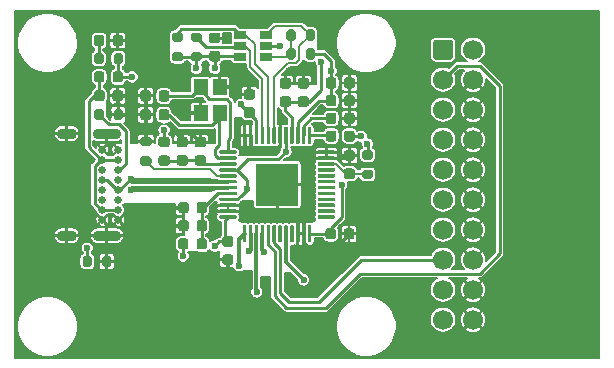
<source format=gtl>
G04 #@! TF.GenerationSoftware,KiCad,Pcbnew,(5.1.8-0-10_14)*
G04 #@! TF.CreationDate,2021-07-18T19:29:47+09:00*
G04 #@! TF.ProjectId,ft2232_jtag_tap,66743232-3332-45f6-9a74-61675f746170,rev?*
G04 #@! TF.SameCoordinates,Original*
G04 #@! TF.FileFunction,Copper,L1,Top*
G04 #@! TF.FilePolarity,Positive*
%FSLAX46Y46*%
G04 Gerber Fmt 4.6, Leading zero omitted, Abs format (unit mm)*
G04 Created by KiCad (PCBNEW (5.1.8-0-10_14)) date 2021-07-18 19:29:47*
%MOMM*%
%LPD*%
G01*
G04 APERTURE LIST*
G04 #@! TA.AperFunction,ComponentPad*
%ADD10C,1.700000*%
G04 #@! TD*
G04 #@! TA.AperFunction,ComponentPad*
%ADD11O,1.700000X0.900000*%
G04 #@! TD*
G04 #@! TA.AperFunction,ComponentPad*
%ADD12O,2.400000X0.900000*%
G04 #@! TD*
G04 #@! TA.AperFunction,ComponentPad*
%ADD13C,0.650000*%
G04 #@! TD*
G04 #@! TA.AperFunction,SMDPad,CuDef*
%ADD14R,1.060000X0.650000*%
G04 #@! TD*
G04 #@! TA.AperFunction,SMDPad,CuDef*
%ADD15R,1.200000X1.400000*%
G04 #@! TD*
G04 #@! TA.AperFunction,SMDPad,CuDef*
%ADD16R,3.600000X3.600000*%
G04 #@! TD*
G04 #@! TA.AperFunction,ViaPad*
%ADD17C,0.600000*%
G04 #@! TD*
G04 #@! TA.AperFunction,Conductor*
%ADD18C,0.250000*%
G04 #@! TD*
G04 #@! TA.AperFunction,Conductor*
%ADD19C,0.300000*%
G04 #@! TD*
G04 #@! TA.AperFunction,Conductor*
%ADD20C,0.200000*%
G04 #@! TD*
G04 #@! TA.AperFunction,Conductor*
%ADD21C,0.500000*%
G04 #@! TD*
G04 #@! TA.AperFunction,Conductor*
%ADD22C,0.127000*%
G04 #@! TD*
G04 #@! TA.AperFunction,Conductor*
%ADD23C,0.100000*%
G04 #@! TD*
G04 APERTURE END LIST*
D10*
X89040000Y-126430000D03*
X89040000Y-123890000D03*
X89040000Y-121350000D03*
X89040000Y-118810000D03*
X89040000Y-116270000D03*
X89040000Y-113730000D03*
X89040000Y-111190000D03*
X89040000Y-108650000D03*
X89040000Y-106110000D03*
X89040000Y-103570000D03*
X86500000Y-126430000D03*
X86500000Y-123890000D03*
X86500000Y-121350000D03*
X86500000Y-118810000D03*
X86500000Y-116270000D03*
X86500000Y-113730000D03*
X86500000Y-111190000D03*
X86500000Y-108650000D03*
X86500000Y-106110000D03*
G04 #@! TA.AperFunction,ComponentPad*
G36*
G01*
X85650000Y-104170000D02*
X85650000Y-102970000D01*
G75*
G02*
X85900000Y-102720000I250000J0D01*
G01*
X87100000Y-102720000D01*
G75*
G02*
X87350000Y-102970000I0J-250000D01*
G01*
X87350000Y-104170000D01*
G75*
G02*
X87100000Y-104420000I-250000J0D01*
G01*
X85900000Y-104420000D01*
G75*
G02*
X85650000Y-104170000I0J250000D01*
G01*
G37*
G04 #@! TD.AperFunction*
G04 #@! TA.AperFunction,SMDPad,CuDef*
G36*
G01*
X63747000Y-103765000D02*
X64297000Y-103765000D01*
G75*
G02*
X64497000Y-103965000I0J-200000D01*
G01*
X64497000Y-104365000D01*
G75*
G02*
X64297000Y-104565000I-200000J0D01*
G01*
X63747000Y-104565000D01*
G75*
G02*
X63547000Y-104365000I0J200000D01*
G01*
X63547000Y-103965000D01*
G75*
G02*
X63747000Y-103765000I200000J0D01*
G01*
G37*
G04 #@! TD.AperFunction*
G04 #@! TA.AperFunction,SMDPad,CuDef*
G36*
G01*
X63747000Y-102115000D02*
X64297000Y-102115000D01*
G75*
G02*
X64497000Y-102315000I0J-200000D01*
G01*
X64497000Y-102715000D01*
G75*
G02*
X64297000Y-102915000I-200000J0D01*
G01*
X63747000Y-102915000D01*
G75*
G02*
X63547000Y-102715000I0J200000D01*
G01*
X63547000Y-102315000D01*
G75*
G02*
X63747000Y-102115000I200000J0D01*
G01*
G37*
G04 #@! TD.AperFunction*
G04 #@! TA.AperFunction,SMDPad,CuDef*
G36*
G01*
X65327000Y-103765000D02*
X65877000Y-103765000D01*
G75*
G02*
X66077000Y-103965000I0J-200000D01*
G01*
X66077000Y-104365000D01*
G75*
G02*
X65877000Y-104565000I-200000J0D01*
G01*
X65327000Y-104565000D01*
G75*
G02*
X65127000Y-104365000I0J200000D01*
G01*
X65127000Y-103965000D01*
G75*
G02*
X65327000Y-103765000I200000J0D01*
G01*
G37*
G04 #@! TD.AperFunction*
G04 #@! TA.AperFunction,SMDPad,CuDef*
G36*
G01*
X65327000Y-102115000D02*
X65877000Y-102115000D01*
G75*
G02*
X66077000Y-102315000I0J-200000D01*
G01*
X66077000Y-102715000D01*
G75*
G02*
X65877000Y-102915000I-200000J0D01*
G01*
X65327000Y-102915000D01*
G75*
G02*
X65127000Y-102715000I0J200000D01*
G01*
X65127000Y-102315000D01*
G75*
G02*
X65327000Y-102115000I200000J0D01*
G01*
G37*
G04 #@! TD.AperFunction*
G04 #@! TA.AperFunction,SMDPad,CuDef*
G36*
G01*
X67410000Y-104575000D02*
X66910000Y-104575000D01*
G75*
G02*
X66685000Y-104350000I0J225000D01*
G01*
X66685000Y-103900000D01*
G75*
G02*
X66910000Y-103675000I225000J0D01*
G01*
X67410000Y-103675000D01*
G75*
G02*
X67635000Y-103900000I0J-225000D01*
G01*
X67635000Y-104350000D01*
G75*
G02*
X67410000Y-104575000I-225000J0D01*
G01*
G37*
G04 #@! TD.AperFunction*
G04 #@! TA.AperFunction,SMDPad,CuDef*
G36*
G01*
X67410000Y-103025000D02*
X66910000Y-103025000D01*
G75*
G02*
X66685000Y-102800000I0J225000D01*
G01*
X66685000Y-102350000D01*
G75*
G02*
X66910000Y-102125000I225000J0D01*
G01*
X67410000Y-102125000D01*
G75*
G02*
X67635000Y-102350000I0J-225000D01*
G01*
X67635000Y-102800000D01*
G75*
G02*
X67410000Y-103025000I-225000J0D01*
G01*
G37*
G04 #@! TD.AperFunction*
G04 #@! TA.AperFunction,SMDPad,CuDef*
G36*
G01*
X57820000Y-102533750D02*
X57820000Y-103046250D01*
G75*
G02*
X57601250Y-103265000I-218750J0D01*
G01*
X57163750Y-103265000D01*
G75*
G02*
X56945000Y-103046250I0J218750D01*
G01*
X56945000Y-102533750D01*
G75*
G02*
X57163750Y-102315000I218750J0D01*
G01*
X57601250Y-102315000D01*
G75*
G02*
X57820000Y-102533750I0J-218750D01*
G01*
G37*
G04 #@! TD.AperFunction*
G04 #@! TA.AperFunction,SMDPad,CuDef*
G36*
G01*
X59395000Y-102533750D02*
X59395000Y-103046250D01*
G75*
G02*
X59176250Y-103265000I-218750J0D01*
G01*
X58738750Y-103265000D01*
G75*
G02*
X58520000Y-103046250I0J218750D01*
G01*
X58520000Y-102533750D01*
G75*
G02*
X58738750Y-102315000I218750J0D01*
G01*
X59176250Y-102315000D01*
G75*
G02*
X59395000Y-102533750I0J-218750D01*
G01*
G37*
G04 #@! TD.AperFunction*
D11*
X54640000Y-119325000D03*
X54640000Y-110675000D03*
D12*
X58020000Y-119325000D03*
X58020000Y-110675000D03*
D13*
X57650000Y-115425000D03*
X57650000Y-117975000D03*
X57650000Y-117125000D03*
X57650000Y-116275000D03*
X57650000Y-112025000D03*
X57650000Y-113725000D03*
X57650000Y-114575000D03*
X57650000Y-112875000D03*
X59000000Y-117975000D03*
X59000000Y-117125000D03*
X59000000Y-116275000D03*
X59000000Y-115425000D03*
X59000000Y-114575000D03*
X59000000Y-113725000D03*
X59000000Y-112875000D03*
X59000000Y-112025000D03*
D14*
X69310000Y-103240000D03*
X69310000Y-104190000D03*
X69310000Y-102290000D03*
X71510000Y-102290000D03*
X71510000Y-103240000D03*
X71510000Y-104190000D03*
D15*
X67570000Y-106720000D03*
X67570000Y-108920000D03*
X65970000Y-108920000D03*
X65970000Y-106720000D03*
D16*
X72450000Y-114990000D03*
G04 #@! TA.AperFunction,SMDPad,CuDef*
G36*
G01*
X69550000Y-111490000D02*
X69550000Y-110165000D01*
G75*
G02*
X69625000Y-110090000I75000J0D01*
G01*
X69775000Y-110090000D01*
G75*
G02*
X69850000Y-110165000I0J-75000D01*
G01*
X69850000Y-111490000D01*
G75*
G02*
X69775000Y-111565000I-75000J0D01*
G01*
X69625000Y-111565000D01*
G75*
G02*
X69550000Y-111490000I0J75000D01*
G01*
G37*
G04 #@! TD.AperFunction*
G04 #@! TA.AperFunction,SMDPad,CuDef*
G36*
G01*
X70050000Y-111490000D02*
X70050000Y-110165000D01*
G75*
G02*
X70125000Y-110090000I75000J0D01*
G01*
X70275000Y-110090000D01*
G75*
G02*
X70350000Y-110165000I0J-75000D01*
G01*
X70350000Y-111490000D01*
G75*
G02*
X70275000Y-111565000I-75000J0D01*
G01*
X70125000Y-111565000D01*
G75*
G02*
X70050000Y-111490000I0J75000D01*
G01*
G37*
G04 #@! TD.AperFunction*
G04 #@! TA.AperFunction,SMDPad,CuDef*
G36*
G01*
X70550000Y-111490000D02*
X70550000Y-110165000D01*
G75*
G02*
X70625000Y-110090000I75000J0D01*
G01*
X70775000Y-110090000D01*
G75*
G02*
X70850000Y-110165000I0J-75000D01*
G01*
X70850000Y-111490000D01*
G75*
G02*
X70775000Y-111565000I-75000J0D01*
G01*
X70625000Y-111565000D01*
G75*
G02*
X70550000Y-111490000I0J75000D01*
G01*
G37*
G04 #@! TD.AperFunction*
G04 #@! TA.AperFunction,SMDPad,CuDef*
G36*
G01*
X71050000Y-111490000D02*
X71050000Y-110165000D01*
G75*
G02*
X71125000Y-110090000I75000J0D01*
G01*
X71275000Y-110090000D01*
G75*
G02*
X71350000Y-110165000I0J-75000D01*
G01*
X71350000Y-111490000D01*
G75*
G02*
X71275000Y-111565000I-75000J0D01*
G01*
X71125000Y-111565000D01*
G75*
G02*
X71050000Y-111490000I0J75000D01*
G01*
G37*
G04 #@! TD.AperFunction*
G04 #@! TA.AperFunction,SMDPad,CuDef*
G36*
G01*
X71550000Y-111490000D02*
X71550000Y-110165000D01*
G75*
G02*
X71625000Y-110090000I75000J0D01*
G01*
X71775000Y-110090000D01*
G75*
G02*
X71850000Y-110165000I0J-75000D01*
G01*
X71850000Y-111490000D01*
G75*
G02*
X71775000Y-111565000I-75000J0D01*
G01*
X71625000Y-111565000D01*
G75*
G02*
X71550000Y-111490000I0J75000D01*
G01*
G37*
G04 #@! TD.AperFunction*
G04 #@! TA.AperFunction,SMDPad,CuDef*
G36*
G01*
X72050000Y-111490000D02*
X72050000Y-110165000D01*
G75*
G02*
X72125000Y-110090000I75000J0D01*
G01*
X72275000Y-110090000D01*
G75*
G02*
X72350000Y-110165000I0J-75000D01*
G01*
X72350000Y-111490000D01*
G75*
G02*
X72275000Y-111565000I-75000J0D01*
G01*
X72125000Y-111565000D01*
G75*
G02*
X72050000Y-111490000I0J75000D01*
G01*
G37*
G04 #@! TD.AperFunction*
G04 #@! TA.AperFunction,SMDPad,CuDef*
G36*
G01*
X72550000Y-111490000D02*
X72550000Y-110165000D01*
G75*
G02*
X72625000Y-110090000I75000J0D01*
G01*
X72775000Y-110090000D01*
G75*
G02*
X72850000Y-110165000I0J-75000D01*
G01*
X72850000Y-111490000D01*
G75*
G02*
X72775000Y-111565000I-75000J0D01*
G01*
X72625000Y-111565000D01*
G75*
G02*
X72550000Y-111490000I0J75000D01*
G01*
G37*
G04 #@! TD.AperFunction*
G04 #@! TA.AperFunction,SMDPad,CuDef*
G36*
G01*
X73050000Y-111490000D02*
X73050000Y-110165000D01*
G75*
G02*
X73125000Y-110090000I75000J0D01*
G01*
X73275000Y-110090000D01*
G75*
G02*
X73350000Y-110165000I0J-75000D01*
G01*
X73350000Y-111490000D01*
G75*
G02*
X73275000Y-111565000I-75000J0D01*
G01*
X73125000Y-111565000D01*
G75*
G02*
X73050000Y-111490000I0J75000D01*
G01*
G37*
G04 #@! TD.AperFunction*
G04 #@! TA.AperFunction,SMDPad,CuDef*
G36*
G01*
X73550000Y-111490000D02*
X73550000Y-110165000D01*
G75*
G02*
X73625000Y-110090000I75000J0D01*
G01*
X73775000Y-110090000D01*
G75*
G02*
X73850000Y-110165000I0J-75000D01*
G01*
X73850000Y-111490000D01*
G75*
G02*
X73775000Y-111565000I-75000J0D01*
G01*
X73625000Y-111565000D01*
G75*
G02*
X73550000Y-111490000I0J75000D01*
G01*
G37*
G04 #@! TD.AperFunction*
G04 #@! TA.AperFunction,SMDPad,CuDef*
G36*
G01*
X74050000Y-111490000D02*
X74050000Y-110165000D01*
G75*
G02*
X74125000Y-110090000I75000J0D01*
G01*
X74275000Y-110090000D01*
G75*
G02*
X74350000Y-110165000I0J-75000D01*
G01*
X74350000Y-111490000D01*
G75*
G02*
X74275000Y-111565000I-75000J0D01*
G01*
X74125000Y-111565000D01*
G75*
G02*
X74050000Y-111490000I0J75000D01*
G01*
G37*
G04 #@! TD.AperFunction*
G04 #@! TA.AperFunction,SMDPad,CuDef*
G36*
G01*
X74550000Y-111490000D02*
X74550000Y-110165000D01*
G75*
G02*
X74625000Y-110090000I75000J0D01*
G01*
X74775000Y-110090000D01*
G75*
G02*
X74850000Y-110165000I0J-75000D01*
G01*
X74850000Y-111490000D01*
G75*
G02*
X74775000Y-111565000I-75000J0D01*
G01*
X74625000Y-111565000D01*
G75*
G02*
X74550000Y-111490000I0J75000D01*
G01*
G37*
G04 #@! TD.AperFunction*
G04 #@! TA.AperFunction,SMDPad,CuDef*
G36*
G01*
X75050000Y-111490000D02*
X75050000Y-110165000D01*
G75*
G02*
X75125000Y-110090000I75000J0D01*
G01*
X75275000Y-110090000D01*
G75*
G02*
X75350000Y-110165000I0J-75000D01*
G01*
X75350000Y-111490000D01*
G75*
G02*
X75275000Y-111565000I-75000J0D01*
G01*
X75125000Y-111565000D01*
G75*
G02*
X75050000Y-111490000I0J75000D01*
G01*
G37*
G04 #@! TD.AperFunction*
G04 #@! TA.AperFunction,SMDPad,CuDef*
G36*
G01*
X75875000Y-112315000D02*
X75875000Y-112165000D01*
G75*
G02*
X75950000Y-112090000I75000J0D01*
G01*
X77275000Y-112090000D01*
G75*
G02*
X77350000Y-112165000I0J-75000D01*
G01*
X77350000Y-112315000D01*
G75*
G02*
X77275000Y-112390000I-75000J0D01*
G01*
X75950000Y-112390000D01*
G75*
G02*
X75875000Y-112315000I0J75000D01*
G01*
G37*
G04 #@! TD.AperFunction*
G04 #@! TA.AperFunction,SMDPad,CuDef*
G36*
G01*
X75875000Y-112815000D02*
X75875000Y-112665000D01*
G75*
G02*
X75950000Y-112590000I75000J0D01*
G01*
X77275000Y-112590000D01*
G75*
G02*
X77350000Y-112665000I0J-75000D01*
G01*
X77350000Y-112815000D01*
G75*
G02*
X77275000Y-112890000I-75000J0D01*
G01*
X75950000Y-112890000D01*
G75*
G02*
X75875000Y-112815000I0J75000D01*
G01*
G37*
G04 #@! TD.AperFunction*
G04 #@! TA.AperFunction,SMDPad,CuDef*
G36*
G01*
X75875000Y-113315000D02*
X75875000Y-113165000D01*
G75*
G02*
X75950000Y-113090000I75000J0D01*
G01*
X77275000Y-113090000D01*
G75*
G02*
X77350000Y-113165000I0J-75000D01*
G01*
X77350000Y-113315000D01*
G75*
G02*
X77275000Y-113390000I-75000J0D01*
G01*
X75950000Y-113390000D01*
G75*
G02*
X75875000Y-113315000I0J75000D01*
G01*
G37*
G04 #@! TD.AperFunction*
G04 #@! TA.AperFunction,SMDPad,CuDef*
G36*
G01*
X75875000Y-113815000D02*
X75875000Y-113665000D01*
G75*
G02*
X75950000Y-113590000I75000J0D01*
G01*
X77275000Y-113590000D01*
G75*
G02*
X77350000Y-113665000I0J-75000D01*
G01*
X77350000Y-113815000D01*
G75*
G02*
X77275000Y-113890000I-75000J0D01*
G01*
X75950000Y-113890000D01*
G75*
G02*
X75875000Y-113815000I0J75000D01*
G01*
G37*
G04 #@! TD.AperFunction*
G04 #@! TA.AperFunction,SMDPad,CuDef*
G36*
G01*
X75875000Y-114315000D02*
X75875000Y-114165000D01*
G75*
G02*
X75950000Y-114090000I75000J0D01*
G01*
X77275000Y-114090000D01*
G75*
G02*
X77350000Y-114165000I0J-75000D01*
G01*
X77350000Y-114315000D01*
G75*
G02*
X77275000Y-114390000I-75000J0D01*
G01*
X75950000Y-114390000D01*
G75*
G02*
X75875000Y-114315000I0J75000D01*
G01*
G37*
G04 #@! TD.AperFunction*
G04 #@! TA.AperFunction,SMDPad,CuDef*
G36*
G01*
X75875000Y-114815000D02*
X75875000Y-114665000D01*
G75*
G02*
X75950000Y-114590000I75000J0D01*
G01*
X77275000Y-114590000D01*
G75*
G02*
X77350000Y-114665000I0J-75000D01*
G01*
X77350000Y-114815000D01*
G75*
G02*
X77275000Y-114890000I-75000J0D01*
G01*
X75950000Y-114890000D01*
G75*
G02*
X75875000Y-114815000I0J75000D01*
G01*
G37*
G04 #@! TD.AperFunction*
G04 #@! TA.AperFunction,SMDPad,CuDef*
G36*
G01*
X75875000Y-115315000D02*
X75875000Y-115165000D01*
G75*
G02*
X75950000Y-115090000I75000J0D01*
G01*
X77275000Y-115090000D01*
G75*
G02*
X77350000Y-115165000I0J-75000D01*
G01*
X77350000Y-115315000D01*
G75*
G02*
X77275000Y-115390000I-75000J0D01*
G01*
X75950000Y-115390000D01*
G75*
G02*
X75875000Y-115315000I0J75000D01*
G01*
G37*
G04 #@! TD.AperFunction*
G04 #@! TA.AperFunction,SMDPad,CuDef*
G36*
G01*
X75875000Y-115815000D02*
X75875000Y-115665000D01*
G75*
G02*
X75950000Y-115590000I75000J0D01*
G01*
X77275000Y-115590000D01*
G75*
G02*
X77350000Y-115665000I0J-75000D01*
G01*
X77350000Y-115815000D01*
G75*
G02*
X77275000Y-115890000I-75000J0D01*
G01*
X75950000Y-115890000D01*
G75*
G02*
X75875000Y-115815000I0J75000D01*
G01*
G37*
G04 #@! TD.AperFunction*
G04 #@! TA.AperFunction,SMDPad,CuDef*
G36*
G01*
X75875000Y-116315000D02*
X75875000Y-116165000D01*
G75*
G02*
X75950000Y-116090000I75000J0D01*
G01*
X77275000Y-116090000D01*
G75*
G02*
X77350000Y-116165000I0J-75000D01*
G01*
X77350000Y-116315000D01*
G75*
G02*
X77275000Y-116390000I-75000J0D01*
G01*
X75950000Y-116390000D01*
G75*
G02*
X75875000Y-116315000I0J75000D01*
G01*
G37*
G04 #@! TD.AperFunction*
G04 #@! TA.AperFunction,SMDPad,CuDef*
G36*
G01*
X75875000Y-116815000D02*
X75875000Y-116665000D01*
G75*
G02*
X75950000Y-116590000I75000J0D01*
G01*
X77275000Y-116590000D01*
G75*
G02*
X77350000Y-116665000I0J-75000D01*
G01*
X77350000Y-116815000D01*
G75*
G02*
X77275000Y-116890000I-75000J0D01*
G01*
X75950000Y-116890000D01*
G75*
G02*
X75875000Y-116815000I0J75000D01*
G01*
G37*
G04 #@! TD.AperFunction*
G04 #@! TA.AperFunction,SMDPad,CuDef*
G36*
G01*
X75875000Y-117315000D02*
X75875000Y-117165000D01*
G75*
G02*
X75950000Y-117090000I75000J0D01*
G01*
X77275000Y-117090000D01*
G75*
G02*
X77350000Y-117165000I0J-75000D01*
G01*
X77350000Y-117315000D01*
G75*
G02*
X77275000Y-117390000I-75000J0D01*
G01*
X75950000Y-117390000D01*
G75*
G02*
X75875000Y-117315000I0J75000D01*
G01*
G37*
G04 #@! TD.AperFunction*
G04 #@! TA.AperFunction,SMDPad,CuDef*
G36*
G01*
X75875000Y-117815000D02*
X75875000Y-117665000D01*
G75*
G02*
X75950000Y-117590000I75000J0D01*
G01*
X77275000Y-117590000D01*
G75*
G02*
X77350000Y-117665000I0J-75000D01*
G01*
X77350000Y-117815000D01*
G75*
G02*
X77275000Y-117890000I-75000J0D01*
G01*
X75950000Y-117890000D01*
G75*
G02*
X75875000Y-117815000I0J75000D01*
G01*
G37*
G04 #@! TD.AperFunction*
G04 #@! TA.AperFunction,SMDPad,CuDef*
G36*
G01*
X75050000Y-119815000D02*
X75050000Y-118490000D01*
G75*
G02*
X75125000Y-118415000I75000J0D01*
G01*
X75275000Y-118415000D01*
G75*
G02*
X75350000Y-118490000I0J-75000D01*
G01*
X75350000Y-119815000D01*
G75*
G02*
X75275000Y-119890000I-75000J0D01*
G01*
X75125000Y-119890000D01*
G75*
G02*
X75050000Y-119815000I0J75000D01*
G01*
G37*
G04 #@! TD.AperFunction*
G04 #@! TA.AperFunction,SMDPad,CuDef*
G36*
G01*
X74550000Y-119815000D02*
X74550000Y-118490000D01*
G75*
G02*
X74625000Y-118415000I75000J0D01*
G01*
X74775000Y-118415000D01*
G75*
G02*
X74850000Y-118490000I0J-75000D01*
G01*
X74850000Y-119815000D01*
G75*
G02*
X74775000Y-119890000I-75000J0D01*
G01*
X74625000Y-119890000D01*
G75*
G02*
X74550000Y-119815000I0J75000D01*
G01*
G37*
G04 #@! TD.AperFunction*
G04 #@! TA.AperFunction,SMDPad,CuDef*
G36*
G01*
X74050000Y-119815000D02*
X74050000Y-118490000D01*
G75*
G02*
X74125000Y-118415000I75000J0D01*
G01*
X74275000Y-118415000D01*
G75*
G02*
X74350000Y-118490000I0J-75000D01*
G01*
X74350000Y-119815000D01*
G75*
G02*
X74275000Y-119890000I-75000J0D01*
G01*
X74125000Y-119890000D01*
G75*
G02*
X74050000Y-119815000I0J75000D01*
G01*
G37*
G04 #@! TD.AperFunction*
G04 #@! TA.AperFunction,SMDPad,CuDef*
G36*
G01*
X73550000Y-119815000D02*
X73550000Y-118490000D01*
G75*
G02*
X73625000Y-118415000I75000J0D01*
G01*
X73775000Y-118415000D01*
G75*
G02*
X73850000Y-118490000I0J-75000D01*
G01*
X73850000Y-119815000D01*
G75*
G02*
X73775000Y-119890000I-75000J0D01*
G01*
X73625000Y-119890000D01*
G75*
G02*
X73550000Y-119815000I0J75000D01*
G01*
G37*
G04 #@! TD.AperFunction*
G04 #@! TA.AperFunction,SMDPad,CuDef*
G36*
G01*
X73050000Y-119815000D02*
X73050000Y-118490000D01*
G75*
G02*
X73125000Y-118415000I75000J0D01*
G01*
X73275000Y-118415000D01*
G75*
G02*
X73350000Y-118490000I0J-75000D01*
G01*
X73350000Y-119815000D01*
G75*
G02*
X73275000Y-119890000I-75000J0D01*
G01*
X73125000Y-119890000D01*
G75*
G02*
X73050000Y-119815000I0J75000D01*
G01*
G37*
G04 #@! TD.AperFunction*
G04 #@! TA.AperFunction,SMDPad,CuDef*
G36*
G01*
X72550000Y-119815000D02*
X72550000Y-118490000D01*
G75*
G02*
X72625000Y-118415000I75000J0D01*
G01*
X72775000Y-118415000D01*
G75*
G02*
X72850000Y-118490000I0J-75000D01*
G01*
X72850000Y-119815000D01*
G75*
G02*
X72775000Y-119890000I-75000J0D01*
G01*
X72625000Y-119890000D01*
G75*
G02*
X72550000Y-119815000I0J75000D01*
G01*
G37*
G04 #@! TD.AperFunction*
G04 #@! TA.AperFunction,SMDPad,CuDef*
G36*
G01*
X72050000Y-119815000D02*
X72050000Y-118490000D01*
G75*
G02*
X72125000Y-118415000I75000J0D01*
G01*
X72275000Y-118415000D01*
G75*
G02*
X72350000Y-118490000I0J-75000D01*
G01*
X72350000Y-119815000D01*
G75*
G02*
X72275000Y-119890000I-75000J0D01*
G01*
X72125000Y-119890000D01*
G75*
G02*
X72050000Y-119815000I0J75000D01*
G01*
G37*
G04 #@! TD.AperFunction*
G04 #@! TA.AperFunction,SMDPad,CuDef*
G36*
G01*
X71550000Y-119815000D02*
X71550000Y-118490000D01*
G75*
G02*
X71625000Y-118415000I75000J0D01*
G01*
X71775000Y-118415000D01*
G75*
G02*
X71850000Y-118490000I0J-75000D01*
G01*
X71850000Y-119815000D01*
G75*
G02*
X71775000Y-119890000I-75000J0D01*
G01*
X71625000Y-119890000D01*
G75*
G02*
X71550000Y-119815000I0J75000D01*
G01*
G37*
G04 #@! TD.AperFunction*
G04 #@! TA.AperFunction,SMDPad,CuDef*
G36*
G01*
X71050000Y-119815000D02*
X71050000Y-118490000D01*
G75*
G02*
X71125000Y-118415000I75000J0D01*
G01*
X71275000Y-118415000D01*
G75*
G02*
X71350000Y-118490000I0J-75000D01*
G01*
X71350000Y-119815000D01*
G75*
G02*
X71275000Y-119890000I-75000J0D01*
G01*
X71125000Y-119890000D01*
G75*
G02*
X71050000Y-119815000I0J75000D01*
G01*
G37*
G04 #@! TD.AperFunction*
G04 #@! TA.AperFunction,SMDPad,CuDef*
G36*
G01*
X70550000Y-119815000D02*
X70550000Y-118490000D01*
G75*
G02*
X70625000Y-118415000I75000J0D01*
G01*
X70775000Y-118415000D01*
G75*
G02*
X70850000Y-118490000I0J-75000D01*
G01*
X70850000Y-119815000D01*
G75*
G02*
X70775000Y-119890000I-75000J0D01*
G01*
X70625000Y-119890000D01*
G75*
G02*
X70550000Y-119815000I0J75000D01*
G01*
G37*
G04 #@! TD.AperFunction*
G04 #@! TA.AperFunction,SMDPad,CuDef*
G36*
G01*
X70050000Y-119815000D02*
X70050000Y-118490000D01*
G75*
G02*
X70125000Y-118415000I75000J0D01*
G01*
X70275000Y-118415000D01*
G75*
G02*
X70350000Y-118490000I0J-75000D01*
G01*
X70350000Y-119815000D01*
G75*
G02*
X70275000Y-119890000I-75000J0D01*
G01*
X70125000Y-119890000D01*
G75*
G02*
X70050000Y-119815000I0J75000D01*
G01*
G37*
G04 #@! TD.AperFunction*
G04 #@! TA.AperFunction,SMDPad,CuDef*
G36*
G01*
X69550000Y-119815000D02*
X69550000Y-118490000D01*
G75*
G02*
X69625000Y-118415000I75000J0D01*
G01*
X69775000Y-118415000D01*
G75*
G02*
X69850000Y-118490000I0J-75000D01*
G01*
X69850000Y-119815000D01*
G75*
G02*
X69775000Y-119890000I-75000J0D01*
G01*
X69625000Y-119890000D01*
G75*
G02*
X69550000Y-119815000I0J75000D01*
G01*
G37*
G04 #@! TD.AperFunction*
G04 #@! TA.AperFunction,SMDPad,CuDef*
G36*
G01*
X67550000Y-117815000D02*
X67550000Y-117665000D01*
G75*
G02*
X67625000Y-117590000I75000J0D01*
G01*
X68950000Y-117590000D01*
G75*
G02*
X69025000Y-117665000I0J-75000D01*
G01*
X69025000Y-117815000D01*
G75*
G02*
X68950000Y-117890000I-75000J0D01*
G01*
X67625000Y-117890000D01*
G75*
G02*
X67550000Y-117815000I0J75000D01*
G01*
G37*
G04 #@! TD.AperFunction*
G04 #@! TA.AperFunction,SMDPad,CuDef*
G36*
G01*
X67550000Y-117315000D02*
X67550000Y-117165000D01*
G75*
G02*
X67625000Y-117090000I75000J0D01*
G01*
X68950000Y-117090000D01*
G75*
G02*
X69025000Y-117165000I0J-75000D01*
G01*
X69025000Y-117315000D01*
G75*
G02*
X68950000Y-117390000I-75000J0D01*
G01*
X67625000Y-117390000D01*
G75*
G02*
X67550000Y-117315000I0J75000D01*
G01*
G37*
G04 #@! TD.AperFunction*
G04 #@! TA.AperFunction,SMDPad,CuDef*
G36*
G01*
X67550000Y-116815000D02*
X67550000Y-116665000D01*
G75*
G02*
X67625000Y-116590000I75000J0D01*
G01*
X68950000Y-116590000D01*
G75*
G02*
X69025000Y-116665000I0J-75000D01*
G01*
X69025000Y-116815000D01*
G75*
G02*
X68950000Y-116890000I-75000J0D01*
G01*
X67625000Y-116890000D01*
G75*
G02*
X67550000Y-116815000I0J75000D01*
G01*
G37*
G04 #@! TD.AperFunction*
G04 #@! TA.AperFunction,SMDPad,CuDef*
G36*
G01*
X67550000Y-116315000D02*
X67550000Y-116165000D01*
G75*
G02*
X67625000Y-116090000I75000J0D01*
G01*
X68950000Y-116090000D01*
G75*
G02*
X69025000Y-116165000I0J-75000D01*
G01*
X69025000Y-116315000D01*
G75*
G02*
X68950000Y-116390000I-75000J0D01*
G01*
X67625000Y-116390000D01*
G75*
G02*
X67550000Y-116315000I0J75000D01*
G01*
G37*
G04 #@! TD.AperFunction*
G04 #@! TA.AperFunction,SMDPad,CuDef*
G36*
G01*
X67550000Y-115815000D02*
X67550000Y-115665000D01*
G75*
G02*
X67625000Y-115590000I75000J0D01*
G01*
X68950000Y-115590000D01*
G75*
G02*
X69025000Y-115665000I0J-75000D01*
G01*
X69025000Y-115815000D01*
G75*
G02*
X68950000Y-115890000I-75000J0D01*
G01*
X67625000Y-115890000D01*
G75*
G02*
X67550000Y-115815000I0J75000D01*
G01*
G37*
G04 #@! TD.AperFunction*
G04 #@! TA.AperFunction,SMDPad,CuDef*
G36*
G01*
X67550000Y-115315000D02*
X67550000Y-115165000D01*
G75*
G02*
X67625000Y-115090000I75000J0D01*
G01*
X68950000Y-115090000D01*
G75*
G02*
X69025000Y-115165000I0J-75000D01*
G01*
X69025000Y-115315000D01*
G75*
G02*
X68950000Y-115390000I-75000J0D01*
G01*
X67625000Y-115390000D01*
G75*
G02*
X67550000Y-115315000I0J75000D01*
G01*
G37*
G04 #@! TD.AperFunction*
G04 #@! TA.AperFunction,SMDPad,CuDef*
G36*
G01*
X67550000Y-114815000D02*
X67550000Y-114665000D01*
G75*
G02*
X67625000Y-114590000I75000J0D01*
G01*
X68950000Y-114590000D01*
G75*
G02*
X69025000Y-114665000I0J-75000D01*
G01*
X69025000Y-114815000D01*
G75*
G02*
X68950000Y-114890000I-75000J0D01*
G01*
X67625000Y-114890000D01*
G75*
G02*
X67550000Y-114815000I0J75000D01*
G01*
G37*
G04 #@! TD.AperFunction*
G04 #@! TA.AperFunction,SMDPad,CuDef*
G36*
G01*
X67550000Y-114315000D02*
X67550000Y-114165000D01*
G75*
G02*
X67625000Y-114090000I75000J0D01*
G01*
X68950000Y-114090000D01*
G75*
G02*
X69025000Y-114165000I0J-75000D01*
G01*
X69025000Y-114315000D01*
G75*
G02*
X68950000Y-114390000I-75000J0D01*
G01*
X67625000Y-114390000D01*
G75*
G02*
X67550000Y-114315000I0J75000D01*
G01*
G37*
G04 #@! TD.AperFunction*
G04 #@! TA.AperFunction,SMDPad,CuDef*
G36*
G01*
X67550000Y-113815000D02*
X67550000Y-113665000D01*
G75*
G02*
X67625000Y-113590000I75000J0D01*
G01*
X68950000Y-113590000D01*
G75*
G02*
X69025000Y-113665000I0J-75000D01*
G01*
X69025000Y-113815000D01*
G75*
G02*
X68950000Y-113890000I-75000J0D01*
G01*
X67625000Y-113890000D01*
G75*
G02*
X67550000Y-113815000I0J75000D01*
G01*
G37*
G04 #@! TD.AperFunction*
G04 #@! TA.AperFunction,SMDPad,CuDef*
G36*
G01*
X67550000Y-113315000D02*
X67550000Y-113165000D01*
G75*
G02*
X67625000Y-113090000I75000J0D01*
G01*
X68950000Y-113090000D01*
G75*
G02*
X69025000Y-113165000I0J-75000D01*
G01*
X69025000Y-113315000D01*
G75*
G02*
X68950000Y-113390000I-75000J0D01*
G01*
X67625000Y-113390000D01*
G75*
G02*
X67550000Y-113315000I0J75000D01*
G01*
G37*
G04 #@! TD.AperFunction*
G04 #@! TA.AperFunction,SMDPad,CuDef*
G36*
G01*
X67550000Y-112815000D02*
X67550000Y-112665000D01*
G75*
G02*
X67625000Y-112590000I75000J0D01*
G01*
X68950000Y-112590000D01*
G75*
G02*
X69025000Y-112665000I0J-75000D01*
G01*
X69025000Y-112815000D01*
G75*
G02*
X68950000Y-112890000I-75000J0D01*
G01*
X67625000Y-112890000D01*
G75*
G02*
X67550000Y-112815000I0J75000D01*
G01*
G37*
G04 #@! TD.AperFunction*
G04 #@! TA.AperFunction,SMDPad,CuDef*
G36*
G01*
X67550000Y-112315000D02*
X67550000Y-112165000D01*
G75*
G02*
X67625000Y-112090000I75000J0D01*
G01*
X68950000Y-112090000D01*
G75*
G02*
X69025000Y-112165000I0J-75000D01*
G01*
X69025000Y-112315000D01*
G75*
G02*
X68950000Y-112390000I-75000J0D01*
G01*
X67625000Y-112390000D01*
G75*
G02*
X67550000Y-112315000I0J75000D01*
G01*
G37*
G04 #@! TD.AperFunction*
G04 #@! TA.AperFunction,SMDPad,CuDef*
G36*
G01*
X58605000Y-104605000D02*
X58605000Y-104055000D01*
G75*
G02*
X58805000Y-103855000I200000J0D01*
G01*
X59205000Y-103855000D01*
G75*
G02*
X59405000Y-104055000I0J-200000D01*
G01*
X59405000Y-104605000D01*
G75*
G02*
X59205000Y-104805000I-200000J0D01*
G01*
X58805000Y-104805000D01*
G75*
G02*
X58605000Y-104605000I0J200000D01*
G01*
G37*
G04 #@! TD.AperFunction*
G04 #@! TA.AperFunction,SMDPad,CuDef*
G36*
G01*
X56955000Y-104605000D02*
X56955000Y-104055000D01*
G75*
G02*
X57155000Y-103855000I200000J0D01*
G01*
X57555000Y-103855000D01*
G75*
G02*
X57755000Y-104055000I0J-200000D01*
G01*
X57755000Y-104605000D01*
G75*
G02*
X57555000Y-104805000I-200000J0D01*
G01*
X57155000Y-104805000D01*
G75*
G02*
X56955000Y-104605000I0J200000D01*
G01*
G37*
G04 #@! TD.AperFunction*
G04 #@! TA.AperFunction,SMDPad,CuDef*
G36*
G01*
X61065000Y-112595000D02*
X61615000Y-112595000D01*
G75*
G02*
X61815000Y-112795000I0J-200000D01*
G01*
X61815000Y-113195000D01*
G75*
G02*
X61615000Y-113395000I-200000J0D01*
G01*
X61065000Y-113395000D01*
G75*
G02*
X60865000Y-113195000I0J200000D01*
G01*
X60865000Y-112795000D01*
G75*
G02*
X61065000Y-112595000I200000J0D01*
G01*
G37*
G04 #@! TD.AperFunction*
G04 #@! TA.AperFunction,SMDPad,CuDef*
G36*
G01*
X61065000Y-110945000D02*
X61615000Y-110945000D01*
G75*
G02*
X61815000Y-111145000I0J-200000D01*
G01*
X61815000Y-111545000D01*
G75*
G02*
X61615000Y-111745000I-200000J0D01*
G01*
X61065000Y-111745000D01*
G75*
G02*
X60865000Y-111545000I0J200000D01*
G01*
X60865000Y-111145000D01*
G75*
G02*
X61065000Y-110945000I200000J0D01*
G01*
G37*
G04 #@! TD.AperFunction*
G04 #@! TA.AperFunction,SMDPad,CuDef*
G36*
G01*
X80385000Y-112875000D02*
X79835000Y-112875000D01*
G75*
G02*
X79635000Y-112675000I0J200000D01*
G01*
X79635000Y-112275000D01*
G75*
G02*
X79835000Y-112075000I200000J0D01*
G01*
X80385000Y-112075000D01*
G75*
G02*
X80585000Y-112275000I0J-200000D01*
G01*
X80585000Y-112675000D01*
G75*
G02*
X80385000Y-112875000I-200000J0D01*
G01*
G37*
G04 #@! TD.AperFunction*
G04 #@! TA.AperFunction,SMDPad,CuDef*
G36*
G01*
X80385000Y-114525000D02*
X79835000Y-114525000D01*
G75*
G02*
X79635000Y-114325000I0J200000D01*
G01*
X79635000Y-113925000D01*
G75*
G02*
X79835000Y-113725000I200000J0D01*
G01*
X80385000Y-113725000D01*
G75*
G02*
X80585000Y-113925000I0J-200000D01*
G01*
X80585000Y-114325000D01*
G75*
G02*
X80385000Y-114525000I-200000J0D01*
G01*
G37*
G04 #@! TD.AperFunction*
G04 #@! TA.AperFunction,SMDPad,CuDef*
G36*
G01*
X74025000Y-102055000D02*
X74025000Y-102605000D01*
G75*
G02*
X73825000Y-102805000I-200000J0D01*
G01*
X73425000Y-102805000D01*
G75*
G02*
X73225000Y-102605000I0J200000D01*
G01*
X73225000Y-102055000D01*
G75*
G02*
X73425000Y-101855000I200000J0D01*
G01*
X73825000Y-101855000D01*
G75*
G02*
X74025000Y-102055000I0J-200000D01*
G01*
G37*
G04 #@! TD.AperFunction*
G04 #@! TA.AperFunction,SMDPad,CuDef*
G36*
G01*
X75675000Y-102055000D02*
X75675000Y-102605000D01*
G75*
G02*
X75475000Y-102805000I-200000J0D01*
G01*
X75075000Y-102805000D01*
G75*
G02*
X74875000Y-102605000I0J200000D01*
G01*
X74875000Y-102055000D01*
G75*
G02*
X75075000Y-101855000I200000J0D01*
G01*
X75475000Y-101855000D01*
G75*
G02*
X75675000Y-102055000I0J-200000D01*
G01*
G37*
G04 #@! TD.AperFunction*
G04 #@! TA.AperFunction,SMDPad,CuDef*
G36*
G01*
X74875000Y-104205000D02*
X74875000Y-103655000D01*
G75*
G02*
X75075000Y-103455000I200000J0D01*
G01*
X75475000Y-103455000D01*
G75*
G02*
X75675000Y-103655000I0J-200000D01*
G01*
X75675000Y-104205000D01*
G75*
G02*
X75475000Y-104405000I-200000J0D01*
G01*
X75075000Y-104405000D01*
G75*
G02*
X74875000Y-104205000I0J200000D01*
G01*
G37*
G04 #@! TD.AperFunction*
G04 #@! TA.AperFunction,SMDPad,CuDef*
G36*
G01*
X73225000Y-104205000D02*
X73225000Y-103655000D01*
G75*
G02*
X73425000Y-103455000I200000J0D01*
G01*
X73825000Y-103455000D01*
G75*
G02*
X74025000Y-103655000I0J-200000D01*
G01*
X74025000Y-104205000D01*
G75*
G02*
X73825000Y-104405000I-200000J0D01*
G01*
X73425000Y-104405000D01*
G75*
G02*
X73225000Y-104205000I0J200000D01*
G01*
G37*
G04 #@! TD.AperFunction*
G04 #@! TA.AperFunction,SMDPad,CuDef*
G36*
G01*
X56775000Y-121225000D02*
X56775000Y-121775000D01*
G75*
G02*
X56575000Y-121975000I-200000J0D01*
G01*
X56175000Y-121975000D01*
G75*
G02*
X55975000Y-121775000I0J200000D01*
G01*
X55975000Y-121225000D01*
G75*
G02*
X56175000Y-121025000I200000J0D01*
G01*
X56575000Y-121025000D01*
G75*
G02*
X56775000Y-121225000I0J-200000D01*
G01*
G37*
G04 #@! TD.AperFunction*
G04 #@! TA.AperFunction,SMDPad,CuDef*
G36*
G01*
X58425000Y-121225000D02*
X58425000Y-121775000D01*
G75*
G02*
X58225000Y-121975000I-200000J0D01*
G01*
X57825000Y-121975000D01*
G75*
G02*
X57625000Y-121775000I0J200000D01*
G01*
X57625000Y-121225000D01*
G75*
G02*
X57825000Y-121025000I200000J0D01*
G01*
X58225000Y-121025000D01*
G75*
G02*
X58425000Y-121225000I0J-200000D01*
G01*
G37*
G04 #@! TD.AperFunction*
G04 #@! TA.AperFunction,SMDPad,CuDef*
G36*
G01*
X57755000Y-108795000D02*
X57755000Y-109345000D01*
G75*
G02*
X57555000Y-109545000I-200000J0D01*
G01*
X57155000Y-109545000D01*
G75*
G02*
X56955000Y-109345000I0J200000D01*
G01*
X56955000Y-108795000D01*
G75*
G02*
X57155000Y-108595000I200000J0D01*
G01*
X57555000Y-108595000D01*
G75*
G02*
X57755000Y-108795000I0J-200000D01*
G01*
G37*
G04 #@! TD.AperFunction*
G04 #@! TA.AperFunction,SMDPad,CuDef*
G36*
G01*
X59405000Y-108795000D02*
X59405000Y-109345000D01*
G75*
G02*
X59205000Y-109545000I-200000J0D01*
G01*
X58805000Y-109545000D01*
G75*
G02*
X58605000Y-109345000I0J200000D01*
G01*
X58605000Y-108795000D01*
G75*
G02*
X58805000Y-108595000I200000J0D01*
G01*
X59205000Y-108595000D01*
G75*
G02*
X59405000Y-108795000I0J-200000D01*
G01*
G37*
G04 #@! TD.AperFunction*
G04 #@! TA.AperFunction,SMDPad,CuDef*
G36*
G01*
X64940000Y-119753750D02*
X64940000Y-120266250D01*
G75*
G02*
X64721250Y-120485000I-218750J0D01*
G01*
X64283750Y-120485000D01*
G75*
G02*
X64065000Y-120266250I0J218750D01*
G01*
X64065000Y-119753750D01*
G75*
G02*
X64283750Y-119535000I218750J0D01*
G01*
X64721250Y-119535000D01*
G75*
G02*
X64940000Y-119753750I0J-218750D01*
G01*
G37*
G04 #@! TD.AperFunction*
G04 #@! TA.AperFunction,SMDPad,CuDef*
G36*
G01*
X66515000Y-119753750D02*
X66515000Y-120266250D01*
G75*
G02*
X66296250Y-120485000I-218750J0D01*
G01*
X65858750Y-120485000D01*
G75*
G02*
X65640000Y-120266250I0J218750D01*
G01*
X65640000Y-119753750D01*
G75*
G02*
X65858750Y-119535000I218750J0D01*
G01*
X66296250Y-119535000D01*
G75*
G02*
X66515000Y-119753750I0J-218750D01*
G01*
G37*
G04 #@! TD.AperFunction*
G04 #@! TA.AperFunction,SMDPad,CuDef*
G36*
G01*
X63136250Y-111820000D02*
X62623750Y-111820000D01*
G75*
G02*
X62405000Y-111601250I0J218750D01*
G01*
X62405000Y-111163750D01*
G75*
G02*
X62623750Y-110945000I218750J0D01*
G01*
X63136250Y-110945000D01*
G75*
G02*
X63355000Y-111163750I0J-218750D01*
G01*
X63355000Y-111601250D01*
G75*
G02*
X63136250Y-111820000I-218750J0D01*
G01*
G37*
G04 #@! TD.AperFunction*
G04 #@! TA.AperFunction,SMDPad,CuDef*
G36*
G01*
X63136250Y-113395000D02*
X62623750Y-113395000D01*
G75*
G02*
X62405000Y-113176250I0J218750D01*
G01*
X62405000Y-112738750D01*
G75*
G02*
X62623750Y-112520000I218750J0D01*
G01*
X63136250Y-112520000D01*
G75*
G02*
X63355000Y-112738750I0J-218750D01*
G01*
X63355000Y-113176250D01*
G75*
G02*
X63136250Y-113395000I-218750J0D01*
G01*
G37*
G04 #@! TD.AperFunction*
G04 #@! TA.AperFunction,SMDPad,CuDef*
G36*
G01*
X57830000Y-105613750D02*
X57830000Y-106126250D01*
G75*
G02*
X57611250Y-106345000I-218750J0D01*
G01*
X57173750Y-106345000D01*
G75*
G02*
X56955000Y-106126250I0J218750D01*
G01*
X56955000Y-105613750D01*
G75*
G02*
X57173750Y-105395000I218750J0D01*
G01*
X57611250Y-105395000D01*
G75*
G02*
X57830000Y-105613750I0J-218750D01*
G01*
G37*
G04 #@! TD.AperFunction*
G04 #@! TA.AperFunction,SMDPad,CuDef*
G36*
G01*
X59405000Y-105613750D02*
X59405000Y-106126250D01*
G75*
G02*
X59186250Y-106345000I-218750J0D01*
G01*
X58748750Y-106345000D01*
G75*
G02*
X58530000Y-106126250I0J218750D01*
G01*
X58530000Y-105613750D01*
G75*
G02*
X58748750Y-105395000I218750J0D01*
G01*
X59186250Y-105395000D01*
G75*
G02*
X59405000Y-105613750I0J-218750D01*
G01*
G37*
G04 #@! TD.AperFunction*
G04 #@! TA.AperFunction,SMDPad,CuDef*
G36*
G01*
X64975000Y-116690000D02*
X64975000Y-117190000D01*
G75*
G02*
X64750000Y-117415000I-225000J0D01*
G01*
X64300000Y-117415000D01*
G75*
G02*
X64075000Y-117190000I0J225000D01*
G01*
X64075000Y-116690000D01*
G75*
G02*
X64300000Y-116465000I225000J0D01*
G01*
X64750000Y-116465000D01*
G75*
G02*
X64975000Y-116690000I0J-225000D01*
G01*
G37*
G04 #@! TD.AperFunction*
G04 #@! TA.AperFunction,SMDPad,CuDef*
G36*
G01*
X66525000Y-116690000D02*
X66525000Y-117190000D01*
G75*
G02*
X66300000Y-117415000I-225000J0D01*
G01*
X65850000Y-117415000D01*
G75*
G02*
X65625000Y-117190000I0J225000D01*
G01*
X65625000Y-116690000D01*
G75*
G02*
X65850000Y-116465000I225000J0D01*
G01*
X66300000Y-116465000D01*
G75*
G02*
X66525000Y-116690000I0J-225000D01*
G01*
G37*
G04 #@! TD.AperFunction*
G04 #@! TA.AperFunction,SMDPad,CuDef*
G36*
G01*
X64975000Y-118220000D02*
X64975000Y-118720000D01*
G75*
G02*
X64750000Y-118945000I-225000J0D01*
G01*
X64300000Y-118945000D01*
G75*
G02*
X64075000Y-118720000I0J225000D01*
G01*
X64075000Y-118220000D01*
G75*
G02*
X64300000Y-117995000I225000J0D01*
G01*
X64750000Y-117995000D01*
G75*
G02*
X64975000Y-118220000I0J-225000D01*
G01*
G37*
G04 #@! TD.AperFunction*
G04 #@! TA.AperFunction,SMDPad,CuDef*
G36*
G01*
X66525000Y-118220000D02*
X66525000Y-118720000D01*
G75*
G02*
X66300000Y-118945000I-225000J0D01*
G01*
X65850000Y-118945000D01*
G75*
G02*
X65625000Y-118720000I0J225000D01*
G01*
X65625000Y-118220000D01*
G75*
G02*
X65850000Y-117995000I225000J0D01*
G01*
X66300000Y-117995000D01*
G75*
G02*
X66525000Y-118220000I0J-225000D01*
G01*
G37*
G04 #@! TD.AperFunction*
G04 #@! TA.AperFunction,SMDPad,CuDef*
G36*
G01*
X78123000Y-111136000D02*
X78123000Y-110636000D01*
G75*
G02*
X78348000Y-110411000I225000J0D01*
G01*
X78798000Y-110411000D01*
G75*
G02*
X79023000Y-110636000I0J-225000D01*
G01*
X79023000Y-111136000D01*
G75*
G02*
X78798000Y-111361000I-225000J0D01*
G01*
X78348000Y-111361000D01*
G75*
G02*
X78123000Y-111136000I0J225000D01*
G01*
G37*
G04 #@! TD.AperFunction*
G04 #@! TA.AperFunction,SMDPad,CuDef*
G36*
G01*
X76573000Y-111136000D02*
X76573000Y-110636000D01*
G75*
G02*
X76798000Y-110411000I225000J0D01*
G01*
X77248000Y-110411000D01*
G75*
G02*
X77473000Y-110636000I0J-225000D01*
G01*
X77473000Y-111136000D01*
G75*
G02*
X77248000Y-111361000I-225000J0D01*
G01*
X76798000Y-111361000D01*
G75*
G02*
X76573000Y-111136000I0J225000D01*
G01*
G37*
G04 #@! TD.AperFunction*
G04 #@! TA.AperFunction,SMDPad,CuDef*
G36*
G01*
X68030000Y-120905000D02*
X68530000Y-120905000D01*
G75*
G02*
X68755000Y-121130000I0J-225000D01*
G01*
X68755000Y-121580000D01*
G75*
G02*
X68530000Y-121805000I-225000J0D01*
G01*
X68030000Y-121805000D01*
G75*
G02*
X67805000Y-121580000I0J225000D01*
G01*
X67805000Y-121130000D01*
G75*
G02*
X68030000Y-120905000I225000J0D01*
G01*
G37*
G04 #@! TD.AperFunction*
G04 #@! TA.AperFunction,SMDPad,CuDef*
G36*
G01*
X68030000Y-119355000D02*
X68530000Y-119355000D01*
G75*
G02*
X68755000Y-119580000I0J-225000D01*
G01*
X68755000Y-120030000D01*
G75*
G02*
X68530000Y-120255000I-225000J0D01*
G01*
X68030000Y-120255000D01*
G75*
G02*
X67805000Y-120030000I0J225000D01*
G01*
X67805000Y-119580000D01*
G75*
G02*
X68030000Y-119355000I225000J0D01*
G01*
G37*
G04 #@! TD.AperFunction*
G04 #@! TA.AperFunction,SMDPad,CuDef*
G36*
G01*
X78123000Y-106636000D02*
X78123000Y-106136000D01*
G75*
G02*
X78348000Y-105911000I225000J0D01*
G01*
X78798000Y-105911000D01*
G75*
G02*
X79023000Y-106136000I0J-225000D01*
G01*
X79023000Y-106636000D01*
G75*
G02*
X78798000Y-106861000I-225000J0D01*
G01*
X78348000Y-106861000D01*
G75*
G02*
X78123000Y-106636000I0J225000D01*
G01*
G37*
G04 #@! TD.AperFunction*
G04 #@! TA.AperFunction,SMDPad,CuDef*
G36*
G01*
X76573000Y-106636000D02*
X76573000Y-106136000D01*
G75*
G02*
X76798000Y-105911000I225000J0D01*
G01*
X77248000Y-105911000D01*
G75*
G02*
X77473000Y-106136000I0J-225000D01*
G01*
X77473000Y-106636000D01*
G75*
G02*
X77248000Y-106861000I-225000J0D01*
G01*
X76798000Y-106861000D01*
G75*
G02*
X76573000Y-106636000I0J225000D01*
G01*
G37*
G04 #@! TD.AperFunction*
G04 #@! TA.AperFunction,SMDPad,CuDef*
G36*
G01*
X78085000Y-119410000D02*
X78085000Y-118910000D01*
G75*
G02*
X78310000Y-118685000I225000J0D01*
G01*
X78760000Y-118685000D01*
G75*
G02*
X78985000Y-118910000I0J-225000D01*
G01*
X78985000Y-119410000D01*
G75*
G02*
X78760000Y-119635000I-225000J0D01*
G01*
X78310000Y-119635000D01*
G75*
G02*
X78085000Y-119410000I0J225000D01*
G01*
G37*
G04 #@! TD.AperFunction*
G04 #@! TA.AperFunction,SMDPad,CuDef*
G36*
G01*
X76535000Y-119410000D02*
X76535000Y-118910000D01*
G75*
G02*
X76760000Y-118685000I225000J0D01*
G01*
X77210000Y-118685000D01*
G75*
G02*
X77435000Y-118910000I0J-225000D01*
G01*
X77435000Y-119410000D01*
G75*
G02*
X77210000Y-119635000I-225000J0D01*
G01*
X76760000Y-119635000D01*
G75*
G02*
X76535000Y-119410000I0J225000D01*
G01*
G37*
G04 #@! TD.AperFunction*
G04 #@! TA.AperFunction,SMDPad,CuDef*
G36*
G01*
X66200000Y-111845000D02*
X65700000Y-111845000D01*
G75*
G02*
X65475000Y-111620000I0J225000D01*
G01*
X65475000Y-111170000D01*
G75*
G02*
X65700000Y-110945000I225000J0D01*
G01*
X66200000Y-110945000D01*
G75*
G02*
X66425000Y-111170000I0J-225000D01*
G01*
X66425000Y-111620000D01*
G75*
G02*
X66200000Y-111845000I-225000J0D01*
G01*
G37*
G04 #@! TD.AperFunction*
G04 #@! TA.AperFunction,SMDPad,CuDef*
G36*
G01*
X66200000Y-113395000D02*
X65700000Y-113395000D01*
G75*
G02*
X65475000Y-113170000I0J225000D01*
G01*
X65475000Y-112720000D01*
G75*
G02*
X65700000Y-112495000I225000J0D01*
G01*
X66200000Y-112495000D01*
G75*
G02*
X66425000Y-112720000I0J-225000D01*
G01*
X66425000Y-113170000D01*
G75*
G02*
X66200000Y-113395000I-225000J0D01*
G01*
G37*
G04 #@! TD.AperFunction*
G04 #@! TA.AperFunction,SMDPad,CuDef*
G36*
G01*
X78123000Y-108136000D02*
X78123000Y-107636000D01*
G75*
G02*
X78348000Y-107411000I225000J0D01*
G01*
X78798000Y-107411000D01*
G75*
G02*
X79023000Y-107636000I0J-225000D01*
G01*
X79023000Y-108136000D01*
G75*
G02*
X78798000Y-108361000I-225000J0D01*
G01*
X78348000Y-108361000D01*
G75*
G02*
X78123000Y-108136000I0J225000D01*
G01*
G37*
G04 #@! TD.AperFunction*
G04 #@! TA.AperFunction,SMDPad,CuDef*
G36*
G01*
X76573000Y-108136000D02*
X76573000Y-107636000D01*
G75*
G02*
X76798000Y-107411000I225000J0D01*
G01*
X77248000Y-107411000D01*
G75*
G02*
X77473000Y-107636000I0J-225000D01*
G01*
X77473000Y-108136000D01*
G75*
G02*
X77248000Y-108361000I-225000J0D01*
G01*
X76798000Y-108361000D01*
G75*
G02*
X76573000Y-108136000I0J225000D01*
G01*
G37*
G04 #@! TD.AperFunction*
G04 #@! TA.AperFunction,SMDPad,CuDef*
G36*
G01*
X70354000Y-107805000D02*
X69854000Y-107805000D01*
G75*
G02*
X69629000Y-107580000I0J225000D01*
G01*
X69629000Y-107130000D01*
G75*
G02*
X69854000Y-106905000I225000J0D01*
G01*
X70354000Y-106905000D01*
G75*
G02*
X70579000Y-107130000I0J-225000D01*
G01*
X70579000Y-107580000D01*
G75*
G02*
X70354000Y-107805000I-225000J0D01*
G01*
G37*
G04 #@! TD.AperFunction*
G04 #@! TA.AperFunction,SMDPad,CuDef*
G36*
G01*
X70354000Y-109355000D02*
X69854000Y-109355000D01*
G75*
G02*
X69629000Y-109130000I0J225000D01*
G01*
X69629000Y-108680000D01*
G75*
G02*
X69854000Y-108455000I225000J0D01*
G01*
X70354000Y-108455000D01*
G75*
G02*
X70579000Y-108680000I0J-225000D01*
G01*
X70579000Y-109130000D01*
G75*
G02*
X70354000Y-109355000I-225000J0D01*
G01*
G37*
G04 #@! TD.AperFunction*
G04 #@! TA.AperFunction,SMDPad,CuDef*
G36*
G01*
X64660000Y-111845000D02*
X64160000Y-111845000D01*
G75*
G02*
X63935000Y-111620000I0J225000D01*
G01*
X63935000Y-111170000D01*
G75*
G02*
X64160000Y-110945000I225000J0D01*
G01*
X64660000Y-110945000D01*
G75*
G02*
X64885000Y-111170000I0J-225000D01*
G01*
X64885000Y-111620000D01*
G75*
G02*
X64660000Y-111845000I-225000J0D01*
G01*
G37*
G04 #@! TD.AperFunction*
G04 #@! TA.AperFunction,SMDPad,CuDef*
G36*
G01*
X64660000Y-113395000D02*
X64160000Y-113395000D01*
G75*
G02*
X63935000Y-113170000I0J225000D01*
G01*
X63935000Y-112720000D01*
G75*
G02*
X64160000Y-112495000I225000J0D01*
G01*
X64660000Y-112495000D01*
G75*
G02*
X64885000Y-112720000I0J-225000D01*
G01*
X64885000Y-113170000D01*
G75*
G02*
X64660000Y-113395000I-225000J0D01*
G01*
G37*
G04 #@! TD.AperFunction*
G04 #@! TA.AperFunction,SMDPad,CuDef*
G36*
G01*
X73402000Y-108413000D02*
X72902000Y-108413000D01*
G75*
G02*
X72677000Y-108188000I0J225000D01*
G01*
X72677000Y-107738000D01*
G75*
G02*
X72902000Y-107513000I225000J0D01*
G01*
X73402000Y-107513000D01*
G75*
G02*
X73627000Y-107738000I0J-225000D01*
G01*
X73627000Y-108188000D01*
G75*
G02*
X73402000Y-108413000I-225000J0D01*
G01*
G37*
G04 #@! TD.AperFunction*
G04 #@! TA.AperFunction,SMDPad,CuDef*
G36*
G01*
X73402000Y-106863000D02*
X72902000Y-106863000D01*
G75*
G02*
X72677000Y-106638000I0J225000D01*
G01*
X72677000Y-106188000D01*
G75*
G02*
X72902000Y-105963000I225000J0D01*
G01*
X73402000Y-105963000D01*
G75*
G02*
X73627000Y-106188000I0J-225000D01*
G01*
X73627000Y-106638000D01*
G75*
G02*
X73402000Y-106863000I-225000J0D01*
G01*
G37*
G04 #@! TD.AperFunction*
G04 #@! TA.AperFunction,SMDPad,CuDef*
G36*
G01*
X78123000Y-109636000D02*
X78123000Y-109136000D01*
G75*
G02*
X78348000Y-108911000I225000J0D01*
G01*
X78798000Y-108911000D01*
G75*
G02*
X79023000Y-109136000I0J-225000D01*
G01*
X79023000Y-109636000D01*
G75*
G02*
X78798000Y-109861000I-225000J0D01*
G01*
X78348000Y-109861000D01*
G75*
G02*
X78123000Y-109636000I0J225000D01*
G01*
G37*
G04 #@! TD.AperFunction*
G04 #@! TA.AperFunction,SMDPad,CuDef*
G36*
G01*
X76573000Y-109636000D02*
X76573000Y-109136000D01*
G75*
G02*
X76798000Y-108911000I225000J0D01*
G01*
X77248000Y-108911000D01*
G75*
G02*
X77473000Y-109136000I0J-225000D01*
G01*
X77473000Y-109636000D01*
G75*
G02*
X77248000Y-109861000I-225000J0D01*
G01*
X76798000Y-109861000D01*
G75*
G02*
X76573000Y-109636000I0J225000D01*
G01*
G37*
G04 #@! TD.AperFunction*
G04 #@! TA.AperFunction,SMDPad,CuDef*
G36*
G01*
X74926000Y-108413000D02*
X74426000Y-108413000D01*
G75*
G02*
X74201000Y-108188000I0J225000D01*
G01*
X74201000Y-107738000D01*
G75*
G02*
X74426000Y-107513000I225000J0D01*
G01*
X74926000Y-107513000D01*
G75*
G02*
X75151000Y-107738000I0J-225000D01*
G01*
X75151000Y-108188000D01*
G75*
G02*
X74926000Y-108413000I-225000J0D01*
G01*
G37*
G04 #@! TD.AperFunction*
G04 #@! TA.AperFunction,SMDPad,CuDef*
G36*
G01*
X74926000Y-106863000D02*
X74426000Y-106863000D01*
G75*
G02*
X74201000Y-106638000I0J225000D01*
G01*
X74201000Y-106188000D01*
G75*
G02*
X74426000Y-105963000I225000J0D01*
G01*
X74926000Y-105963000D01*
G75*
G02*
X75151000Y-106188000I0J-225000D01*
G01*
X75151000Y-106638000D01*
G75*
G02*
X74926000Y-106863000I-225000J0D01*
G01*
G37*
G04 #@! TD.AperFunction*
G04 #@! TA.AperFunction,SMDPad,CuDef*
G36*
G01*
X61765000Y-108830000D02*
X61765000Y-109330000D01*
G75*
G02*
X61540000Y-109555000I-225000J0D01*
G01*
X61090000Y-109555000D01*
G75*
G02*
X60865000Y-109330000I0J225000D01*
G01*
X60865000Y-108830000D01*
G75*
G02*
X61090000Y-108605000I225000J0D01*
G01*
X61540000Y-108605000D01*
G75*
G02*
X61765000Y-108830000I0J-225000D01*
G01*
G37*
G04 #@! TD.AperFunction*
G04 #@! TA.AperFunction,SMDPad,CuDef*
G36*
G01*
X63315000Y-108830000D02*
X63315000Y-109330000D01*
G75*
G02*
X63090000Y-109555000I-225000J0D01*
G01*
X62640000Y-109555000D01*
G75*
G02*
X62415000Y-109330000I0J225000D01*
G01*
X62415000Y-108830000D01*
G75*
G02*
X62640000Y-108605000I225000J0D01*
G01*
X63090000Y-108605000D01*
G75*
G02*
X63315000Y-108830000I0J-225000D01*
G01*
G37*
G04 #@! TD.AperFunction*
G04 #@! TA.AperFunction,SMDPad,CuDef*
G36*
G01*
X61765000Y-107230000D02*
X61765000Y-107730000D01*
G75*
G02*
X61540000Y-107955000I-225000J0D01*
G01*
X61090000Y-107955000D01*
G75*
G02*
X60865000Y-107730000I0J225000D01*
G01*
X60865000Y-107230000D01*
G75*
G02*
X61090000Y-107005000I225000J0D01*
G01*
X61540000Y-107005000D01*
G75*
G02*
X61765000Y-107230000I0J-225000D01*
G01*
G37*
G04 #@! TD.AperFunction*
G04 #@! TA.AperFunction,SMDPad,CuDef*
G36*
G01*
X63315000Y-107230000D02*
X63315000Y-107730000D01*
G75*
G02*
X63090000Y-107955000I-225000J0D01*
G01*
X62640000Y-107955000D01*
G75*
G02*
X62415000Y-107730000I0J225000D01*
G01*
X62415000Y-107230000D01*
G75*
G02*
X62640000Y-107005000I225000J0D01*
G01*
X63090000Y-107005000D01*
G75*
G02*
X63315000Y-107230000I0J-225000D01*
G01*
G37*
G04 #@! TD.AperFunction*
G04 #@! TA.AperFunction,SMDPad,CuDef*
G36*
G01*
X78820000Y-112975000D02*
X78320000Y-112975000D01*
G75*
G02*
X78095000Y-112750000I0J225000D01*
G01*
X78095000Y-112300000D01*
G75*
G02*
X78320000Y-112075000I225000J0D01*
G01*
X78820000Y-112075000D01*
G75*
G02*
X79045000Y-112300000I0J-225000D01*
G01*
X79045000Y-112750000D01*
G75*
G02*
X78820000Y-112975000I-225000J0D01*
G01*
G37*
G04 #@! TD.AperFunction*
G04 #@! TA.AperFunction,SMDPad,CuDef*
G36*
G01*
X78820000Y-114525000D02*
X78320000Y-114525000D01*
G75*
G02*
X78095000Y-114300000I0J225000D01*
G01*
X78095000Y-113850000D01*
G75*
G02*
X78320000Y-113625000I225000J0D01*
G01*
X78820000Y-113625000D01*
G75*
G02*
X79045000Y-113850000I0J-225000D01*
G01*
X79045000Y-114300000D01*
G75*
G02*
X78820000Y-114525000I-225000J0D01*
G01*
G37*
G04 #@! TD.AperFunction*
G04 #@! TA.AperFunction,SMDPad,CuDef*
G36*
G01*
X58505000Y-107720000D02*
X58505000Y-107220000D01*
G75*
G02*
X58730000Y-106995000I225000J0D01*
G01*
X59180000Y-106995000D01*
G75*
G02*
X59405000Y-107220000I0J-225000D01*
G01*
X59405000Y-107720000D01*
G75*
G02*
X59180000Y-107945000I-225000J0D01*
G01*
X58730000Y-107945000D01*
G75*
G02*
X58505000Y-107720000I0J225000D01*
G01*
G37*
G04 #@! TD.AperFunction*
G04 #@! TA.AperFunction,SMDPad,CuDef*
G36*
G01*
X56955000Y-107720000D02*
X56955000Y-107220000D01*
G75*
G02*
X57180000Y-106995000I225000J0D01*
G01*
X57630000Y-106995000D01*
G75*
G02*
X57855000Y-107220000I0J-225000D01*
G01*
X57855000Y-107720000D01*
G75*
G02*
X57630000Y-107945000I-225000J0D01*
G01*
X57180000Y-107945000D01*
G75*
G02*
X56955000Y-107720000I0J225000D01*
G01*
G37*
G04 #@! TD.AperFunction*
D17*
X72390000Y-115062000D03*
X71628000Y-115062000D03*
X71628000Y-115824000D03*
X72390000Y-115824000D03*
X73152000Y-115824000D03*
X73152000Y-115062000D03*
X73152000Y-114300000D03*
X72390000Y-114300000D03*
X71628000Y-114300000D03*
X72680000Y-103240000D03*
X55430000Y-101000000D03*
X59000000Y-101000000D03*
X63000000Y-101000000D03*
X67000000Y-101000000D03*
X71000000Y-101000000D03*
X75000000Y-101000000D03*
X83000000Y-101000000D03*
X87000000Y-101000000D03*
X91000000Y-101000000D03*
X95000000Y-101000000D03*
X99000000Y-101000000D03*
X55440000Y-129000000D03*
X59000000Y-129000000D03*
X63000000Y-129000000D03*
X67000000Y-129000000D03*
X71000000Y-129000000D03*
X75000000Y-129000000D03*
X77500000Y-129000000D03*
X83000000Y-129000000D03*
X87000000Y-129000000D03*
X91000000Y-129000000D03*
X95000000Y-129000000D03*
X51010000Y-105390000D03*
X51000000Y-109000000D03*
X51000000Y-113000000D03*
X51000000Y-117000000D03*
X51000000Y-121000000D03*
X51000000Y-124640000D03*
X99000000Y-105000000D03*
X99000000Y-109000000D03*
X99000000Y-113000000D03*
X99000000Y-117000000D03*
X99000000Y-121000000D03*
X99000000Y-125000000D03*
X99000000Y-129000000D03*
X77500000Y-101000000D03*
X61340000Y-110370000D03*
X74676000Y-105410007D03*
X73496265Y-105406265D03*
X75405000Y-112505000D03*
X65169998Y-110610000D03*
X63790000Y-110500000D03*
X64730000Y-108940000D03*
X60060000Y-102810000D03*
X59020000Y-121520000D03*
X63499996Y-116929996D03*
X63480002Y-118470000D03*
X69930000Y-112040000D03*
X72190000Y-112160000D03*
X67130000Y-116980000D03*
X68210000Y-102580000D03*
X72890000Y-109490000D03*
X79590000Y-109380000D03*
X68792553Y-107436452D03*
X60140000Y-109070000D03*
X60150000Y-107460000D03*
X74388564Y-117898564D03*
X68279992Y-122570000D03*
X70110000Y-106320000D03*
X72470000Y-117430000D03*
X69180000Y-109570000D03*
X78020000Y-105200000D03*
X85230000Y-104930000D03*
X85270000Y-107400000D03*
X81150000Y-112290000D03*
X83030000Y-110140000D03*
X84500000Y-108520000D03*
X81440000Y-109030000D03*
X79650000Y-106950000D03*
X92200000Y-103570000D03*
X92200000Y-107570000D03*
X92200000Y-111570000D03*
X92200000Y-115570000D03*
X92200000Y-119570000D03*
X92200000Y-123570000D03*
X92200000Y-127570000D03*
X82420000Y-119740000D03*
X72140000Y-125340000D03*
X74980000Y-126090000D03*
X76950000Y-126100000D03*
X79850000Y-123180000D03*
X85140000Y-123190000D03*
X82660000Y-123180000D03*
X85190000Y-119770000D03*
X82520000Y-117990000D03*
X83600000Y-115430000D03*
X84530000Y-112880000D03*
X83500000Y-117110000D03*
X84590000Y-114550000D03*
X65660000Y-121710000D03*
X67100000Y-121710000D03*
X60090000Y-116910000D03*
X60310000Y-111190000D03*
X67090000Y-119100000D03*
X76220000Y-103230000D03*
X64660000Y-105030000D03*
X64840000Y-106810000D03*
X63810000Y-108240000D03*
X68326000Y-105156000D03*
X69342000Y-105156000D03*
X63310000Y-106260000D03*
X81280000Y-110998000D03*
X74930000Y-116332000D03*
X74930000Y-113284000D03*
X74930000Y-114808000D03*
X66910000Y-110590000D03*
X56440000Y-105090000D03*
X56460000Y-103530000D03*
X58120000Y-101790000D03*
X58120000Y-106660000D03*
X58160000Y-103580000D03*
X56370000Y-112840000D03*
X56350000Y-114410000D03*
X56350000Y-116080000D03*
X60070000Y-105000000D03*
X62290000Y-104810000D03*
X61050000Y-105980000D03*
X63020000Y-103340000D03*
X73400000Y-122720000D03*
X73390000Y-123430000D03*
X71480000Y-123030000D03*
X69980000Y-122670000D03*
X76030000Y-111530000D03*
X62880000Y-110380000D03*
X67160000Y-105150000D03*
X65610000Y-105150000D03*
X64500000Y-121050000D03*
X69415010Y-108190000D03*
X77023006Y-105363002D03*
X80100000Y-111560000D03*
X67160004Y-120200000D03*
X77919770Y-115003770D03*
X60180000Y-105870000D03*
X76166167Y-104570066D03*
X56370000Y-120380000D03*
X70720000Y-124090000D03*
X74685272Y-123055979D03*
X69230000Y-121860000D03*
X71374008Y-120730048D03*
X70049990Y-120650000D03*
X60077483Y-114557495D03*
X60080000Y-115419998D03*
X79570000Y-110900000D03*
X73200000Y-112200000D03*
X69920000Y-115350000D03*
D18*
X71510000Y-103240000D02*
X72680000Y-103240000D01*
X61340000Y-111345000D02*
X61340000Y-110370000D01*
X74676000Y-106413000D02*
X74676000Y-105410007D01*
X73152000Y-106413000D02*
X73152000Y-105750530D01*
X73152000Y-105750530D02*
X73496265Y-105406265D01*
X75670000Y-112240000D02*
X75405000Y-112505000D01*
X76612500Y-112240000D02*
X75670000Y-112240000D01*
X76612500Y-112740000D02*
X75640000Y-112740000D01*
X75640000Y-112740000D02*
X75405000Y-112505000D01*
X65169998Y-110614998D02*
X65169998Y-110610000D01*
X65950000Y-111395000D02*
X65169998Y-110614998D01*
X64410000Y-111395000D02*
X64410000Y-111120000D01*
X64410000Y-111120000D02*
X63790000Y-110500000D01*
X64750000Y-108920000D02*
X64730000Y-108940000D01*
X65970000Y-108920000D02*
X64750000Y-108920000D01*
X60040000Y-102790000D02*
X60060000Y-102810000D01*
X58957500Y-102790000D02*
X60040000Y-102790000D01*
X59000000Y-121500000D02*
X59020000Y-121520000D01*
X58025000Y-121500000D02*
X59000000Y-121500000D01*
X64525000Y-116940000D02*
X63510000Y-116940000D01*
X63510000Y-116940000D02*
X63499996Y-116929996D01*
X64525000Y-118470000D02*
X63480002Y-118470000D01*
X70200000Y-111770000D02*
X69930000Y-112040000D01*
X70200000Y-110827500D02*
X70200000Y-111770000D01*
X69700000Y-111810000D02*
X69930000Y-112040000D01*
X69700000Y-110827500D02*
X69700000Y-111810000D01*
X72700000Y-110827500D02*
X72700000Y-111650000D01*
X72700000Y-111650000D02*
X72190000Y-112160000D01*
X67370000Y-116740000D02*
X67130000Y-116980000D01*
X68287500Y-116740000D02*
X67370000Y-116740000D01*
X67390000Y-117240000D02*
X67130000Y-116980000D01*
X68287500Y-117240000D02*
X67390000Y-117240000D01*
X68280000Y-121355000D02*
X68280000Y-122570000D01*
X68205000Y-102575000D02*
X68210000Y-102580000D01*
X67160000Y-102575000D02*
X68205000Y-102575000D01*
X74672258Y-105406265D02*
X74676000Y-105410007D01*
X73496265Y-105406265D02*
X74672258Y-105406265D01*
X78573000Y-106386000D02*
X78573000Y-107886000D01*
X78573000Y-107886000D02*
X78573000Y-109386000D01*
X72700000Y-109680000D02*
X72890000Y-109490000D01*
X72700000Y-110827500D02*
X72700000Y-109680000D01*
X78579000Y-109380000D02*
X78573000Y-109386000D01*
X79590000Y-109380000D02*
X78579000Y-109380000D01*
X78355000Y-112740000D02*
X78570000Y-112525000D01*
X76612500Y-112740000D02*
X78355000Y-112740000D01*
X68874005Y-107355000D02*
X68792553Y-107436452D01*
X70104000Y-107355000D02*
X68874005Y-107355000D01*
X61340000Y-109105000D02*
X61315000Y-109080000D01*
X61340000Y-110370000D02*
X61340000Y-109105000D01*
X61315000Y-109080000D02*
X61315000Y-107480000D01*
X58955000Y-109020000D02*
X59005000Y-109070000D01*
X58955000Y-107470000D02*
X58955000Y-109020000D01*
X59005000Y-109070000D02*
X60140000Y-109070000D01*
X60140000Y-107470000D02*
X60150000Y-107460000D01*
X58955000Y-107470000D02*
X60140000Y-107470000D01*
X72070000Y-112040000D02*
X72190000Y-112160000D01*
X69930000Y-112040000D02*
X72070000Y-112040000D01*
X74959308Y-120215010D02*
X74700000Y-119955702D01*
X74700000Y-119955702D02*
X74700000Y-119152500D01*
X77479990Y-120215010D02*
X74959308Y-120215010D01*
X78535000Y-119160000D02*
X77479990Y-120215010D01*
X74700000Y-119152500D02*
X74700000Y-118210000D01*
X68287500Y-117240000D02*
X73730000Y-117240000D01*
X74700000Y-118210000D02*
X74388564Y-117898564D01*
X74200000Y-118087128D02*
X74388564Y-117898564D01*
X73730000Y-117240000D02*
X74388564Y-117898564D01*
X74200000Y-119152500D02*
X74200000Y-118087128D01*
X68550000Y-106720000D02*
X68792553Y-106962553D01*
X68792553Y-106962553D02*
X68792553Y-107436452D01*
X67570000Y-106720000D02*
X68550000Y-106720000D01*
D19*
X70104000Y-106326000D02*
X70110000Y-106320000D01*
X70104000Y-107355000D02*
X70104000Y-106326000D01*
D18*
X62880000Y-111382500D02*
X62880000Y-110380000D01*
X70700000Y-109501000D02*
X70700000Y-110827500D01*
X70104000Y-108905000D02*
X70700000Y-109501000D01*
X74200000Y-109696000D02*
X74200000Y-110827500D01*
X76010000Y-107886000D02*
X74200000Y-109696000D01*
X77023000Y-107886000D02*
X76010000Y-107886000D01*
X69245000Y-104125000D02*
X69310000Y-104190000D01*
X67160000Y-104125000D02*
X69245000Y-104125000D01*
X67160000Y-104125000D02*
X67160000Y-105150000D01*
X65602000Y-105142000D02*
X65610000Y-105150000D01*
X65602000Y-104165000D02*
X65602000Y-105142000D01*
X64502500Y-121047500D02*
X64500000Y-121050000D01*
X64502500Y-120010000D02*
X64502500Y-121047500D01*
X76977500Y-119152500D02*
X76985000Y-119160000D01*
X75200000Y-119152500D02*
X76977500Y-119152500D01*
X69415010Y-108216010D02*
X69415010Y-108190000D01*
X70104000Y-108905000D02*
X69415010Y-108216010D01*
X77023000Y-107886000D02*
X77023000Y-106386000D01*
X77023000Y-106386000D02*
X77023000Y-105363008D01*
X75275000Y-103930000D02*
X75275000Y-103648899D01*
X77023000Y-105363008D02*
X77023006Y-105363002D01*
X76380000Y-103900000D02*
X77023006Y-104543006D01*
X75305000Y-103900000D02*
X76380000Y-103900000D01*
X75275000Y-103930000D02*
X75305000Y-103900000D01*
X77023006Y-104543006D02*
X77023006Y-105363002D01*
X80110000Y-111570000D02*
X80100000Y-111560000D01*
X80110000Y-112475000D02*
X80110000Y-111570000D01*
X68280000Y-119805000D02*
X67555004Y-119805000D01*
X67555004Y-119805000D02*
X67160004Y-120200000D01*
X68075342Y-119600342D02*
X68075342Y-117952158D01*
X68280000Y-119805000D02*
X68075342Y-119600342D01*
X68075342Y-117952158D02*
X68287500Y-117740000D01*
X76985000Y-119160000D02*
X76985000Y-118685000D01*
X77919770Y-117750230D02*
X77919770Y-115003770D01*
X76985000Y-118685000D02*
X77919770Y-117750230D01*
X64022000Y-104165000D02*
X65602000Y-104165000D01*
X65642000Y-104125000D02*
X65602000Y-104165000D01*
X67160000Y-104125000D02*
X65642000Y-104125000D01*
X57392500Y-107457500D02*
X57405000Y-107470000D01*
X57392500Y-105870000D02*
X57392500Y-107457500D01*
X56494990Y-111831992D02*
X57537998Y-112875000D01*
X56494990Y-107930010D02*
X56494990Y-111831992D01*
X57537998Y-112875000D02*
X57650000Y-112875000D01*
X56955000Y-107470000D02*
X56494990Y-107930010D01*
X57405000Y-107470000D02*
X56955000Y-107470000D01*
X57650000Y-112875000D02*
X59000000Y-112875000D01*
X57537998Y-117125000D02*
X57650000Y-117125000D01*
X56999999Y-116587001D02*
X57537998Y-117125000D01*
X56999999Y-113412999D02*
X56999999Y-116587001D01*
X57337999Y-113074999D02*
X56999999Y-113412999D01*
X57555001Y-113074999D02*
X57337999Y-113074999D01*
X57650000Y-112980000D02*
X57555001Y-113074999D01*
X57650000Y-112875000D02*
X57650000Y-112980000D01*
X57650000Y-117125000D02*
X59000000Y-117125000D01*
D20*
X80060000Y-114075000D02*
X80110000Y-114125000D01*
X78570000Y-114075000D02*
X80060000Y-114075000D01*
X77420000Y-113240000D02*
X78255000Y-114075000D01*
X76612500Y-113240000D02*
X77420000Y-113240000D01*
X78255000Y-114075000D02*
X78570000Y-114075000D01*
D18*
X62875000Y-107470000D02*
X62865000Y-107480000D01*
X65220000Y-107470000D02*
X62875000Y-107470000D01*
X65970000Y-106720000D02*
X65220000Y-107470000D01*
X65970000Y-107010000D02*
X65970000Y-106720000D01*
X66670000Y-107710000D02*
X65970000Y-107010000D01*
X66709999Y-107745001D02*
X66674998Y-107710000D01*
X68176098Y-107745001D02*
X66709999Y-107745001D01*
X68495001Y-111004999D02*
X68495001Y-108063904D01*
X68300000Y-111200000D02*
X68495001Y-111004999D01*
X66674998Y-107710000D02*
X66670000Y-107710000D01*
X68495001Y-108063904D02*
X68176098Y-107745001D01*
X68300000Y-112227500D02*
X68300000Y-111200000D01*
X68287500Y-112240000D02*
X68300000Y-112227500D01*
X64160003Y-109945001D02*
X63295002Y-109080000D01*
X66925001Y-109945001D02*
X64160003Y-109945001D01*
X63295002Y-109080000D02*
X62865000Y-109080000D01*
X67570000Y-109300002D02*
X66925001Y-109945001D01*
X67570000Y-108920000D02*
X67570000Y-109300002D01*
X67550000Y-111674298D02*
X67224990Y-111999308D01*
X67550000Y-108940000D02*
X67550000Y-111674298D01*
X67484298Y-112740000D02*
X68287500Y-112740000D01*
X67459308Y-112715010D02*
X67509288Y-112715010D01*
X67224990Y-112480692D02*
X67459308Y-112715010D01*
X67224990Y-111999308D02*
X67224990Y-112480692D01*
X67509288Y-112715010D02*
X67484298Y-112740000D01*
X67570000Y-108920000D02*
X67550000Y-108940000D01*
X73152000Y-107963000D02*
X74676000Y-107963000D01*
X74676000Y-107963000D02*
X74917000Y-107963000D01*
X59005000Y-105832500D02*
X58967500Y-105870000D01*
X59005000Y-104330000D02*
X59005000Y-105832500D01*
X73152000Y-108752000D02*
X73700000Y-109300000D01*
X73700000Y-109300000D02*
X73700000Y-110827500D01*
X73152000Y-107963000D02*
X73152000Y-108752000D01*
X58967500Y-105870000D02*
X60180000Y-105870000D01*
X76166167Y-106947833D02*
X76166167Y-104570066D01*
X74676000Y-107963000D02*
X75151000Y-107963000D01*
X75151000Y-107963000D02*
X76166167Y-106947833D01*
X75338298Y-109386000D02*
X74700000Y-110024298D01*
X74700000Y-110024298D02*
X74700000Y-110827500D01*
X77023000Y-109386000D02*
X75338298Y-109386000D01*
X66245000Y-113240000D02*
X65950000Y-112945000D01*
X68287500Y-113240000D02*
X66245000Y-113240000D01*
X65950000Y-112945000D02*
X64410000Y-112945000D01*
X64397500Y-112957500D02*
X64410000Y-112945000D01*
X62880000Y-112957500D02*
X64397500Y-112957500D01*
X76964500Y-110827500D02*
X77023000Y-110886000D01*
X75200000Y-110827500D02*
X76964500Y-110827500D01*
X66205002Y-116940000D02*
X66075000Y-116940000D01*
X67405002Y-115740000D02*
X66205002Y-116940000D01*
X68287500Y-115740000D02*
X67405002Y-115740000D01*
X66075000Y-116940000D02*
X66075000Y-118470000D01*
X66077500Y-118472500D02*
X66075000Y-118470000D01*
X66077500Y-120010000D02*
X66077500Y-118472500D01*
X56370000Y-121495000D02*
X56375000Y-121500000D01*
X56370000Y-120380000D02*
X56370000Y-121495000D01*
X59112002Y-113725000D02*
X59000000Y-113725000D01*
X59091019Y-109899990D02*
X59650001Y-110458972D01*
X59650001Y-113187001D02*
X59112002Y-113725000D01*
X59650001Y-110458972D02*
X59650001Y-113187001D01*
X58184990Y-109899990D02*
X59091019Y-109899990D01*
X57355000Y-109070000D02*
X58184990Y-109899990D01*
X72684999Y-124164999D02*
X73430000Y-124910000D01*
X73430000Y-124910000D02*
X76004000Y-124910000D01*
X79564000Y-121350000D02*
X86500000Y-121350000D01*
X72684999Y-120440701D02*
X72684999Y-124164999D01*
X72200000Y-119955702D02*
X72684999Y-120440701D01*
X72200000Y-119152500D02*
X72200000Y-119955702D01*
X76004000Y-124910000D02*
X79564000Y-121350000D01*
D19*
X70700000Y-119152500D02*
X70700000Y-124070000D01*
X70700000Y-124070000D02*
X70720000Y-124090000D01*
X73200000Y-121570707D02*
X74685272Y-123055979D01*
X73200000Y-119152500D02*
X73200000Y-121570707D01*
X69230000Y-119622500D02*
X69230000Y-121860000D01*
X69700000Y-119152500D02*
X69230000Y-119622500D01*
X71200000Y-119152500D02*
X71200000Y-120556040D01*
X71200000Y-120556040D02*
X71374008Y-120730048D01*
X70200000Y-119152500D02*
X70200000Y-120499990D01*
X70200000Y-120499990D02*
X70049990Y-120650000D01*
D18*
X89604001Y-104934999D02*
X87675001Y-104934999D01*
X89604001Y-122525001D02*
X91310000Y-120819002D01*
X71700000Y-120092112D02*
X72234988Y-120627100D01*
X91310000Y-106640998D02*
X89604001Y-104934999D01*
X91310000Y-120819002D02*
X91310000Y-106640998D01*
X87675001Y-104934999D02*
X86500000Y-106110000D01*
X73240000Y-125440000D02*
X76560000Y-125440000D01*
X72234988Y-120627100D02*
X72234988Y-124434988D01*
X71700000Y-119152500D02*
X71700000Y-120092112D01*
X79474999Y-122525001D02*
X89604001Y-122525001D01*
X76560000Y-125440000D02*
X79474999Y-122525001D01*
X72234988Y-124434988D02*
X73240000Y-125440000D01*
X69200000Y-103350000D02*
X69310000Y-103240000D01*
X66437000Y-103350000D02*
X69200000Y-103350000D01*
X65602000Y-102515000D02*
X66437000Y-103350000D01*
D20*
X70160000Y-105020000D02*
X71200000Y-106060000D01*
X71200000Y-106060000D02*
X71200000Y-110827500D01*
X70160000Y-103644998D02*
X70160000Y-105020000D01*
X69755002Y-103240000D02*
X70160000Y-103644998D01*
X69310000Y-103240000D02*
X69755002Y-103240000D01*
X73625000Y-102330000D02*
X73625000Y-103930000D01*
X73365000Y-104190000D02*
X73625000Y-103930000D01*
X71510000Y-104190000D02*
X73365000Y-104190000D01*
X74499990Y-101554990D02*
X75275000Y-102330000D01*
X72245010Y-101554990D02*
X74499990Y-101554990D01*
X71510000Y-102290000D02*
X72245010Y-101554990D01*
X72200000Y-105854000D02*
X72200000Y-110827500D01*
X73348990Y-104705010D02*
X72200000Y-105854000D01*
X74032112Y-104705010D02*
X73348990Y-104705010D01*
X74325010Y-104412112D02*
X74032112Y-104705010D01*
X74325010Y-103279990D02*
X74325010Y-104412112D01*
X75275000Y-102330000D02*
X74325010Y-103279990D01*
D18*
X68809990Y-101789990D02*
X69310000Y-102290000D01*
X64347010Y-101789990D02*
X68809990Y-101789990D01*
X64022000Y-102115000D02*
X64347010Y-101789990D01*
X64022000Y-102515000D02*
X64022000Y-102115000D01*
D20*
X69755002Y-102290000D02*
X69310000Y-102290000D01*
X70560010Y-103095008D02*
X69755002Y-102290000D01*
X70560010Y-104760010D02*
X70560010Y-103095008D01*
X71700000Y-105900000D02*
X70560010Y-104760010D01*
X71700000Y-110827500D02*
X71700000Y-105900000D01*
D18*
X58887998Y-115425000D02*
X59000000Y-115425000D01*
X58037998Y-114575000D02*
X58887998Y-115425000D01*
X57650000Y-114575000D02*
X58037998Y-114575000D01*
D20*
X68287500Y-114740000D02*
X68262500Y-114765000D01*
X68262500Y-114765000D02*
X68262495Y-114764995D01*
D18*
X59000000Y-115425000D02*
X59109990Y-115425000D01*
X59109990Y-115425000D02*
X59977495Y-114557495D01*
X59977495Y-114557495D02*
X60077483Y-114557495D01*
D21*
X60169988Y-114650000D02*
X66785161Y-114650000D01*
X60077483Y-114557495D02*
X60169988Y-114650000D01*
D18*
X66875161Y-114740000D02*
X68287500Y-114740000D01*
X66785161Y-114650000D02*
X66875161Y-114740000D01*
D20*
X68287500Y-115240000D02*
X68262495Y-115214995D01*
D21*
X60149998Y-115350000D02*
X66841820Y-115350000D01*
X60080000Y-115419998D02*
X60149998Y-115350000D01*
D18*
X66951820Y-115240000D02*
X68287500Y-115240000D01*
X66841820Y-115350000D02*
X66951820Y-115240000D01*
X79556000Y-110886000D02*
X79570000Y-110900000D01*
X78573000Y-110886000D02*
X79556000Y-110886000D01*
X69965703Y-112864999D02*
X69090702Y-113740000D01*
X72535001Y-112864999D02*
X69965703Y-112864999D01*
X73200000Y-112200000D02*
X72535001Y-112864999D01*
X73200000Y-110827500D02*
X73200000Y-112200000D01*
X69090702Y-116240000D02*
X68287500Y-116240000D01*
X69350010Y-115980692D02*
X69090702Y-116240000D01*
X68287500Y-113740000D02*
X69090702Y-113740000D01*
X69920000Y-115410702D02*
X69920000Y-115350000D01*
X69350010Y-115980692D02*
X69920000Y-115410702D01*
X69920000Y-114569298D02*
X69920000Y-115410702D01*
X69090702Y-113740000D02*
X69920000Y-114569298D01*
D20*
X62040010Y-113695010D02*
X61340000Y-112995000D01*
X66417468Y-113695010D02*
X62040010Y-113695010D01*
X66422479Y-113689999D02*
X66417468Y-113695010D01*
X66788001Y-113689999D02*
X66422479Y-113689999D01*
X67338002Y-114240000D02*
X66788001Y-113689999D01*
X68287500Y-114240000D02*
X67338002Y-114240000D01*
D18*
X57355000Y-102817500D02*
X57382500Y-102790000D01*
X57355000Y-104330000D02*
X57355000Y-102817500D01*
D22*
X99711500Y-129711500D02*
X50288500Y-129711500D01*
X50288500Y-126747517D01*
X50436500Y-126747517D01*
X50436500Y-127252483D01*
X50535014Y-127747745D01*
X50728255Y-128214273D01*
X51008799Y-128634136D01*
X51365864Y-128991201D01*
X51785727Y-129271745D01*
X52252255Y-129464986D01*
X52747517Y-129563500D01*
X53252483Y-129563500D01*
X53747745Y-129464986D01*
X54214273Y-129271745D01*
X54634136Y-128991201D01*
X54991201Y-128634136D01*
X55271745Y-128214273D01*
X55464986Y-127747745D01*
X55563500Y-127252483D01*
X55563500Y-126747517D01*
X77436500Y-126747517D01*
X77436500Y-127252483D01*
X77535014Y-127747745D01*
X77728255Y-128214273D01*
X78008799Y-128634136D01*
X78365864Y-128991201D01*
X78785727Y-129271745D01*
X79252255Y-129464986D01*
X79747517Y-129563500D01*
X80252483Y-129563500D01*
X80747745Y-129464986D01*
X81214273Y-129271745D01*
X81634136Y-128991201D01*
X81991201Y-128634136D01*
X82271745Y-128214273D01*
X82464986Y-127747745D01*
X82563500Y-127252483D01*
X82563500Y-126747517D01*
X82478527Y-126320330D01*
X85386500Y-126320330D01*
X85386500Y-126539670D01*
X85429291Y-126754796D01*
X85513229Y-126957440D01*
X85635088Y-127139815D01*
X85790185Y-127294912D01*
X85972560Y-127416771D01*
X86175204Y-127500709D01*
X86390330Y-127543500D01*
X86609670Y-127543500D01*
X86824796Y-127500709D01*
X87027440Y-127416771D01*
X87209815Y-127294912D01*
X87304773Y-127199954D01*
X88321664Y-127199954D01*
X88412214Y-127356171D01*
X88604964Y-127460850D01*
X88814432Y-127525914D01*
X89032568Y-127548862D01*
X89250990Y-127528814D01*
X89461304Y-127466538D01*
X89655428Y-127364429D01*
X89667786Y-127356171D01*
X89758336Y-127199954D01*
X89040000Y-126481619D01*
X88321664Y-127199954D01*
X87304773Y-127199954D01*
X87364912Y-127139815D01*
X87486771Y-126957440D01*
X87570709Y-126754796D01*
X87613500Y-126539670D01*
X87613500Y-126422568D01*
X87921138Y-126422568D01*
X87941186Y-126640990D01*
X88003462Y-126851304D01*
X88105571Y-127045428D01*
X88113829Y-127057786D01*
X88270046Y-127148336D01*
X88988381Y-126430000D01*
X89091619Y-126430000D01*
X89809954Y-127148336D01*
X89966171Y-127057786D01*
X90070850Y-126865036D01*
X90135914Y-126655568D01*
X90158862Y-126437432D01*
X90138814Y-126219010D01*
X90076538Y-126008696D01*
X89974429Y-125814572D01*
X89966171Y-125802214D01*
X89809954Y-125711664D01*
X89091619Y-126430000D01*
X88988381Y-126430000D01*
X88270046Y-125711664D01*
X88113829Y-125802214D01*
X88009150Y-125994964D01*
X87944086Y-126204432D01*
X87921138Y-126422568D01*
X87613500Y-126422568D01*
X87613500Y-126320330D01*
X87570709Y-126105204D01*
X87486771Y-125902560D01*
X87364912Y-125720185D01*
X87304773Y-125660046D01*
X88321664Y-125660046D01*
X89040000Y-126378381D01*
X89758336Y-125660046D01*
X89667786Y-125503829D01*
X89475036Y-125399150D01*
X89265568Y-125334086D01*
X89047432Y-125311138D01*
X88829010Y-125331186D01*
X88618696Y-125393462D01*
X88424572Y-125495571D01*
X88412214Y-125503829D01*
X88321664Y-125660046D01*
X87304773Y-125660046D01*
X87209815Y-125565088D01*
X87027440Y-125443229D01*
X86824796Y-125359291D01*
X86609670Y-125316500D01*
X86390330Y-125316500D01*
X86175204Y-125359291D01*
X85972560Y-125443229D01*
X85790185Y-125565088D01*
X85635088Y-125720185D01*
X85513229Y-125902560D01*
X85429291Y-126105204D01*
X85386500Y-126320330D01*
X82478527Y-126320330D01*
X82464986Y-126252255D01*
X82271745Y-125785727D01*
X81991201Y-125365864D01*
X81634136Y-125008799D01*
X81214273Y-124728255D01*
X80747745Y-124535014D01*
X80252483Y-124436500D01*
X79747517Y-124436500D01*
X79252255Y-124535014D01*
X78785727Y-124728255D01*
X78365864Y-125008799D01*
X78008799Y-125365864D01*
X77728255Y-125785727D01*
X77535014Y-126252255D01*
X77436500Y-126747517D01*
X55563500Y-126747517D01*
X55464986Y-126252255D01*
X55271745Y-125785727D01*
X54991201Y-125365864D01*
X54634136Y-125008799D01*
X54214273Y-124728255D01*
X53747745Y-124535014D01*
X53252483Y-124436500D01*
X52747517Y-124436500D01*
X52252255Y-124535014D01*
X51785727Y-124728255D01*
X51365864Y-125008799D01*
X51008799Y-125365864D01*
X50728255Y-125785727D01*
X50535014Y-126252255D01*
X50436500Y-126747517D01*
X50288500Y-126747517D01*
X50288500Y-121225000D01*
X55710226Y-121225000D01*
X55710226Y-121775000D01*
X55719157Y-121865673D01*
X55745605Y-121952861D01*
X55788555Y-122033215D01*
X55846355Y-122103645D01*
X55916785Y-122161445D01*
X55997139Y-122204395D01*
X56084327Y-122230843D01*
X56175000Y-122239774D01*
X56575000Y-122239774D01*
X56665673Y-122230843D01*
X56752861Y-122204395D01*
X56833215Y-122161445D01*
X56903645Y-122103645D01*
X56961445Y-122033215D01*
X56992561Y-121975000D01*
X57360225Y-121975000D01*
X57365313Y-122026655D01*
X57380380Y-122076325D01*
X57404848Y-122122101D01*
X57437776Y-122162224D01*
X57477899Y-122195152D01*
X57523675Y-122219620D01*
X57573345Y-122234687D01*
X57625000Y-122239775D01*
X57922625Y-122238500D01*
X57988500Y-122172625D01*
X57988500Y-121536500D01*
X58061500Y-121536500D01*
X58061500Y-122172625D01*
X58127375Y-122238500D01*
X58425000Y-122239775D01*
X58476655Y-122234687D01*
X58526325Y-122219620D01*
X58572101Y-122195152D01*
X58612224Y-122162224D01*
X58645152Y-122122101D01*
X58669620Y-122076325D01*
X58684687Y-122026655D01*
X58689775Y-121975000D01*
X58689194Y-121805000D01*
X67540225Y-121805000D01*
X67545313Y-121856655D01*
X67560380Y-121906325D01*
X67584848Y-121952101D01*
X67617776Y-121992224D01*
X67657899Y-122025152D01*
X67703675Y-122049620D01*
X67753345Y-122064687D01*
X67805000Y-122069775D01*
X68177625Y-122068500D01*
X68243500Y-122002625D01*
X68243500Y-121391500D01*
X67607375Y-121391500D01*
X67541500Y-121457375D01*
X67540225Y-121805000D01*
X58689194Y-121805000D01*
X58688500Y-121602375D01*
X58622625Y-121536500D01*
X58061500Y-121536500D01*
X57988500Y-121536500D01*
X57427375Y-121536500D01*
X57361500Y-121602375D01*
X57360225Y-121975000D01*
X56992561Y-121975000D01*
X57004395Y-121952861D01*
X57030843Y-121865673D01*
X57039774Y-121775000D01*
X57039774Y-121225000D01*
X57030843Y-121134327D01*
X57004395Y-121047139D01*
X56992562Y-121025000D01*
X57360225Y-121025000D01*
X57361500Y-121397625D01*
X57427375Y-121463500D01*
X57988500Y-121463500D01*
X57988500Y-120827375D01*
X58061500Y-120827375D01*
X58061500Y-121463500D01*
X58622625Y-121463500D01*
X58688500Y-121397625D01*
X58689775Y-121025000D01*
X58684687Y-120973345D01*
X58669620Y-120923675D01*
X58645152Y-120877899D01*
X58612224Y-120837776D01*
X58572101Y-120804848D01*
X58526325Y-120780380D01*
X58476655Y-120765313D01*
X58425000Y-120760225D01*
X58127375Y-120761500D01*
X58061500Y-120827375D01*
X57988500Y-120827375D01*
X57922625Y-120761500D01*
X57625000Y-120760225D01*
X57573345Y-120765313D01*
X57523675Y-120780380D01*
X57477899Y-120804848D01*
X57437776Y-120837776D01*
X57404848Y-120877899D01*
X57380380Y-120923675D01*
X57365313Y-120973345D01*
X57360225Y-121025000D01*
X56992562Y-121025000D01*
X56961445Y-120966785D01*
X56903645Y-120896355D01*
X56833215Y-120838555D01*
X56758500Y-120798619D01*
X56758500Y-120788410D01*
X56807699Y-120739211D01*
X56869368Y-120646918D01*
X56911845Y-120544367D01*
X56933500Y-120435500D01*
X56933500Y-120324500D01*
X56911845Y-120215633D01*
X56869368Y-120113082D01*
X56807699Y-120020789D01*
X56729211Y-119942301D01*
X56636918Y-119880632D01*
X56534367Y-119838155D01*
X56425500Y-119816500D01*
X56314500Y-119816500D01*
X56205633Y-119838155D01*
X56103082Y-119880632D01*
X56010789Y-119942301D01*
X55932301Y-120020789D01*
X55870632Y-120113082D01*
X55828155Y-120215633D01*
X55806500Y-120324500D01*
X55806500Y-120435500D01*
X55828155Y-120544367D01*
X55870632Y-120646918D01*
X55932301Y-120739211D01*
X55981500Y-120788410D01*
X55981500Y-120803964D01*
X55916785Y-120838555D01*
X55846355Y-120896355D01*
X55788555Y-120966785D01*
X55745605Y-121047139D01*
X55719157Y-121134327D01*
X55710226Y-121225000D01*
X50288500Y-121225000D01*
X50288500Y-119472521D01*
X53541917Y-119472521D01*
X53566843Y-119564323D01*
X53626467Y-119691051D01*
X53709669Y-119803712D01*
X53813251Y-119897976D01*
X53933233Y-119970221D01*
X54065004Y-120017670D01*
X54203500Y-120038500D01*
X54603500Y-120038500D01*
X54603500Y-119361500D01*
X54676500Y-119361500D01*
X54676500Y-120038500D01*
X55076500Y-120038500D01*
X55214996Y-120017670D01*
X55346767Y-119970221D01*
X55466749Y-119897976D01*
X55570331Y-119803712D01*
X55653533Y-119691051D01*
X55713157Y-119564323D01*
X55738083Y-119472521D01*
X56571917Y-119472521D01*
X56596843Y-119564323D01*
X56656467Y-119691051D01*
X56739669Y-119803712D01*
X56843251Y-119897976D01*
X56963233Y-119970221D01*
X57095004Y-120017670D01*
X57233500Y-120038500D01*
X57983500Y-120038500D01*
X57983500Y-119361500D01*
X58056500Y-119361500D01*
X58056500Y-120038500D01*
X58806500Y-120038500D01*
X58944996Y-120017670D01*
X59076767Y-119970221D01*
X59196749Y-119897976D01*
X59300331Y-119803712D01*
X59383533Y-119691051D01*
X59443157Y-119564323D01*
X59468083Y-119472521D01*
X59416596Y-119361500D01*
X58056500Y-119361500D01*
X57983500Y-119361500D01*
X56623404Y-119361500D01*
X56571917Y-119472521D01*
X55738083Y-119472521D01*
X55686596Y-119361500D01*
X54676500Y-119361500D01*
X54603500Y-119361500D01*
X53593404Y-119361500D01*
X53541917Y-119472521D01*
X50288500Y-119472521D01*
X50288500Y-119177479D01*
X53541917Y-119177479D01*
X53593404Y-119288500D01*
X54603500Y-119288500D01*
X54603500Y-118611500D01*
X54676500Y-118611500D01*
X54676500Y-119288500D01*
X55686596Y-119288500D01*
X55738083Y-119177479D01*
X56571917Y-119177479D01*
X56623404Y-119288500D01*
X57983500Y-119288500D01*
X57983500Y-118611500D01*
X58056500Y-118611500D01*
X58056500Y-119288500D01*
X59416596Y-119288500D01*
X59468083Y-119177479D01*
X59443157Y-119085677D01*
X59383533Y-118958949D01*
X59373232Y-118945000D01*
X63810225Y-118945000D01*
X63815313Y-118996655D01*
X63830380Y-119046325D01*
X63854848Y-119092101D01*
X63887776Y-119132224D01*
X63927899Y-119165152D01*
X63973675Y-119189620D01*
X64023345Y-119204687D01*
X64075000Y-119209775D01*
X64422625Y-119208500D01*
X64488500Y-119142625D01*
X64488500Y-118506500D01*
X63877375Y-118506500D01*
X63811500Y-118572375D01*
X63810225Y-118945000D01*
X59373232Y-118945000D01*
X59300331Y-118846288D01*
X59196749Y-118752024D01*
X59076767Y-118679779D01*
X58944996Y-118632330D01*
X58806500Y-118611500D01*
X58056500Y-118611500D01*
X57983500Y-118611500D01*
X57233500Y-118611500D01*
X57095004Y-118632330D01*
X56963233Y-118679779D01*
X56843251Y-118752024D01*
X56739669Y-118846288D01*
X56656467Y-118958949D01*
X56596843Y-119085677D01*
X56571917Y-119177479D01*
X55738083Y-119177479D01*
X55713157Y-119085677D01*
X55653533Y-118958949D01*
X55570331Y-118846288D01*
X55466749Y-118752024D01*
X55346767Y-118679779D01*
X55214996Y-118632330D01*
X55076500Y-118611500D01*
X54676500Y-118611500D01*
X54603500Y-118611500D01*
X54203500Y-118611500D01*
X54065004Y-118632330D01*
X53933233Y-118679779D01*
X53813251Y-118752024D01*
X53709669Y-118846288D01*
X53626467Y-118958949D01*
X53566843Y-119085677D01*
X53541917Y-119177479D01*
X50288500Y-119177479D01*
X50288500Y-118371477D01*
X57305142Y-118371477D01*
X57332607Y-118473952D01*
X57436046Y-118526285D01*
X57547707Y-118557433D01*
X57663299Y-118566198D01*
X57778381Y-118552244D01*
X57888528Y-118516106D01*
X57967393Y-118473952D01*
X57994858Y-118371477D01*
X58655142Y-118371477D01*
X58682607Y-118473952D01*
X58786046Y-118526285D01*
X58897707Y-118557433D01*
X59013299Y-118566198D01*
X59128381Y-118552244D01*
X59238528Y-118516106D01*
X59317393Y-118473952D01*
X59344858Y-118371477D01*
X59000000Y-118026619D01*
X58655142Y-118371477D01*
X57994858Y-118371477D01*
X57650000Y-118026619D01*
X57305142Y-118371477D01*
X50288500Y-118371477D01*
X50288500Y-117988299D01*
X57058802Y-117988299D01*
X57072756Y-118103381D01*
X57108894Y-118213528D01*
X57151048Y-118292393D01*
X57253523Y-118319858D01*
X57598381Y-117975000D01*
X57701619Y-117975000D01*
X58046477Y-118319858D01*
X58148952Y-118292393D01*
X58201285Y-118188954D01*
X58232433Y-118077293D01*
X58239181Y-117988299D01*
X58408802Y-117988299D01*
X58422756Y-118103381D01*
X58458894Y-118213528D01*
X58501048Y-118292393D01*
X58603523Y-118319858D01*
X58948381Y-117975000D01*
X59051619Y-117975000D01*
X59396477Y-118319858D01*
X59498952Y-118292393D01*
X59551285Y-118188954D01*
X59582433Y-118077293D01*
X59588673Y-117995000D01*
X63810225Y-117995000D01*
X63811500Y-118367625D01*
X63877375Y-118433500D01*
X64488500Y-118433500D01*
X64488500Y-117797375D01*
X64422625Y-117731500D01*
X64075000Y-117730225D01*
X64023345Y-117735313D01*
X63973675Y-117750380D01*
X63927899Y-117774848D01*
X63887776Y-117807776D01*
X63854848Y-117847899D01*
X63830380Y-117893675D01*
X63815313Y-117943345D01*
X63810225Y-117995000D01*
X59588673Y-117995000D01*
X59591198Y-117961701D01*
X59577244Y-117846619D01*
X59541106Y-117736472D01*
X59498952Y-117657607D01*
X59396477Y-117630142D01*
X59051619Y-117975000D01*
X58948381Y-117975000D01*
X58603523Y-117630142D01*
X58501048Y-117657607D01*
X58448715Y-117761046D01*
X58417567Y-117872707D01*
X58408802Y-117988299D01*
X58239181Y-117988299D01*
X58241198Y-117961701D01*
X58227244Y-117846619D01*
X58191106Y-117736472D01*
X58148952Y-117657607D01*
X58046477Y-117630142D01*
X57701619Y-117975000D01*
X57598381Y-117975000D01*
X57253523Y-117630142D01*
X57151048Y-117657607D01*
X57098715Y-117761046D01*
X57067567Y-117872707D01*
X57058802Y-117988299D01*
X50288500Y-117988299D01*
X50288500Y-110822521D01*
X53541917Y-110822521D01*
X53566843Y-110914323D01*
X53626467Y-111041051D01*
X53709669Y-111153712D01*
X53813251Y-111247976D01*
X53933233Y-111320221D01*
X54065004Y-111367670D01*
X54203500Y-111388500D01*
X54603500Y-111388500D01*
X54603500Y-110711500D01*
X54676500Y-110711500D01*
X54676500Y-111388500D01*
X55076500Y-111388500D01*
X55214996Y-111367670D01*
X55346767Y-111320221D01*
X55466749Y-111247976D01*
X55570331Y-111153712D01*
X55653533Y-111041051D01*
X55713157Y-110914323D01*
X55738083Y-110822521D01*
X55686596Y-110711500D01*
X54676500Y-110711500D01*
X54603500Y-110711500D01*
X53593404Y-110711500D01*
X53541917Y-110822521D01*
X50288500Y-110822521D01*
X50288500Y-110527479D01*
X53541917Y-110527479D01*
X53593404Y-110638500D01*
X54603500Y-110638500D01*
X54603500Y-109961500D01*
X54676500Y-109961500D01*
X54676500Y-110638500D01*
X55686596Y-110638500D01*
X55738083Y-110527479D01*
X55713157Y-110435677D01*
X55653533Y-110308949D01*
X55570331Y-110196288D01*
X55466749Y-110102024D01*
X55346767Y-110029779D01*
X55214996Y-109982330D01*
X55076500Y-109961500D01*
X54676500Y-109961500D01*
X54603500Y-109961500D01*
X54203500Y-109961500D01*
X54065004Y-109982330D01*
X53933233Y-110029779D01*
X53813251Y-110102024D01*
X53709669Y-110196288D01*
X53626467Y-110308949D01*
X53566843Y-110435677D01*
X53541917Y-110527479D01*
X50288500Y-110527479D01*
X50288500Y-107930010D01*
X56104611Y-107930010D01*
X56106490Y-107949085D01*
X56106491Y-111812907D01*
X56104611Y-111831992D01*
X56110532Y-111892101D01*
X56112113Y-111908151D01*
X56118852Y-111930365D01*
X56134327Y-111981383D01*
X56170402Y-112048875D01*
X56191843Y-112075000D01*
X56218951Y-112108032D01*
X56233772Y-112120195D01*
X56988576Y-112875000D01*
X56738785Y-113124791D01*
X56723959Y-113136959D01*
X56696844Y-113170000D01*
X56675411Y-113196116D01*
X56647745Y-113247876D01*
X56639336Y-113263608D01*
X56617121Y-113336841D01*
X56611499Y-113393921D01*
X56609620Y-113412999D01*
X56611499Y-113432074D01*
X56611500Y-116567916D01*
X56609620Y-116587001D01*
X56617122Y-116663159D01*
X56639336Y-116736392D01*
X56675411Y-116803884D01*
X56703102Y-116837625D01*
X56723960Y-116863041D01*
X56738781Y-116875204D01*
X57065215Y-117201639D01*
X57084116Y-117296659D01*
X57128479Y-117403759D01*
X57192883Y-117500147D01*
X57274853Y-117582117D01*
X57371241Y-117646521D01*
X57374483Y-117647864D01*
X57650000Y-117923381D01*
X57925517Y-117647864D01*
X57928759Y-117646521D01*
X58025147Y-117582117D01*
X58093764Y-117513500D01*
X58556236Y-117513500D01*
X58624853Y-117582117D01*
X58721241Y-117646521D01*
X58724483Y-117647864D01*
X59000000Y-117923381D01*
X59275517Y-117647864D01*
X59278759Y-117646521D01*
X59375147Y-117582117D01*
X59457117Y-117500147D01*
X59514010Y-117415000D01*
X63810225Y-117415000D01*
X63815313Y-117466655D01*
X63830380Y-117516325D01*
X63854848Y-117562101D01*
X63887776Y-117602224D01*
X63927899Y-117635152D01*
X63973675Y-117659620D01*
X64023345Y-117674687D01*
X64075000Y-117679775D01*
X64422625Y-117678500D01*
X64488500Y-117612625D01*
X64488500Y-116976500D01*
X63877375Y-116976500D01*
X63811500Y-117042375D01*
X63810225Y-117415000D01*
X59514010Y-117415000D01*
X59521521Y-117403759D01*
X59565884Y-117296659D01*
X59588500Y-117182962D01*
X59588500Y-117067038D01*
X59565884Y-116953341D01*
X59521521Y-116846241D01*
X59457117Y-116749853D01*
X59407264Y-116700000D01*
X59457117Y-116650147D01*
X59494967Y-116593500D01*
X63810665Y-116593500D01*
X63811500Y-116837625D01*
X63877375Y-116903500D01*
X64488500Y-116903500D01*
X64488500Y-116883500D01*
X64561500Y-116883500D01*
X64561500Y-116903500D01*
X64581500Y-116903500D01*
X64581500Y-116976500D01*
X64561500Y-116976500D01*
X64561500Y-117612625D01*
X64586500Y-117637625D01*
X64586500Y-117772375D01*
X64561500Y-117797375D01*
X64561500Y-118433500D01*
X64581500Y-118433500D01*
X64581500Y-118506500D01*
X64561500Y-118506500D01*
X64561500Y-119142625D01*
X64586500Y-119167625D01*
X64586500Y-119270226D01*
X64283750Y-119270226D01*
X64189419Y-119279517D01*
X64098713Y-119307032D01*
X64015118Y-119351714D01*
X63941847Y-119411847D01*
X63881714Y-119485118D01*
X63837032Y-119568713D01*
X63809517Y-119659419D01*
X63800226Y-119753750D01*
X63800226Y-120266250D01*
X63809517Y-120360581D01*
X63837032Y-120451287D01*
X63881714Y-120534882D01*
X63941847Y-120608153D01*
X64015118Y-120668286D01*
X64060964Y-120692791D01*
X64000632Y-120783082D01*
X63958155Y-120885633D01*
X63936500Y-120994500D01*
X63936500Y-121105500D01*
X63958155Y-121214367D01*
X64000632Y-121316918D01*
X64062301Y-121409211D01*
X64140789Y-121487699D01*
X64233082Y-121549368D01*
X64335633Y-121591845D01*
X64444500Y-121613500D01*
X64555500Y-121613500D01*
X64664367Y-121591845D01*
X64766918Y-121549368D01*
X64859211Y-121487699D01*
X64937699Y-121409211D01*
X64999368Y-121316918D01*
X65041845Y-121214367D01*
X65063500Y-121105500D01*
X65063500Y-120994500D01*
X65041845Y-120885633D01*
X64999368Y-120783082D01*
X64943078Y-120698840D01*
X65672078Y-120712094D01*
X65673713Y-120712968D01*
X65764419Y-120740483D01*
X65858750Y-120749774D01*
X66296250Y-120749774D01*
X66390581Y-120740483D01*
X66481287Y-120712968D01*
X66564882Y-120668286D01*
X66638153Y-120608153D01*
X66698286Y-120534882D01*
X66701736Y-120528428D01*
X66722305Y-120559211D01*
X66800793Y-120637699D01*
X66893086Y-120699368D01*
X66995637Y-120741845D01*
X67104504Y-120763500D01*
X67215504Y-120763500D01*
X67324371Y-120741845D01*
X67426922Y-120699368D01*
X67519215Y-120637699D01*
X67546500Y-120610414D01*
X67546500Y-120849432D01*
X67545313Y-120853345D01*
X67540225Y-120905000D01*
X67541500Y-121252625D01*
X67607375Y-121318500D01*
X68243500Y-121318500D01*
X68243500Y-121298500D01*
X68316500Y-121298500D01*
X68316500Y-121318500D01*
X68336500Y-121318500D01*
X68336500Y-121391500D01*
X68316500Y-121391500D01*
X68316500Y-122002625D01*
X68382375Y-122068500D01*
X68706895Y-122069610D01*
X68730632Y-122126918D01*
X68792301Y-122219211D01*
X68870789Y-122297699D01*
X68963082Y-122359368D01*
X69065633Y-122401845D01*
X69174500Y-122423500D01*
X69285500Y-122423500D01*
X69394367Y-122401845D01*
X69496918Y-122359368D01*
X69520666Y-122343500D01*
X70286501Y-122343500D01*
X70286501Y-123726589D01*
X70282301Y-123730789D01*
X70220632Y-123823082D01*
X70178155Y-123925633D01*
X70156500Y-124034500D01*
X70156500Y-124145500D01*
X70178155Y-124254367D01*
X70220632Y-124356918D01*
X70282301Y-124449211D01*
X70360789Y-124527699D01*
X70453082Y-124589368D01*
X70555633Y-124631845D01*
X70664500Y-124653500D01*
X70775500Y-124653500D01*
X70884367Y-124631845D01*
X70986918Y-124589368D01*
X71079211Y-124527699D01*
X71157699Y-124449211D01*
X71219368Y-124356918D01*
X71261845Y-124254367D01*
X71283500Y-124145500D01*
X71283500Y-124034500D01*
X71261845Y-123925633D01*
X71219368Y-123823082D01*
X71157699Y-123730789D01*
X71113500Y-123686590D01*
X71113500Y-122823500D01*
X71846489Y-122823500D01*
X71846489Y-124415903D01*
X71844609Y-124434988D01*
X71852111Y-124511146D01*
X71874325Y-124584379D01*
X71910400Y-124651871D01*
X71917034Y-124659954D01*
X71958949Y-124711028D01*
X71973770Y-124723191D01*
X72951797Y-125701219D01*
X72963960Y-125716040D01*
X73023117Y-125764588D01*
X73090608Y-125800663D01*
X73136460Y-125814572D01*
X73163841Y-125822878D01*
X73240000Y-125830379D01*
X73259078Y-125828500D01*
X76540925Y-125828500D01*
X76560000Y-125830379D01*
X76579075Y-125828500D01*
X76579078Y-125828500D01*
X76636159Y-125822878D01*
X76709392Y-125800663D01*
X76776883Y-125764588D01*
X76836040Y-125716040D01*
X76848208Y-125701213D01*
X79635921Y-122913501D01*
X85957187Y-122913501D01*
X85790185Y-123025088D01*
X85635088Y-123180185D01*
X85513229Y-123362560D01*
X85429291Y-123565204D01*
X85386500Y-123780330D01*
X85386500Y-123999670D01*
X85429291Y-124214796D01*
X85513229Y-124417440D01*
X85635088Y-124599815D01*
X85790185Y-124754912D01*
X85972560Y-124876771D01*
X86175204Y-124960709D01*
X86390330Y-125003500D01*
X86609670Y-125003500D01*
X86824796Y-124960709D01*
X87027440Y-124876771D01*
X87209815Y-124754912D01*
X87304773Y-124659954D01*
X88321664Y-124659954D01*
X88412214Y-124816171D01*
X88604964Y-124920850D01*
X88814432Y-124985914D01*
X89032568Y-125008862D01*
X89250990Y-124988814D01*
X89461304Y-124926538D01*
X89655428Y-124824429D01*
X89667786Y-124816171D01*
X89758336Y-124659954D01*
X89040000Y-123941619D01*
X88321664Y-124659954D01*
X87304773Y-124659954D01*
X87364912Y-124599815D01*
X87486771Y-124417440D01*
X87570709Y-124214796D01*
X87613500Y-123999670D01*
X87613500Y-123882568D01*
X87921138Y-123882568D01*
X87941186Y-124100990D01*
X88003462Y-124311304D01*
X88105571Y-124505428D01*
X88113829Y-124517786D01*
X88270046Y-124608336D01*
X88988381Y-123890000D01*
X89091619Y-123890000D01*
X89809954Y-124608336D01*
X89966171Y-124517786D01*
X90070850Y-124325036D01*
X90135914Y-124115568D01*
X90158862Y-123897432D01*
X90138814Y-123679010D01*
X90076538Y-123468696D01*
X89974429Y-123274572D01*
X89966171Y-123262214D01*
X89809954Y-123171664D01*
X89091619Y-123890000D01*
X88988381Y-123890000D01*
X88270046Y-123171664D01*
X88113829Y-123262214D01*
X88009150Y-123454964D01*
X87944086Y-123664432D01*
X87921138Y-123882568D01*
X87613500Y-123882568D01*
X87613500Y-123780330D01*
X87570709Y-123565204D01*
X87486771Y-123362560D01*
X87364912Y-123180185D01*
X87209815Y-123025088D01*
X87042813Y-122913501D01*
X88504553Y-122913501D01*
X88424572Y-122955571D01*
X88412214Y-122963829D01*
X88321664Y-123120046D01*
X89040000Y-123838381D01*
X89758336Y-123120046D01*
X89667786Y-122963829D01*
X89575115Y-122913501D01*
X89584926Y-122913501D01*
X89604001Y-122915380D01*
X89623076Y-122913501D01*
X89623079Y-122913501D01*
X89680160Y-122907879D01*
X89753393Y-122885664D01*
X89820884Y-122849589D01*
X89880041Y-122801041D01*
X89892209Y-122786214D01*
X91571220Y-121107204D01*
X91586040Y-121095042D01*
X91616836Y-121057516D01*
X91634588Y-121035886D01*
X91670663Y-120968394D01*
X91672754Y-120961500D01*
X91692878Y-120895161D01*
X91698500Y-120838080D01*
X91698500Y-120838077D01*
X91700379Y-120819002D01*
X91698500Y-120799927D01*
X91698500Y-106660073D01*
X91700379Y-106640998D01*
X91698500Y-106621920D01*
X91692878Y-106564839D01*
X91670663Y-106491606D01*
X91645196Y-106443961D01*
X91634588Y-106424114D01*
X91598201Y-106379777D01*
X91586040Y-106364958D01*
X91571219Y-106352795D01*
X89892209Y-104673786D01*
X89880041Y-104658959D01*
X89820884Y-104610411D01*
X89753393Y-104574336D01*
X89680160Y-104552121D01*
X89623079Y-104546499D01*
X89623076Y-104546499D01*
X89604001Y-104544620D01*
X89584926Y-104546499D01*
X89582813Y-104546499D01*
X89749815Y-104434912D01*
X89904912Y-104279815D01*
X90026771Y-104097440D01*
X90110709Y-103894796D01*
X90153500Y-103679670D01*
X90153500Y-103460330D01*
X90110709Y-103245204D01*
X90026771Y-103042560D01*
X89904912Y-102860185D01*
X89749815Y-102705088D01*
X89567440Y-102583229D01*
X89364796Y-102499291D01*
X89149670Y-102456500D01*
X88930330Y-102456500D01*
X88715204Y-102499291D01*
X88512560Y-102583229D01*
X88330185Y-102705088D01*
X88175088Y-102860185D01*
X88053229Y-103042560D01*
X87969291Y-103245204D01*
X87926500Y-103460330D01*
X87926500Y-103679670D01*
X87969291Y-103894796D01*
X88053229Y-104097440D01*
X88175088Y-104279815D01*
X88330185Y-104434912D01*
X88497187Y-104546499D01*
X87694075Y-104546499D01*
X87675000Y-104544620D01*
X87655925Y-104546499D01*
X87655923Y-104546499D01*
X87598842Y-104552121D01*
X87525609Y-104574336D01*
X87458118Y-104610411D01*
X87398961Y-104658959D01*
X87386798Y-104673780D01*
X86963736Y-105096842D01*
X86824796Y-105039291D01*
X86609670Y-104996500D01*
X86390330Y-104996500D01*
X86175204Y-105039291D01*
X85972560Y-105123229D01*
X85790185Y-105245088D01*
X85635088Y-105400185D01*
X85513229Y-105582560D01*
X85429291Y-105785204D01*
X85386500Y-106000330D01*
X85386500Y-106219670D01*
X85429291Y-106434796D01*
X85513229Y-106637440D01*
X85635088Y-106819815D01*
X85790185Y-106974912D01*
X85972560Y-107096771D01*
X86175204Y-107180709D01*
X86390330Y-107223500D01*
X86609670Y-107223500D01*
X86824796Y-107180709D01*
X87027440Y-107096771D01*
X87209815Y-106974912D01*
X87304773Y-106879954D01*
X88321664Y-106879954D01*
X88412214Y-107036171D01*
X88604964Y-107140850D01*
X88814432Y-107205914D01*
X89032568Y-107228862D01*
X89250990Y-107208814D01*
X89461304Y-107146538D01*
X89655428Y-107044429D01*
X89667786Y-107036171D01*
X89758336Y-106879954D01*
X89040000Y-106161619D01*
X88321664Y-106879954D01*
X87304773Y-106879954D01*
X87364912Y-106819815D01*
X87486771Y-106637440D01*
X87570709Y-106434796D01*
X87613500Y-106219670D01*
X87613500Y-106000330D01*
X87570709Y-105785204D01*
X87513158Y-105646264D01*
X87835923Y-105323499D01*
X88244589Y-105323499D01*
X88223233Y-105344855D01*
X88270044Y-105391665D01*
X88113829Y-105482214D01*
X88009150Y-105674964D01*
X87944086Y-105884432D01*
X87921138Y-106102568D01*
X87941186Y-106320990D01*
X88003462Y-106531304D01*
X88105571Y-106725428D01*
X88113829Y-106737786D01*
X88270046Y-106828336D01*
X88988381Y-106110000D01*
X88974239Y-106095858D01*
X89025858Y-106044239D01*
X89040000Y-106058381D01*
X89054142Y-106044239D01*
X89105761Y-106095858D01*
X89091619Y-106110000D01*
X89809954Y-106828336D01*
X89966171Y-106737786D01*
X90070850Y-106545036D01*
X90135914Y-106335568D01*
X90158862Y-106117432D01*
X90150964Y-106031383D01*
X90921501Y-106801921D01*
X90921500Y-120658080D01*
X90151421Y-121428159D01*
X90158862Y-121357432D01*
X90138814Y-121139010D01*
X90076538Y-120928696D01*
X89974429Y-120734572D01*
X89966171Y-120722214D01*
X89809954Y-120631664D01*
X89091619Y-121350000D01*
X89105761Y-121364142D01*
X89054142Y-121415761D01*
X89040000Y-121401619D01*
X89025858Y-121415761D01*
X88974239Y-121364142D01*
X88988381Y-121350000D01*
X88270046Y-120631664D01*
X88113829Y-120722214D01*
X88009150Y-120914964D01*
X87944086Y-121124432D01*
X87921138Y-121342568D01*
X87941186Y-121560990D01*
X88003462Y-121771304D01*
X88105571Y-121965428D01*
X88113829Y-121977786D01*
X88270044Y-122068335D01*
X88223233Y-122115145D01*
X88244589Y-122136501D01*
X87288226Y-122136501D01*
X87364912Y-122059815D01*
X87486771Y-121877440D01*
X87570709Y-121674796D01*
X87613500Y-121459670D01*
X87613500Y-121240330D01*
X87570709Y-121025204D01*
X87486771Y-120822560D01*
X87364912Y-120640185D01*
X87304773Y-120580046D01*
X88321664Y-120580046D01*
X89040000Y-121298381D01*
X89758336Y-120580046D01*
X89667786Y-120423829D01*
X89475036Y-120319150D01*
X89265568Y-120254086D01*
X89047432Y-120231138D01*
X88829010Y-120251186D01*
X88618696Y-120313462D01*
X88424572Y-120415571D01*
X88412214Y-120423829D01*
X88321664Y-120580046D01*
X87304773Y-120580046D01*
X87209815Y-120485088D01*
X87027440Y-120363229D01*
X86824796Y-120279291D01*
X86609670Y-120236500D01*
X86390330Y-120236500D01*
X86175204Y-120279291D01*
X85972560Y-120363229D01*
X85790185Y-120485088D01*
X85635088Y-120640185D01*
X85513229Y-120822560D01*
X85455678Y-120961500D01*
X79583074Y-120961500D01*
X79563999Y-120959621D01*
X79544924Y-120961500D01*
X79544922Y-120961500D01*
X79487841Y-120967122D01*
X79414608Y-120989337D01*
X79347117Y-121025412D01*
X79287960Y-121073960D01*
X79275797Y-121088781D01*
X75843079Y-124521500D01*
X73590922Y-124521500D01*
X73073499Y-124004078D01*
X73073499Y-122513500D01*
X73558016Y-122513500D01*
X74121772Y-123077257D01*
X74121772Y-123111479D01*
X74143427Y-123220346D01*
X74185904Y-123322897D01*
X74247573Y-123415190D01*
X74326061Y-123493678D01*
X74418354Y-123555347D01*
X74520905Y-123597824D01*
X74629772Y-123619479D01*
X74740772Y-123619479D01*
X74849639Y-123597824D01*
X74952190Y-123555347D01*
X75044483Y-123493678D01*
X75122971Y-123415190D01*
X75184640Y-123322897D01*
X75227117Y-123220346D01*
X75248772Y-123111479D01*
X75248772Y-123000479D01*
X75227117Y-122891612D01*
X75184640Y-122789061D01*
X75122971Y-122696768D01*
X75044483Y-122618280D01*
X74952190Y-122556611D01*
X74849639Y-122514134D01*
X74740772Y-122492479D01*
X74706550Y-122492479D01*
X73613500Y-121399430D01*
X73613500Y-120153641D01*
X73625000Y-120154774D01*
X73775000Y-120154774D01*
X73841287Y-120148245D01*
X73905026Y-120128910D01*
X73921509Y-120120100D01*
X73948675Y-120134620D01*
X73998345Y-120149687D01*
X74050000Y-120154775D01*
X74097625Y-120153500D01*
X74163500Y-120087625D01*
X74163500Y-119189000D01*
X74236500Y-119189000D01*
X74236500Y-120087625D01*
X74302375Y-120153500D01*
X74350000Y-120154775D01*
X74401655Y-120149687D01*
X74450000Y-120135022D01*
X74498345Y-120149687D01*
X74550000Y-120154775D01*
X74597625Y-120153500D01*
X74663500Y-120087625D01*
X74663500Y-119189000D01*
X74236500Y-119189000D01*
X74163500Y-119189000D01*
X74143500Y-119189000D01*
X74143500Y-119116000D01*
X74163500Y-119116000D01*
X74163500Y-118217375D01*
X74236500Y-118217375D01*
X74236500Y-119116000D01*
X74663500Y-119116000D01*
X74663500Y-118217375D01*
X74736500Y-118217375D01*
X74736500Y-119116000D01*
X74756500Y-119116000D01*
X74756500Y-119189000D01*
X74736500Y-119189000D01*
X74736500Y-120087625D01*
X74802375Y-120153500D01*
X74850000Y-120154775D01*
X74901655Y-120149687D01*
X74951325Y-120134620D01*
X74978491Y-120120100D01*
X74994974Y-120128910D01*
X75058713Y-120148245D01*
X75125000Y-120154774D01*
X75275000Y-120154774D01*
X75341287Y-120148245D01*
X75405026Y-120128910D01*
X75463768Y-120097512D01*
X75515256Y-120055256D01*
X75557512Y-120003768D01*
X75588910Y-119945026D01*
X75608245Y-119881287D01*
X75614774Y-119815000D01*
X75614774Y-119541000D01*
X76290391Y-119541000D01*
X76307508Y-119597428D01*
X76352768Y-119682104D01*
X76413677Y-119756323D01*
X76487896Y-119817232D01*
X76572572Y-119862492D01*
X76664450Y-119890363D01*
X76760000Y-119899774D01*
X77210000Y-119899774D01*
X77305550Y-119890363D01*
X77397428Y-119862492D01*
X77482104Y-119817232D01*
X77556323Y-119756323D01*
X77617232Y-119682104D01*
X77642409Y-119635000D01*
X77820225Y-119635000D01*
X77825313Y-119686655D01*
X77840380Y-119736325D01*
X77864848Y-119782101D01*
X77897776Y-119822224D01*
X77937899Y-119855152D01*
X77983675Y-119879620D01*
X78033345Y-119894687D01*
X78085000Y-119899775D01*
X78432625Y-119898500D01*
X78498500Y-119832625D01*
X78498500Y-119196500D01*
X78571500Y-119196500D01*
X78571500Y-119832625D01*
X78637375Y-119898500D01*
X78985000Y-119899775D01*
X79036655Y-119894687D01*
X79086325Y-119879620D01*
X79132101Y-119855152D01*
X79172224Y-119822224D01*
X79205152Y-119782101D01*
X79229620Y-119736325D01*
X79244687Y-119686655D01*
X79249775Y-119635000D01*
X79248500Y-119262375D01*
X79182625Y-119196500D01*
X78571500Y-119196500D01*
X78498500Y-119196500D01*
X77887375Y-119196500D01*
X77821500Y-119262375D01*
X77820225Y-119635000D01*
X77642409Y-119635000D01*
X77662492Y-119597428D01*
X77690363Y-119505550D01*
X77699774Y-119410000D01*
X77699774Y-118910000D01*
X77690363Y-118814450D01*
X77662492Y-118722572D01*
X77642410Y-118685000D01*
X77820225Y-118685000D01*
X77821500Y-119057625D01*
X77887375Y-119123500D01*
X78498500Y-119123500D01*
X78498500Y-118487375D01*
X78571500Y-118487375D01*
X78571500Y-119123500D01*
X79182625Y-119123500D01*
X79248500Y-119057625D01*
X79249722Y-118700330D01*
X85386500Y-118700330D01*
X85386500Y-118919670D01*
X85429291Y-119134796D01*
X85513229Y-119337440D01*
X85635088Y-119519815D01*
X85790185Y-119674912D01*
X85972560Y-119796771D01*
X86175204Y-119880709D01*
X86390330Y-119923500D01*
X86609670Y-119923500D01*
X86824796Y-119880709D01*
X87027440Y-119796771D01*
X87209815Y-119674912D01*
X87304773Y-119579954D01*
X88321664Y-119579954D01*
X88412214Y-119736171D01*
X88604964Y-119840850D01*
X88814432Y-119905914D01*
X89032568Y-119928862D01*
X89250990Y-119908814D01*
X89461304Y-119846538D01*
X89655428Y-119744429D01*
X89667786Y-119736171D01*
X89758336Y-119579954D01*
X89040000Y-118861619D01*
X88321664Y-119579954D01*
X87304773Y-119579954D01*
X87364912Y-119519815D01*
X87486771Y-119337440D01*
X87570709Y-119134796D01*
X87613500Y-118919670D01*
X87613500Y-118802568D01*
X87921138Y-118802568D01*
X87941186Y-119020990D01*
X88003462Y-119231304D01*
X88105571Y-119425428D01*
X88113829Y-119437786D01*
X88270046Y-119528336D01*
X88988381Y-118810000D01*
X89091619Y-118810000D01*
X89809954Y-119528336D01*
X89966171Y-119437786D01*
X90070850Y-119245036D01*
X90135914Y-119035568D01*
X90158862Y-118817432D01*
X90138814Y-118599010D01*
X90076538Y-118388696D01*
X89974429Y-118194572D01*
X89966171Y-118182214D01*
X89809954Y-118091664D01*
X89091619Y-118810000D01*
X88988381Y-118810000D01*
X88270046Y-118091664D01*
X88113829Y-118182214D01*
X88009150Y-118374964D01*
X87944086Y-118584432D01*
X87921138Y-118802568D01*
X87613500Y-118802568D01*
X87613500Y-118700330D01*
X87570709Y-118485204D01*
X87486771Y-118282560D01*
X87364912Y-118100185D01*
X87304773Y-118040046D01*
X88321664Y-118040046D01*
X89040000Y-118758381D01*
X89758336Y-118040046D01*
X89667786Y-117883829D01*
X89475036Y-117779150D01*
X89265568Y-117714086D01*
X89047432Y-117691138D01*
X88829010Y-117711186D01*
X88618696Y-117773462D01*
X88424572Y-117875571D01*
X88412214Y-117883829D01*
X88321664Y-118040046D01*
X87304773Y-118040046D01*
X87209815Y-117945088D01*
X87027440Y-117823229D01*
X86824796Y-117739291D01*
X86609670Y-117696500D01*
X86390330Y-117696500D01*
X86175204Y-117739291D01*
X85972560Y-117823229D01*
X85790185Y-117945088D01*
X85635088Y-118100185D01*
X85513229Y-118282560D01*
X85429291Y-118485204D01*
X85386500Y-118700330D01*
X79249722Y-118700330D01*
X79249775Y-118685000D01*
X79244687Y-118633345D01*
X79229620Y-118583675D01*
X79205152Y-118537899D01*
X79172224Y-118497776D01*
X79132101Y-118464848D01*
X79086325Y-118440380D01*
X79036655Y-118425313D01*
X78985000Y-118420225D01*
X78637375Y-118421500D01*
X78571500Y-118487375D01*
X78498500Y-118487375D01*
X78432625Y-118421500D01*
X78085000Y-118420225D01*
X78033345Y-118425313D01*
X77983675Y-118440380D01*
X77937899Y-118464848D01*
X77897776Y-118497776D01*
X77864848Y-118537899D01*
X77840380Y-118583675D01*
X77825313Y-118633345D01*
X77820225Y-118685000D01*
X77642410Y-118685000D01*
X77617232Y-118637896D01*
X77601137Y-118618284D01*
X78180990Y-118038432D01*
X78195810Y-118026270D01*
X78244358Y-117967113D01*
X78280433Y-117899622D01*
X78302648Y-117826389D01*
X78308270Y-117769308D01*
X78308270Y-117769306D01*
X78310149Y-117750231D01*
X78308270Y-117731156D01*
X78308270Y-116160330D01*
X85386500Y-116160330D01*
X85386500Y-116379670D01*
X85429291Y-116594796D01*
X85513229Y-116797440D01*
X85635088Y-116979815D01*
X85790185Y-117134912D01*
X85972560Y-117256771D01*
X86175204Y-117340709D01*
X86390330Y-117383500D01*
X86609670Y-117383500D01*
X86824796Y-117340709D01*
X87027440Y-117256771D01*
X87209815Y-117134912D01*
X87304773Y-117039954D01*
X88321664Y-117039954D01*
X88412214Y-117196171D01*
X88604964Y-117300850D01*
X88814432Y-117365914D01*
X89032568Y-117388862D01*
X89250990Y-117368814D01*
X89461304Y-117306538D01*
X89655428Y-117204429D01*
X89667786Y-117196171D01*
X89758336Y-117039954D01*
X89040000Y-116321619D01*
X88321664Y-117039954D01*
X87304773Y-117039954D01*
X87364912Y-116979815D01*
X87486771Y-116797440D01*
X87570709Y-116594796D01*
X87613500Y-116379670D01*
X87613500Y-116262568D01*
X87921138Y-116262568D01*
X87941186Y-116480990D01*
X88003462Y-116691304D01*
X88105571Y-116885428D01*
X88113829Y-116897786D01*
X88270046Y-116988336D01*
X88988381Y-116270000D01*
X89091619Y-116270000D01*
X89809954Y-116988336D01*
X89966171Y-116897786D01*
X90070850Y-116705036D01*
X90135914Y-116495568D01*
X90158862Y-116277432D01*
X90138814Y-116059010D01*
X90076538Y-115848696D01*
X89974429Y-115654572D01*
X89966171Y-115642214D01*
X89809954Y-115551664D01*
X89091619Y-116270000D01*
X88988381Y-116270000D01*
X88270046Y-115551664D01*
X88113829Y-115642214D01*
X88009150Y-115834964D01*
X87944086Y-116044432D01*
X87921138Y-116262568D01*
X87613500Y-116262568D01*
X87613500Y-116160330D01*
X87570709Y-115945204D01*
X87486771Y-115742560D01*
X87364912Y-115560185D01*
X87304773Y-115500046D01*
X88321664Y-115500046D01*
X89040000Y-116218381D01*
X89758336Y-115500046D01*
X89667786Y-115343829D01*
X89475036Y-115239150D01*
X89265568Y-115174086D01*
X89047432Y-115151138D01*
X88829010Y-115171186D01*
X88618696Y-115233462D01*
X88424572Y-115335571D01*
X88412214Y-115343829D01*
X88321664Y-115500046D01*
X87304773Y-115500046D01*
X87209815Y-115405088D01*
X87027440Y-115283229D01*
X86824796Y-115199291D01*
X86609670Y-115156500D01*
X86390330Y-115156500D01*
X86175204Y-115199291D01*
X85972560Y-115283229D01*
X85790185Y-115405088D01*
X85635088Y-115560185D01*
X85513229Y-115742560D01*
X85429291Y-115945204D01*
X85386500Y-116160330D01*
X78308270Y-116160330D01*
X78308270Y-115412180D01*
X78357469Y-115362981D01*
X78419138Y-115270688D01*
X78461615Y-115168137D01*
X78483270Y-115059270D01*
X78483270Y-114948270D01*
X78461615Y-114839403D01*
X78441058Y-114789774D01*
X78820000Y-114789774D01*
X78915550Y-114780363D01*
X79007428Y-114752492D01*
X79092104Y-114707232D01*
X79166323Y-114646323D01*
X79227232Y-114572104D01*
X79272492Y-114487428D01*
X79287334Y-114438500D01*
X79386081Y-114438500D01*
X79405605Y-114502861D01*
X79448555Y-114583215D01*
X79506355Y-114653645D01*
X79576785Y-114711445D01*
X79657139Y-114754395D01*
X79744327Y-114780843D01*
X79835000Y-114789774D01*
X80385000Y-114789774D01*
X80475673Y-114780843D01*
X80562861Y-114754395D01*
X80643215Y-114711445D01*
X80713645Y-114653645D01*
X80771445Y-114583215D01*
X80814395Y-114502861D01*
X80840843Y-114415673D01*
X80849774Y-114325000D01*
X80849774Y-113925000D01*
X80840843Y-113834327D01*
X80814395Y-113747139D01*
X80771445Y-113666785D01*
X80733321Y-113620330D01*
X85386500Y-113620330D01*
X85386500Y-113839670D01*
X85429291Y-114054796D01*
X85513229Y-114257440D01*
X85635088Y-114439815D01*
X85790185Y-114594912D01*
X85972560Y-114716771D01*
X86175204Y-114800709D01*
X86390330Y-114843500D01*
X86609670Y-114843500D01*
X86824796Y-114800709D01*
X87027440Y-114716771D01*
X87209815Y-114594912D01*
X87304773Y-114499954D01*
X88321664Y-114499954D01*
X88412214Y-114656171D01*
X88604964Y-114760850D01*
X88814432Y-114825914D01*
X89032568Y-114848862D01*
X89250990Y-114828814D01*
X89461304Y-114766538D01*
X89655428Y-114664429D01*
X89667786Y-114656171D01*
X89758336Y-114499954D01*
X89040000Y-113781619D01*
X88321664Y-114499954D01*
X87304773Y-114499954D01*
X87364912Y-114439815D01*
X87486771Y-114257440D01*
X87570709Y-114054796D01*
X87613500Y-113839670D01*
X87613500Y-113722568D01*
X87921138Y-113722568D01*
X87941186Y-113940990D01*
X88003462Y-114151304D01*
X88105571Y-114345428D01*
X88113829Y-114357786D01*
X88270046Y-114448336D01*
X88988381Y-113730000D01*
X89091619Y-113730000D01*
X89809954Y-114448336D01*
X89966171Y-114357786D01*
X90070850Y-114165036D01*
X90135914Y-113955568D01*
X90158862Y-113737432D01*
X90138814Y-113519010D01*
X90076538Y-113308696D01*
X89974429Y-113114572D01*
X89966171Y-113102214D01*
X89809954Y-113011664D01*
X89091619Y-113730000D01*
X88988381Y-113730000D01*
X88270046Y-113011664D01*
X88113829Y-113102214D01*
X88009150Y-113294964D01*
X87944086Y-113504432D01*
X87921138Y-113722568D01*
X87613500Y-113722568D01*
X87613500Y-113620330D01*
X87570709Y-113405204D01*
X87486771Y-113202560D01*
X87364912Y-113020185D01*
X87304773Y-112960046D01*
X88321664Y-112960046D01*
X89040000Y-113678381D01*
X89758336Y-112960046D01*
X89667786Y-112803829D01*
X89475036Y-112699150D01*
X89265568Y-112634086D01*
X89047432Y-112611138D01*
X88829010Y-112631186D01*
X88618696Y-112693462D01*
X88424572Y-112795571D01*
X88412214Y-112803829D01*
X88321664Y-112960046D01*
X87304773Y-112960046D01*
X87209815Y-112865088D01*
X87027440Y-112743229D01*
X86824796Y-112659291D01*
X86609670Y-112616500D01*
X86390330Y-112616500D01*
X86175204Y-112659291D01*
X85972560Y-112743229D01*
X85790185Y-112865088D01*
X85635088Y-113020185D01*
X85513229Y-113202560D01*
X85429291Y-113405204D01*
X85386500Y-113620330D01*
X80733321Y-113620330D01*
X80713645Y-113596355D01*
X80643215Y-113538555D01*
X80562861Y-113495605D01*
X80475673Y-113469157D01*
X80385000Y-113460226D01*
X79835000Y-113460226D01*
X79744327Y-113469157D01*
X79657139Y-113495605D01*
X79576785Y-113538555D01*
X79506355Y-113596355D01*
X79448555Y-113666785D01*
X79424654Y-113711500D01*
X79287334Y-113711500D01*
X79272492Y-113662572D01*
X79227232Y-113577896D01*
X79166323Y-113503677D01*
X79092104Y-113442768D01*
X79007428Y-113397508D01*
X78915550Y-113369637D01*
X78820000Y-113360226D01*
X78320000Y-113360226D01*
X78224450Y-113369637D01*
X78132572Y-113397508D01*
X78105855Y-113411789D01*
X77689654Y-112995588D01*
X77678276Y-112981724D01*
X77670084Y-112975000D01*
X77830225Y-112975000D01*
X77835313Y-113026655D01*
X77850380Y-113076325D01*
X77874848Y-113122101D01*
X77907776Y-113162224D01*
X77947899Y-113195152D01*
X77993675Y-113219620D01*
X78043345Y-113234687D01*
X78095000Y-113239775D01*
X78467625Y-113238500D01*
X78533500Y-113172625D01*
X78533500Y-112561500D01*
X78606500Y-112561500D01*
X78606500Y-113172625D01*
X78672375Y-113238500D01*
X79045000Y-113239775D01*
X79096655Y-113234687D01*
X79146325Y-113219620D01*
X79192101Y-113195152D01*
X79232224Y-113162224D01*
X79265152Y-113122101D01*
X79289620Y-113076325D01*
X79304687Y-113026655D01*
X79309775Y-112975000D01*
X79308500Y-112627375D01*
X79242625Y-112561500D01*
X78606500Y-112561500D01*
X78533500Y-112561500D01*
X77897375Y-112561500D01*
X77831500Y-112627375D01*
X77830225Y-112975000D01*
X77670084Y-112975000D01*
X77664136Y-112970119D01*
X77656631Y-112963960D01*
X77622926Y-112936299D01*
X77610850Y-112929844D01*
X77614775Y-112890000D01*
X77613500Y-112842375D01*
X77547625Y-112776500D01*
X76649000Y-112776500D01*
X76649000Y-112796500D01*
X76576000Y-112796500D01*
X76576000Y-112776500D01*
X75677375Y-112776500D01*
X75611500Y-112842375D01*
X75610225Y-112890000D01*
X75615313Y-112941655D01*
X75630380Y-112991325D01*
X75644900Y-113018491D01*
X75636090Y-113034974D01*
X75616755Y-113098713D01*
X75610226Y-113165000D01*
X75610226Y-113315000D01*
X75616755Y-113381287D01*
X75636090Y-113445026D01*
X75660129Y-113490000D01*
X75636090Y-113534974D01*
X75616755Y-113598713D01*
X75610226Y-113665000D01*
X75610226Y-113815000D01*
X75616755Y-113881287D01*
X75636090Y-113945026D01*
X75660129Y-113990000D01*
X75636090Y-114034974D01*
X75616755Y-114098713D01*
X75610226Y-114165000D01*
X75610226Y-114315000D01*
X75616755Y-114381287D01*
X75636090Y-114445026D01*
X75660129Y-114490000D01*
X75636090Y-114534974D01*
X75616755Y-114598713D01*
X75610226Y-114665000D01*
X75610226Y-114815000D01*
X75616755Y-114881287D01*
X75636090Y-114945026D01*
X75660129Y-114990000D01*
X75636090Y-115034974D01*
X75616755Y-115098713D01*
X75610226Y-115165000D01*
X75610226Y-115315000D01*
X75616755Y-115381287D01*
X75636090Y-115445026D01*
X75660129Y-115490000D01*
X75636090Y-115534974D01*
X75616755Y-115598713D01*
X75610226Y-115665000D01*
X75610226Y-115815000D01*
X75616755Y-115881287D01*
X75636090Y-115945026D01*
X75660129Y-115990000D01*
X75636090Y-116034974D01*
X75616755Y-116098713D01*
X75610226Y-116165000D01*
X75610226Y-116315000D01*
X75616755Y-116381287D01*
X75636090Y-116445026D01*
X75660129Y-116490000D01*
X75636090Y-116534974D01*
X75616755Y-116598713D01*
X75610226Y-116665000D01*
X75610226Y-116815000D01*
X75616755Y-116881287D01*
X75636090Y-116945026D01*
X75660129Y-116990000D01*
X75636090Y-117034974D01*
X75616755Y-117098713D01*
X75610226Y-117165000D01*
X75610226Y-117315000D01*
X75616755Y-117381287D01*
X75636090Y-117445026D01*
X75660129Y-117490000D01*
X75636090Y-117534974D01*
X75616755Y-117598713D01*
X75610226Y-117665000D01*
X75610226Y-117815000D01*
X75616755Y-117881287D01*
X75636090Y-117945026D01*
X75640251Y-117952811D01*
X75416457Y-118182200D01*
X75405026Y-118176090D01*
X75341287Y-118156755D01*
X75275000Y-118150226D01*
X75125000Y-118150226D01*
X75058713Y-118156755D01*
X74994974Y-118176090D01*
X74978491Y-118184900D01*
X74951325Y-118170380D01*
X74901655Y-118155313D01*
X74850000Y-118150225D01*
X74802375Y-118151500D01*
X74736500Y-118217375D01*
X74663500Y-118217375D01*
X74597625Y-118151500D01*
X74550000Y-118150225D01*
X74498345Y-118155313D01*
X74450000Y-118169978D01*
X74401655Y-118155313D01*
X74350000Y-118150225D01*
X74302375Y-118151500D01*
X74236500Y-118217375D01*
X74163500Y-118217375D01*
X74097625Y-118151500D01*
X74050000Y-118150225D01*
X73998345Y-118155313D01*
X73948675Y-118170380D01*
X73921509Y-118184900D01*
X73905026Y-118176090D01*
X73841287Y-118156755D01*
X73775000Y-118150226D01*
X73625000Y-118150226D01*
X73558713Y-118156755D01*
X73494974Y-118176090D01*
X73450000Y-118200129D01*
X73405026Y-118176090D01*
X73341287Y-118156755D01*
X73275000Y-118150226D01*
X73125000Y-118150226D01*
X73058713Y-118156755D01*
X72994974Y-118176090D01*
X72950000Y-118200129D01*
X72905026Y-118176090D01*
X72841287Y-118156755D01*
X72775000Y-118150226D01*
X72625000Y-118150226D01*
X72558713Y-118156755D01*
X72494974Y-118176090D01*
X72450000Y-118200129D01*
X72405026Y-118176090D01*
X72341287Y-118156755D01*
X72275000Y-118150226D01*
X72125000Y-118150226D01*
X72058713Y-118156755D01*
X71994974Y-118176090D01*
X71950000Y-118200129D01*
X71905026Y-118176090D01*
X71841287Y-118156755D01*
X71775000Y-118150226D01*
X71625000Y-118150226D01*
X71558713Y-118156755D01*
X71494974Y-118176090D01*
X71450000Y-118200129D01*
X71405026Y-118176090D01*
X71341287Y-118156755D01*
X71275000Y-118150226D01*
X71125000Y-118150226D01*
X71058713Y-118156755D01*
X70994974Y-118176090D01*
X70950000Y-118200129D01*
X70905026Y-118176090D01*
X70841287Y-118156755D01*
X70775000Y-118150226D01*
X70625000Y-118150226D01*
X70558713Y-118156755D01*
X70494974Y-118176090D01*
X70450000Y-118200129D01*
X70405026Y-118176090D01*
X70341287Y-118156755D01*
X70275000Y-118150226D01*
X70125000Y-118150226D01*
X70058713Y-118156755D01*
X69994974Y-118176090D01*
X69950000Y-118200129D01*
X69905026Y-118176090D01*
X69841287Y-118156755D01*
X69775000Y-118150226D01*
X69625000Y-118150226D01*
X69558713Y-118156755D01*
X69494974Y-118176090D01*
X69480541Y-118183805D01*
X69254520Y-117962593D01*
X69263910Y-117945026D01*
X69283245Y-117881287D01*
X69289774Y-117815000D01*
X69289774Y-117665000D01*
X69283245Y-117598713D01*
X69263910Y-117534974D01*
X69255100Y-117518491D01*
X69269620Y-117491325D01*
X69284687Y-117441655D01*
X69289775Y-117390000D01*
X69288500Y-117342375D01*
X69222625Y-117276500D01*
X68324000Y-117276500D01*
X68324000Y-117296500D01*
X68251000Y-117296500D01*
X68251000Y-117276500D01*
X67352375Y-117276500D01*
X67286500Y-117342375D01*
X67285225Y-117390000D01*
X67290313Y-117441655D01*
X67305380Y-117491325D01*
X67319900Y-117518491D01*
X67311090Y-117534974D01*
X67291755Y-117598713D01*
X67285226Y-117665000D01*
X67285226Y-117815000D01*
X67291755Y-117881287D01*
X67311090Y-117945026D01*
X67342488Y-118003768D01*
X67384744Y-118055256D01*
X67436232Y-118097512D01*
X67494974Y-118128910D01*
X67558713Y-118148245D01*
X67625000Y-118154774D01*
X67686843Y-118154774D01*
X67686842Y-119231079D01*
X67683677Y-119233677D01*
X67622768Y-119307896D01*
X67577508Y-119392572D01*
X67570361Y-119416134D01*
X67555003Y-119414621D01*
X67535928Y-119416500D01*
X67535926Y-119416500D01*
X67478845Y-119422122D01*
X67405612Y-119444337D01*
X67338121Y-119480412D01*
X67278964Y-119528960D01*
X67266802Y-119543780D01*
X67174082Y-119636500D01*
X67104504Y-119636500D01*
X66995637Y-119658155D01*
X66893086Y-119700632D01*
X66800793Y-119762301D01*
X66779774Y-119783320D01*
X66779774Y-119753750D01*
X66770483Y-119659419D01*
X66742968Y-119568713D01*
X66698286Y-119485118D01*
X66638153Y-119411847D01*
X66564882Y-119351714D01*
X66481287Y-119307032D01*
X66466000Y-119302395D01*
X66466000Y-119178992D01*
X66487428Y-119172492D01*
X66572104Y-119127232D01*
X66646323Y-119066323D01*
X66707232Y-118992104D01*
X66752492Y-118907428D01*
X66780363Y-118815550D01*
X66789774Y-118720000D01*
X66789774Y-118220000D01*
X66780363Y-118124450D01*
X66752492Y-118032572D01*
X66707232Y-117947896D01*
X66646323Y-117873677D01*
X66572104Y-117812768D01*
X66487428Y-117767508D01*
X66463500Y-117760249D01*
X66463500Y-117649751D01*
X66487428Y-117642492D01*
X66572104Y-117597232D01*
X66646323Y-117536323D01*
X66707232Y-117462104D01*
X66752492Y-117377428D01*
X66780363Y-117285550D01*
X66789774Y-117190000D01*
X66789774Y-116904649D01*
X66804423Y-116890000D01*
X67285225Y-116890000D01*
X67290313Y-116941655D01*
X67304978Y-116990000D01*
X67290313Y-117038345D01*
X67285225Y-117090000D01*
X67286500Y-117137625D01*
X67352375Y-117203500D01*
X68251000Y-117203500D01*
X68251000Y-116776500D01*
X68324000Y-116776500D01*
X68324000Y-117203500D01*
X69222625Y-117203500D01*
X69288500Y-117137625D01*
X69289775Y-117090000D01*
X69284687Y-117038345D01*
X69270022Y-116990000D01*
X69284687Y-116941655D01*
X69289775Y-116890000D01*
X69288500Y-116842375D01*
X69222625Y-116776500D01*
X68324000Y-116776500D01*
X68251000Y-116776500D01*
X67352375Y-116776500D01*
X67286500Y-116842375D01*
X67285225Y-116890000D01*
X66804423Y-116890000D01*
X67296731Y-116397692D01*
X67311090Y-116445026D01*
X67319900Y-116461509D01*
X67305380Y-116488675D01*
X67290313Y-116538345D01*
X67285225Y-116590000D01*
X67286500Y-116637625D01*
X67352375Y-116703500D01*
X68251000Y-116703500D01*
X68251000Y-116683500D01*
X68324000Y-116683500D01*
X68324000Y-116703500D01*
X69222625Y-116703500D01*
X69288500Y-116637625D01*
X69289775Y-116590000D01*
X69288288Y-116574903D01*
X69307585Y-116564588D01*
X69366742Y-116516040D01*
X69378910Y-116501213D01*
X69506623Y-116373500D01*
X70385538Y-116373500D01*
X70385225Y-116790000D01*
X70390313Y-116841655D01*
X70405380Y-116891325D01*
X70429848Y-116937101D01*
X70462776Y-116977224D01*
X70502899Y-117010152D01*
X70548675Y-117034620D01*
X70598345Y-117049687D01*
X70650000Y-117054775D01*
X72347625Y-117053500D01*
X72413500Y-116987625D01*
X72413500Y-115026500D01*
X72486500Y-115026500D01*
X72486500Y-116987625D01*
X72552375Y-117053500D01*
X74250000Y-117054775D01*
X74301655Y-117049687D01*
X74351325Y-117034620D01*
X74397101Y-117010152D01*
X74437224Y-116977224D01*
X74470152Y-116937101D01*
X74494620Y-116891325D01*
X74509687Y-116841655D01*
X74514775Y-116790000D01*
X74513500Y-115092375D01*
X74447625Y-115026500D01*
X72486500Y-115026500D01*
X72413500Y-115026500D01*
X72393500Y-115026500D01*
X72393500Y-114953500D01*
X72413500Y-114953500D01*
X72413500Y-114933500D01*
X72486500Y-114933500D01*
X72486500Y-114953500D01*
X74447625Y-114953500D01*
X74513500Y-114887625D01*
X74514775Y-113190000D01*
X74509687Y-113138345D01*
X74494620Y-113088675D01*
X74470152Y-113042899D01*
X74437224Y-113002776D01*
X74397101Y-112969848D01*
X74351325Y-112945380D01*
X74301655Y-112930313D01*
X74250000Y-112925225D01*
X73023275Y-112926146D01*
X73185922Y-112763500D01*
X73255500Y-112763500D01*
X73364367Y-112741845D01*
X73466918Y-112699368D01*
X73559211Y-112637699D01*
X73637699Y-112559211D01*
X73699368Y-112466918D01*
X73731227Y-112390000D01*
X75610225Y-112390000D01*
X75615313Y-112441655D01*
X75629978Y-112490000D01*
X75615313Y-112538345D01*
X75610225Y-112590000D01*
X75611500Y-112637625D01*
X75677375Y-112703500D01*
X76576000Y-112703500D01*
X76576000Y-112276500D01*
X76649000Y-112276500D01*
X76649000Y-112703500D01*
X77547625Y-112703500D01*
X77613500Y-112637625D01*
X77614775Y-112590000D01*
X77609687Y-112538345D01*
X77595022Y-112490000D01*
X77609687Y-112441655D01*
X77614775Y-112390000D01*
X77613500Y-112342375D01*
X77547625Y-112276500D01*
X76649000Y-112276500D01*
X76576000Y-112276500D01*
X75677375Y-112276500D01*
X75611500Y-112342375D01*
X75610225Y-112390000D01*
X73731227Y-112390000D01*
X73741845Y-112364367D01*
X73763500Y-112255500D01*
X73763500Y-112144500D01*
X73752660Y-112090000D01*
X75610225Y-112090000D01*
X75611500Y-112137625D01*
X75677375Y-112203500D01*
X76576000Y-112203500D01*
X76576000Y-111892375D01*
X76649000Y-111892375D01*
X76649000Y-112203500D01*
X77547625Y-112203500D01*
X77613500Y-112137625D01*
X77614775Y-112090000D01*
X77613298Y-112075000D01*
X77830225Y-112075000D01*
X77831500Y-112422625D01*
X77897375Y-112488500D01*
X78533500Y-112488500D01*
X78533500Y-111877375D01*
X78606500Y-111877375D01*
X78606500Y-112488500D01*
X79242625Y-112488500D01*
X79308500Y-112422625D01*
X79309775Y-112075000D01*
X79304687Y-112023345D01*
X79289620Y-111973675D01*
X79265152Y-111927899D01*
X79232224Y-111887776D01*
X79192101Y-111854848D01*
X79146325Y-111830380D01*
X79096655Y-111815313D01*
X79045000Y-111810225D01*
X78672375Y-111811500D01*
X78606500Y-111877375D01*
X78533500Y-111877375D01*
X78467625Y-111811500D01*
X78095000Y-111810225D01*
X78043345Y-111815313D01*
X77993675Y-111830380D01*
X77947899Y-111854848D01*
X77907776Y-111887776D01*
X77874848Y-111927899D01*
X77850380Y-111973675D01*
X77835313Y-112023345D01*
X77830225Y-112075000D01*
X77613298Y-112075000D01*
X77609687Y-112038345D01*
X77594620Y-111988675D01*
X77570152Y-111942899D01*
X77537224Y-111902776D01*
X77497101Y-111869848D01*
X77451325Y-111845380D01*
X77401655Y-111830313D01*
X77350000Y-111825225D01*
X76714875Y-111826500D01*
X76649000Y-111892375D01*
X76576000Y-111892375D01*
X76510125Y-111826500D01*
X75875000Y-111825225D01*
X75823345Y-111830313D01*
X75773675Y-111845380D01*
X75727899Y-111869848D01*
X75687776Y-111902776D01*
X75654848Y-111942899D01*
X75630380Y-111988675D01*
X75615313Y-112038345D01*
X75610225Y-112090000D01*
X73752660Y-112090000D01*
X73741845Y-112035633D01*
X73699368Y-111933082D01*
X73637699Y-111840789D01*
X73626684Y-111829774D01*
X73775000Y-111829774D01*
X73841287Y-111823245D01*
X73905026Y-111803910D01*
X73950000Y-111779871D01*
X73994974Y-111803910D01*
X74058713Y-111823245D01*
X74125000Y-111829774D01*
X74275000Y-111829774D01*
X74341287Y-111823245D01*
X74405026Y-111803910D01*
X74450000Y-111779871D01*
X74494974Y-111803910D01*
X74558713Y-111823245D01*
X74625000Y-111829774D01*
X74775000Y-111829774D01*
X74841287Y-111823245D01*
X74905026Y-111803910D01*
X74950000Y-111779871D01*
X74994974Y-111803910D01*
X75058713Y-111823245D01*
X75125000Y-111829774D01*
X75275000Y-111829774D01*
X75341287Y-111823245D01*
X75405026Y-111803910D01*
X75463768Y-111772512D01*
X75515256Y-111730256D01*
X75557512Y-111678768D01*
X75588910Y-111620026D01*
X75608245Y-111556287D01*
X75614774Y-111490000D01*
X75614774Y-111216000D01*
X76316105Y-111216000D01*
X76317637Y-111231550D01*
X76345508Y-111323428D01*
X76390768Y-111408104D01*
X76451677Y-111482323D01*
X76525896Y-111543232D01*
X76610572Y-111588492D01*
X76702450Y-111616363D01*
X76798000Y-111625774D01*
X77248000Y-111625774D01*
X77343550Y-111616363D01*
X77435428Y-111588492D01*
X77520104Y-111543232D01*
X77594323Y-111482323D01*
X77655232Y-111408104D01*
X77700492Y-111323428D01*
X77728363Y-111231550D01*
X77737774Y-111136000D01*
X77737774Y-110636000D01*
X77858226Y-110636000D01*
X77858226Y-111136000D01*
X77867637Y-111231550D01*
X77895508Y-111323428D01*
X77940768Y-111408104D01*
X78001677Y-111482323D01*
X78075896Y-111543232D01*
X78160572Y-111588492D01*
X78252450Y-111616363D01*
X78348000Y-111625774D01*
X78798000Y-111625774D01*
X78893550Y-111616363D01*
X78985428Y-111588492D01*
X79070104Y-111543232D01*
X79144323Y-111482323D01*
X79205232Y-111408104D01*
X79234423Y-111353491D01*
X79303082Y-111399368D01*
X79405633Y-111441845D01*
X79514500Y-111463500D01*
X79544655Y-111463500D01*
X79536500Y-111504500D01*
X79536500Y-111615500D01*
X79558155Y-111724367D01*
X79600632Y-111826918D01*
X79624703Y-111862942D01*
X79576785Y-111888555D01*
X79506355Y-111946355D01*
X79448555Y-112016785D01*
X79405605Y-112097139D01*
X79379157Y-112184327D01*
X79370226Y-112275000D01*
X79370226Y-112675000D01*
X79379157Y-112765673D01*
X79405605Y-112852861D01*
X79448555Y-112933215D01*
X79506355Y-113003645D01*
X79576785Y-113061445D01*
X79657139Y-113104395D01*
X79744327Y-113130843D01*
X79835000Y-113139774D01*
X80385000Y-113139774D01*
X80475673Y-113130843D01*
X80562861Y-113104395D01*
X80643215Y-113061445D01*
X80713645Y-113003645D01*
X80771445Y-112933215D01*
X80814395Y-112852861D01*
X80840843Y-112765673D01*
X80849774Y-112675000D01*
X80849774Y-112275000D01*
X80840843Y-112184327D01*
X80814395Y-112097139D01*
X80771445Y-112016785D01*
X80713645Y-111946355D01*
X80643215Y-111888555D01*
X80580560Y-111855065D01*
X80599368Y-111826918D01*
X80641845Y-111724367D01*
X80663500Y-111615500D01*
X80663500Y-111504500D01*
X80641845Y-111395633D01*
X80599368Y-111293082D01*
X80537699Y-111200789D01*
X80459211Y-111122301D01*
X80396398Y-111080330D01*
X85386500Y-111080330D01*
X85386500Y-111299670D01*
X85429291Y-111514796D01*
X85513229Y-111717440D01*
X85635088Y-111899815D01*
X85790185Y-112054912D01*
X85972560Y-112176771D01*
X86175204Y-112260709D01*
X86390330Y-112303500D01*
X86609670Y-112303500D01*
X86824796Y-112260709D01*
X87027440Y-112176771D01*
X87209815Y-112054912D01*
X87304773Y-111959954D01*
X88321664Y-111959954D01*
X88412214Y-112116171D01*
X88604964Y-112220850D01*
X88814432Y-112285914D01*
X89032568Y-112308862D01*
X89250990Y-112288814D01*
X89461304Y-112226538D01*
X89655428Y-112124429D01*
X89667786Y-112116171D01*
X89758336Y-111959954D01*
X89040000Y-111241619D01*
X88321664Y-111959954D01*
X87304773Y-111959954D01*
X87364912Y-111899815D01*
X87486771Y-111717440D01*
X87570709Y-111514796D01*
X87613500Y-111299670D01*
X87613500Y-111182568D01*
X87921138Y-111182568D01*
X87941186Y-111400990D01*
X88003462Y-111611304D01*
X88105571Y-111805428D01*
X88113829Y-111817786D01*
X88270046Y-111908336D01*
X88988381Y-111190000D01*
X89091619Y-111190000D01*
X89809954Y-111908336D01*
X89966171Y-111817786D01*
X90070850Y-111625036D01*
X90135914Y-111415568D01*
X90158862Y-111197432D01*
X90138814Y-110979010D01*
X90076538Y-110768696D01*
X89974429Y-110574572D01*
X89966171Y-110562214D01*
X89809954Y-110471664D01*
X89091619Y-111190000D01*
X88988381Y-111190000D01*
X88270046Y-110471664D01*
X88113829Y-110562214D01*
X88009150Y-110754964D01*
X87944086Y-110964432D01*
X87921138Y-111182568D01*
X87613500Y-111182568D01*
X87613500Y-111080330D01*
X87570709Y-110865204D01*
X87486771Y-110662560D01*
X87364912Y-110480185D01*
X87304773Y-110420046D01*
X88321664Y-110420046D01*
X89040000Y-111138381D01*
X89758336Y-110420046D01*
X89667786Y-110263829D01*
X89475036Y-110159150D01*
X89265568Y-110094086D01*
X89047432Y-110071138D01*
X88829010Y-110091186D01*
X88618696Y-110153462D01*
X88424572Y-110255571D01*
X88412214Y-110263829D01*
X88321664Y-110420046D01*
X87304773Y-110420046D01*
X87209815Y-110325088D01*
X87027440Y-110203229D01*
X86824796Y-110119291D01*
X86609670Y-110076500D01*
X86390330Y-110076500D01*
X86175204Y-110119291D01*
X85972560Y-110203229D01*
X85790185Y-110325088D01*
X85635088Y-110480185D01*
X85513229Y-110662560D01*
X85429291Y-110865204D01*
X85386500Y-111080330D01*
X80396398Y-111080330D01*
X80366918Y-111060632D01*
X80264367Y-111018155D01*
X80155500Y-110996500D01*
X80125345Y-110996500D01*
X80133500Y-110955500D01*
X80133500Y-110844500D01*
X80111845Y-110735633D01*
X80069368Y-110633082D01*
X80007699Y-110540789D01*
X79929211Y-110462301D01*
X79836918Y-110400632D01*
X79734367Y-110358155D01*
X79625500Y-110336500D01*
X79514500Y-110336500D01*
X79405633Y-110358155D01*
X79303082Y-110400632D01*
X79245451Y-110439140D01*
X79205232Y-110363896D01*
X79144323Y-110289677D01*
X79070104Y-110228768D01*
X78985428Y-110183508D01*
X78893550Y-110155637D01*
X78798000Y-110146226D01*
X78348000Y-110146226D01*
X78252450Y-110155637D01*
X78160572Y-110183508D01*
X78075896Y-110228768D01*
X78001677Y-110289677D01*
X77940768Y-110363896D01*
X77895508Y-110448572D01*
X77867637Y-110540450D01*
X77858226Y-110636000D01*
X77737774Y-110636000D01*
X77728363Y-110540450D01*
X77700492Y-110448572D01*
X77655232Y-110363896D01*
X77594323Y-110289677D01*
X77520104Y-110228768D01*
X77435428Y-110183508D01*
X77343550Y-110155637D01*
X77248000Y-110146226D01*
X76798000Y-110146226D01*
X76702450Y-110155637D01*
X76610572Y-110183508D01*
X76525896Y-110228768D01*
X76451677Y-110289677D01*
X76390768Y-110363896D01*
X76350624Y-110439000D01*
X75614774Y-110439000D01*
X75614774Y-110165000D01*
X75608245Y-110098713D01*
X75588910Y-110034974D01*
X75557512Y-109976232D01*
X75515256Y-109924744D01*
X75463768Y-109882488D01*
X75416498Y-109857222D01*
X75499220Y-109774500D01*
X76330666Y-109774500D01*
X76345508Y-109823428D01*
X76390768Y-109908104D01*
X76451677Y-109982323D01*
X76525896Y-110043232D01*
X76610572Y-110088492D01*
X76702450Y-110116363D01*
X76798000Y-110125774D01*
X77248000Y-110125774D01*
X77343550Y-110116363D01*
X77435428Y-110088492D01*
X77520104Y-110043232D01*
X77594323Y-109982323D01*
X77655232Y-109908104D01*
X77680409Y-109861000D01*
X77858225Y-109861000D01*
X77863313Y-109912655D01*
X77878380Y-109962325D01*
X77902848Y-110008101D01*
X77935776Y-110048224D01*
X77975899Y-110081152D01*
X78021675Y-110105620D01*
X78071345Y-110120687D01*
X78123000Y-110125775D01*
X78470625Y-110124500D01*
X78536500Y-110058625D01*
X78536500Y-109422500D01*
X78609500Y-109422500D01*
X78609500Y-110058625D01*
X78675375Y-110124500D01*
X79023000Y-110125775D01*
X79074655Y-110120687D01*
X79124325Y-110105620D01*
X79170101Y-110081152D01*
X79210224Y-110048224D01*
X79243152Y-110008101D01*
X79267620Y-109962325D01*
X79282687Y-109912655D01*
X79287775Y-109861000D01*
X79286500Y-109488375D01*
X79220625Y-109422500D01*
X78609500Y-109422500D01*
X78536500Y-109422500D01*
X77925375Y-109422500D01*
X77859500Y-109488375D01*
X77858225Y-109861000D01*
X77680409Y-109861000D01*
X77700492Y-109823428D01*
X77728363Y-109731550D01*
X77737774Y-109636000D01*
X77737774Y-109136000D01*
X77728363Y-109040450D01*
X77700492Y-108948572D01*
X77680410Y-108911000D01*
X77858225Y-108911000D01*
X77859500Y-109283625D01*
X77925375Y-109349500D01*
X78536500Y-109349500D01*
X78536500Y-108713375D01*
X78609500Y-108713375D01*
X78609500Y-109349500D01*
X79220625Y-109349500D01*
X79286500Y-109283625D01*
X79287775Y-108911000D01*
X79282687Y-108859345D01*
X79267620Y-108809675D01*
X79243152Y-108763899D01*
X79210224Y-108723776D01*
X79170101Y-108690848D01*
X79124325Y-108666380D01*
X79074655Y-108651313D01*
X79023000Y-108646225D01*
X78675375Y-108647500D01*
X78609500Y-108713375D01*
X78536500Y-108713375D01*
X78470625Y-108647500D01*
X78123000Y-108646225D01*
X78071345Y-108651313D01*
X78021675Y-108666380D01*
X77975899Y-108690848D01*
X77935776Y-108723776D01*
X77902848Y-108763899D01*
X77878380Y-108809675D01*
X77863313Y-108859345D01*
X77858225Y-108911000D01*
X77680410Y-108911000D01*
X77655232Y-108863896D01*
X77594323Y-108789677D01*
X77520104Y-108728768D01*
X77435428Y-108683508D01*
X77343550Y-108655637D01*
X77248000Y-108646226D01*
X76798000Y-108646226D01*
X76702450Y-108655637D01*
X76610572Y-108683508D01*
X76525896Y-108728768D01*
X76451677Y-108789677D01*
X76390768Y-108863896D01*
X76345508Y-108948572D01*
X76330666Y-108997500D01*
X75447922Y-108997500D01*
X76170922Y-108274500D01*
X76330666Y-108274500D01*
X76345508Y-108323428D01*
X76390768Y-108408104D01*
X76451677Y-108482323D01*
X76525896Y-108543232D01*
X76610572Y-108588492D01*
X76702450Y-108616363D01*
X76798000Y-108625774D01*
X77248000Y-108625774D01*
X77343550Y-108616363D01*
X77435428Y-108588492D01*
X77520104Y-108543232D01*
X77594323Y-108482323D01*
X77655232Y-108408104D01*
X77680409Y-108361000D01*
X77858225Y-108361000D01*
X77863313Y-108412655D01*
X77878380Y-108462325D01*
X77902848Y-108508101D01*
X77935776Y-108548224D01*
X77975899Y-108581152D01*
X78021675Y-108605620D01*
X78071345Y-108620687D01*
X78123000Y-108625775D01*
X78470625Y-108624500D01*
X78536500Y-108558625D01*
X78536500Y-107922500D01*
X78609500Y-107922500D01*
X78609500Y-108558625D01*
X78675375Y-108624500D01*
X79023000Y-108625775D01*
X79074655Y-108620687D01*
X79124325Y-108605620D01*
X79170101Y-108581152D01*
X79210224Y-108548224D01*
X79216702Y-108540330D01*
X85386500Y-108540330D01*
X85386500Y-108759670D01*
X85429291Y-108974796D01*
X85513229Y-109177440D01*
X85635088Y-109359815D01*
X85790185Y-109514912D01*
X85972560Y-109636771D01*
X86175204Y-109720709D01*
X86390330Y-109763500D01*
X86609670Y-109763500D01*
X86824796Y-109720709D01*
X87027440Y-109636771D01*
X87209815Y-109514912D01*
X87304773Y-109419954D01*
X88321664Y-109419954D01*
X88412214Y-109576171D01*
X88604964Y-109680850D01*
X88814432Y-109745914D01*
X89032568Y-109768862D01*
X89250990Y-109748814D01*
X89461304Y-109686538D01*
X89655428Y-109584429D01*
X89667786Y-109576171D01*
X89758336Y-109419954D01*
X89040000Y-108701619D01*
X88321664Y-109419954D01*
X87304773Y-109419954D01*
X87364912Y-109359815D01*
X87486771Y-109177440D01*
X87570709Y-108974796D01*
X87613500Y-108759670D01*
X87613500Y-108642568D01*
X87921138Y-108642568D01*
X87941186Y-108860990D01*
X88003462Y-109071304D01*
X88105571Y-109265428D01*
X88113829Y-109277786D01*
X88270046Y-109368336D01*
X88988381Y-108650000D01*
X89091619Y-108650000D01*
X89809954Y-109368336D01*
X89966171Y-109277786D01*
X90070850Y-109085036D01*
X90135914Y-108875568D01*
X90158862Y-108657432D01*
X90138814Y-108439010D01*
X90076538Y-108228696D01*
X89974429Y-108034572D01*
X89966171Y-108022214D01*
X89809954Y-107931664D01*
X89091619Y-108650000D01*
X88988381Y-108650000D01*
X88270046Y-107931664D01*
X88113829Y-108022214D01*
X88009150Y-108214964D01*
X87944086Y-108424432D01*
X87921138Y-108642568D01*
X87613500Y-108642568D01*
X87613500Y-108540330D01*
X87570709Y-108325204D01*
X87486771Y-108122560D01*
X87364912Y-107940185D01*
X87304773Y-107880046D01*
X88321664Y-107880046D01*
X89040000Y-108598381D01*
X89758336Y-107880046D01*
X89667786Y-107723829D01*
X89475036Y-107619150D01*
X89265568Y-107554086D01*
X89047432Y-107531138D01*
X88829010Y-107551186D01*
X88618696Y-107613462D01*
X88424572Y-107715571D01*
X88412214Y-107723829D01*
X88321664Y-107880046D01*
X87304773Y-107880046D01*
X87209815Y-107785088D01*
X87027440Y-107663229D01*
X86824796Y-107579291D01*
X86609670Y-107536500D01*
X86390330Y-107536500D01*
X86175204Y-107579291D01*
X85972560Y-107663229D01*
X85790185Y-107785088D01*
X85635088Y-107940185D01*
X85513229Y-108122560D01*
X85429291Y-108325204D01*
X85386500Y-108540330D01*
X79216702Y-108540330D01*
X79243152Y-108508101D01*
X79267620Y-108462325D01*
X79282687Y-108412655D01*
X79287775Y-108361000D01*
X79286500Y-107988375D01*
X79220625Y-107922500D01*
X78609500Y-107922500D01*
X78536500Y-107922500D01*
X77925375Y-107922500D01*
X77859500Y-107988375D01*
X77858225Y-108361000D01*
X77680409Y-108361000D01*
X77700492Y-108323428D01*
X77728363Y-108231550D01*
X77737774Y-108136000D01*
X77737774Y-107636000D01*
X77728363Y-107540450D01*
X77700492Y-107448572D01*
X77680410Y-107411000D01*
X77858225Y-107411000D01*
X77859500Y-107783625D01*
X77925375Y-107849500D01*
X78536500Y-107849500D01*
X78536500Y-107213375D01*
X78609500Y-107213375D01*
X78609500Y-107849500D01*
X79220625Y-107849500D01*
X79286500Y-107783625D01*
X79287775Y-107411000D01*
X79282687Y-107359345D01*
X79267620Y-107309675D01*
X79243152Y-107263899D01*
X79210224Y-107223776D01*
X79170101Y-107190848D01*
X79124325Y-107166380D01*
X79074655Y-107151313D01*
X79023000Y-107146225D01*
X78675375Y-107147500D01*
X78609500Y-107213375D01*
X78536500Y-107213375D01*
X78470625Y-107147500D01*
X78123000Y-107146225D01*
X78071345Y-107151313D01*
X78021675Y-107166380D01*
X77975899Y-107190848D01*
X77935776Y-107223776D01*
X77902848Y-107263899D01*
X77878380Y-107309675D01*
X77863313Y-107359345D01*
X77858225Y-107411000D01*
X77680410Y-107411000D01*
X77655232Y-107363896D01*
X77594323Y-107289677D01*
X77520104Y-107228768D01*
X77435428Y-107183508D01*
X77411500Y-107176249D01*
X77411500Y-107095751D01*
X77435428Y-107088492D01*
X77520104Y-107043232D01*
X77594323Y-106982323D01*
X77655232Y-106908104D01*
X77680409Y-106861000D01*
X77858225Y-106861000D01*
X77863313Y-106912655D01*
X77878380Y-106962325D01*
X77902848Y-107008101D01*
X77935776Y-107048224D01*
X77975899Y-107081152D01*
X78021675Y-107105620D01*
X78071345Y-107120687D01*
X78123000Y-107125775D01*
X78470625Y-107124500D01*
X78536500Y-107058625D01*
X78536500Y-106422500D01*
X78609500Y-106422500D01*
X78609500Y-107058625D01*
X78675375Y-107124500D01*
X79023000Y-107125775D01*
X79074655Y-107120687D01*
X79124325Y-107105620D01*
X79170101Y-107081152D01*
X79210224Y-107048224D01*
X79243152Y-107008101D01*
X79267620Y-106962325D01*
X79282687Y-106912655D01*
X79287775Y-106861000D01*
X79286500Y-106488375D01*
X79220625Y-106422500D01*
X78609500Y-106422500D01*
X78536500Y-106422500D01*
X77925375Y-106422500D01*
X77859500Y-106488375D01*
X77858225Y-106861000D01*
X77680409Y-106861000D01*
X77700492Y-106823428D01*
X77728363Y-106731550D01*
X77737774Y-106636000D01*
X77737774Y-106136000D01*
X77728363Y-106040450D01*
X77700492Y-105948572D01*
X77680410Y-105911000D01*
X77858225Y-105911000D01*
X77859500Y-106283625D01*
X77925375Y-106349500D01*
X78536500Y-106349500D01*
X78536500Y-105713375D01*
X78609500Y-105713375D01*
X78609500Y-106349500D01*
X79220625Y-106349500D01*
X79286500Y-106283625D01*
X79287775Y-105911000D01*
X79282687Y-105859345D01*
X79267620Y-105809675D01*
X79243152Y-105763899D01*
X79210224Y-105723776D01*
X79170101Y-105690848D01*
X79124325Y-105666380D01*
X79074655Y-105651313D01*
X79023000Y-105646225D01*
X78675375Y-105647500D01*
X78609500Y-105713375D01*
X78536500Y-105713375D01*
X78470625Y-105647500D01*
X78123000Y-105646225D01*
X78071345Y-105651313D01*
X78021675Y-105666380D01*
X77975899Y-105690848D01*
X77935776Y-105723776D01*
X77902848Y-105763899D01*
X77878380Y-105809675D01*
X77863313Y-105859345D01*
X77858225Y-105911000D01*
X77680410Y-105911000D01*
X77655232Y-105863896D01*
X77594323Y-105789677D01*
X77520104Y-105728768D01*
X77473109Y-105703649D01*
X77522374Y-105629920D01*
X77564851Y-105527369D01*
X77586506Y-105418502D01*
X77586506Y-105307502D01*
X77564851Y-105198635D01*
X77522374Y-105096084D01*
X77460705Y-105003791D01*
X77411506Y-104954592D01*
X77411506Y-104562081D01*
X77413385Y-104543006D01*
X77411506Y-104523928D01*
X77405884Y-104466847D01*
X77383669Y-104393614D01*
X77347594Y-104326123D01*
X77299046Y-104266966D01*
X77284226Y-104254804D01*
X76668208Y-103638787D01*
X76656040Y-103623960D01*
X76596883Y-103575412D01*
X76529392Y-103539337D01*
X76456159Y-103517122D01*
X76399078Y-103511500D01*
X76399075Y-103511500D01*
X76380000Y-103509621D01*
X76360925Y-103511500D01*
X75925587Y-103511500D01*
X75931747Y-102747517D01*
X77436500Y-102747517D01*
X77436500Y-103252483D01*
X77535014Y-103747745D01*
X77728255Y-104214273D01*
X78008799Y-104634136D01*
X78365864Y-104991201D01*
X78785727Y-105271745D01*
X79252255Y-105464986D01*
X79747517Y-105563500D01*
X80252483Y-105563500D01*
X80747745Y-105464986D01*
X81214273Y-105271745D01*
X81634136Y-104991201D01*
X81991201Y-104634136D01*
X82271745Y-104214273D01*
X82464986Y-103747745D01*
X82563500Y-103252483D01*
X82563500Y-102970000D01*
X85385226Y-102970000D01*
X85385226Y-104170000D01*
X85395117Y-104270427D01*
X85424411Y-104366995D01*
X85471981Y-104455993D01*
X85536000Y-104534000D01*
X85614007Y-104598019D01*
X85703005Y-104645589D01*
X85799573Y-104674883D01*
X85900000Y-104684774D01*
X87100000Y-104684774D01*
X87200427Y-104674883D01*
X87296995Y-104645589D01*
X87385993Y-104598019D01*
X87464000Y-104534000D01*
X87528019Y-104455993D01*
X87575589Y-104366995D01*
X87604883Y-104270427D01*
X87614774Y-104170000D01*
X87614774Y-102970000D01*
X87604883Y-102869573D01*
X87575589Y-102773005D01*
X87528019Y-102684007D01*
X87464000Y-102606000D01*
X87385993Y-102541981D01*
X87296995Y-102494411D01*
X87200427Y-102465117D01*
X87100000Y-102455226D01*
X85900000Y-102455226D01*
X85799573Y-102465117D01*
X85703005Y-102494411D01*
X85614007Y-102541981D01*
X85536000Y-102606000D01*
X85471981Y-102684007D01*
X85424411Y-102773005D01*
X85395117Y-102869573D01*
X85385226Y-102970000D01*
X82563500Y-102970000D01*
X82563500Y-102747517D01*
X82464986Y-102252255D01*
X82271745Y-101785727D01*
X81991201Y-101365864D01*
X81634136Y-101008799D01*
X81214273Y-100728255D01*
X80747745Y-100535014D01*
X80252483Y-100436500D01*
X79747517Y-100436500D01*
X79252255Y-100535014D01*
X78785727Y-100728255D01*
X78365864Y-101008799D01*
X78008799Y-101365864D01*
X77728255Y-101785727D01*
X77535014Y-102252255D01*
X77436500Y-102747517D01*
X75931747Y-102747517D01*
X75932284Y-102681043D01*
X75939774Y-102605000D01*
X75939774Y-102055000D01*
X75930843Y-101964327D01*
X75904395Y-101877139D01*
X75861445Y-101796785D01*
X75803645Y-101726355D01*
X75733215Y-101668555D01*
X75652861Y-101625605D01*
X75565673Y-101599157D01*
X75475000Y-101590226D01*
X75075000Y-101590226D01*
X75051597Y-101592531D01*
X74769644Y-101310578D01*
X74758266Y-101296714D01*
X74702916Y-101251289D01*
X74639768Y-101217536D01*
X74571248Y-101196750D01*
X74517840Y-101191490D01*
X74517830Y-101191490D01*
X74499990Y-101189733D01*
X74482150Y-101191490D01*
X72262849Y-101191490D01*
X72245009Y-101189733D01*
X72227169Y-101191490D01*
X72227160Y-101191490D01*
X72173752Y-101196750D01*
X72105232Y-101217536D01*
X72042084Y-101251289D01*
X72042082Y-101251290D01*
X72042083Y-101251290D01*
X72000598Y-101285335D01*
X72000592Y-101285341D01*
X71986734Y-101296714D01*
X71975360Y-101310573D01*
X71585708Y-101700226D01*
X70980000Y-101700226D01*
X70928345Y-101705314D01*
X70924435Y-101706500D01*
X69895565Y-101706500D01*
X69891655Y-101705314D01*
X69840000Y-101700226D01*
X69269647Y-101700226D01*
X69098198Y-101528777D01*
X69086030Y-101513950D01*
X69026873Y-101465402D01*
X68959382Y-101429327D01*
X68886149Y-101407112D01*
X68829068Y-101401490D01*
X68829065Y-101401490D01*
X68809990Y-101399611D01*
X68790915Y-101401490D01*
X64366088Y-101401490D01*
X64347010Y-101399611D01*
X64327932Y-101401490D01*
X64270851Y-101407112D01*
X64197618Y-101429327D01*
X64130127Y-101465402D01*
X64070970Y-101513950D01*
X64058806Y-101528772D01*
X63760782Y-101826797D01*
X63745961Y-101838960D01*
X63735811Y-101851328D01*
X63656327Y-101859157D01*
X63569139Y-101885605D01*
X63488785Y-101928555D01*
X63418355Y-101986355D01*
X63360555Y-102056785D01*
X63317605Y-102137139D01*
X63291157Y-102224327D01*
X63282226Y-102315000D01*
X63282226Y-102715000D01*
X63291157Y-102805673D01*
X63307522Y-102859622D01*
X63306500Y-102870000D01*
X63306500Y-103810000D01*
X63307522Y-103820378D01*
X63291157Y-103874327D01*
X63282226Y-103965000D01*
X63282226Y-104365000D01*
X63291157Y-104455673D01*
X63317605Y-104542861D01*
X63360555Y-104623215D01*
X63418355Y-104693645D01*
X63488785Y-104751445D01*
X63569139Y-104794395D01*
X63656327Y-104820843D01*
X63747000Y-104829774D01*
X64297000Y-104829774D01*
X64387673Y-104820843D01*
X64474861Y-104794395D01*
X64555215Y-104751445D01*
X64625645Y-104693645D01*
X64683445Y-104623215D01*
X64720708Y-104553500D01*
X64903292Y-104553500D01*
X64940555Y-104623215D01*
X64998355Y-104693645D01*
X65068785Y-104751445D01*
X65149139Y-104794395D01*
X65166394Y-104799629D01*
X65110632Y-104883082D01*
X65068155Y-104985633D01*
X65046500Y-105094500D01*
X65046500Y-105205500D01*
X65068155Y-105314367D01*
X65110632Y-105416918D01*
X65172301Y-105509211D01*
X65250789Y-105587699D01*
X65343082Y-105649368D01*
X65445633Y-105691845D01*
X65554500Y-105713500D01*
X65665500Y-105713500D01*
X65774367Y-105691845D01*
X65876918Y-105649368D01*
X65969211Y-105587699D01*
X66047699Y-105509211D01*
X66109368Y-105416918D01*
X66151845Y-105314367D01*
X66173500Y-105205500D01*
X66173500Y-105094500D01*
X66151845Y-104985633D01*
X66109368Y-104883082D01*
X66050909Y-104795594D01*
X66054861Y-104794395D01*
X66135215Y-104751445D01*
X66205645Y-104693645D01*
X66263445Y-104623215D01*
X66306395Y-104542861D01*
X66315301Y-104513500D01*
X66450249Y-104513500D01*
X66457508Y-104537428D01*
X66502768Y-104622104D01*
X66563677Y-104696323D01*
X66637896Y-104757232D01*
X66716610Y-104799305D01*
X66660632Y-104883082D01*
X66618155Y-104985633D01*
X66596500Y-105094500D01*
X66596500Y-105205500D01*
X66618155Y-105314367D01*
X66660632Y-105416918D01*
X66722301Y-105509211D01*
X66800789Y-105587699D01*
X66893082Y-105649368D01*
X66995633Y-105691845D01*
X67104500Y-105713500D01*
X67215500Y-105713500D01*
X67324367Y-105691845D01*
X67426918Y-105649368D01*
X67519211Y-105587699D01*
X67597699Y-105509211D01*
X67659368Y-105416918D01*
X67701845Y-105314367D01*
X67723500Y-105205500D01*
X67723500Y-105094500D01*
X67701845Y-104985633D01*
X67659368Y-104883082D01*
X67603390Y-104799305D01*
X67682104Y-104757232D01*
X67756323Y-104696323D01*
X67817232Y-104622104D01*
X67862492Y-104537428D01*
X67869751Y-104513500D01*
X68515226Y-104513500D01*
X68515226Y-104515000D01*
X68520314Y-104566655D01*
X68535381Y-104616325D01*
X68559848Y-104662101D01*
X68592777Y-104702223D01*
X68632899Y-104735152D01*
X68678675Y-104759619D01*
X68728345Y-104774686D01*
X68780000Y-104779774D01*
X69796501Y-104779774D01*
X69796501Y-105002150D01*
X69794743Y-105020000D01*
X69801761Y-105091258D01*
X69822547Y-105159778D01*
X69856300Y-105222926D01*
X69890345Y-105264411D01*
X69890352Y-105264418D01*
X69901725Y-105278276D01*
X69915583Y-105289649D01*
X70836500Y-106210567D01*
X70836500Y-106846136D01*
X70823620Y-106803675D01*
X70799152Y-106757899D01*
X70766224Y-106717776D01*
X70726101Y-106684848D01*
X70680325Y-106660380D01*
X70630655Y-106645313D01*
X70579000Y-106640225D01*
X70206375Y-106641500D01*
X70140500Y-106707375D01*
X70140500Y-107318500D01*
X70160500Y-107318500D01*
X70160500Y-107391500D01*
X70140500Y-107391500D01*
X70140500Y-107411500D01*
X70067500Y-107411500D01*
X70067500Y-107391500D01*
X69431375Y-107391500D01*
X69365500Y-107457375D01*
X69364880Y-107626500D01*
X69359510Y-107626500D01*
X69250643Y-107648155D01*
X69148092Y-107690632D01*
X69055799Y-107752301D01*
X68977311Y-107830789D01*
X68915642Y-107923082D01*
X68879988Y-108009160D01*
X68877879Y-107987745D01*
X68855664Y-107914512D01*
X68853750Y-107910932D01*
X68819589Y-107847020D01*
X68794545Y-107816504D01*
X68771041Y-107787864D01*
X68756219Y-107775700D01*
X68464306Y-107483787D01*
X68452138Y-107468961D01*
X68431612Y-107452116D01*
X68434775Y-107420000D01*
X68433677Y-106905000D01*
X69364225Y-106905000D01*
X69365500Y-107252625D01*
X69431375Y-107318500D01*
X70067500Y-107318500D01*
X70067500Y-106707375D01*
X70001625Y-106641500D01*
X69629000Y-106640225D01*
X69577345Y-106645313D01*
X69527675Y-106660380D01*
X69481899Y-106684848D01*
X69441776Y-106717776D01*
X69408848Y-106757899D01*
X69384380Y-106803675D01*
X69369313Y-106853345D01*
X69364225Y-106905000D01*
X68433677Y-106905000D01*
X68433500Y-106822375D01*
X68367625Y-106756500D01*
X67606500Y-106756500D01*
X67606500Y-106776500D01*
X67533500Y-106776500D01*
X67533500Y-106756500D01*
X67513500Y-106756500D01*
X67513500Y-106683500D01*
X67533500Y-106683500D01*
X67533500Y-105822375D01*
X67606500Y-105822375D01*
X67606500Y-106683500D01*
X68367625Y-106683500D01*
X68433500Y-106617625D01*
X68434775Y-106020000D01*
X68429687Y-105968345D01*
X68414620Y-105918675D01*
X68390152Y-105872899D01*
X68357224Y-105832776D01*
X68317101Y-105799848D01*
X68271325Y-105775380D01*
X68221655Y-105760313D01*
X68170000Y-105755225D01*
X67672375Y-105756500D01*
X67606500Y-105822375D01*
X67533500Y-105822375D01*
X67467625Y-105756500D01*
X66970000Y-105755225D01*
X66918345Y-105760313D01*
X66868675Y-105775380D01*
X66822899Y-105799848D01*
X66782776Y-105832776D01*
X66769999Y-105848344D01*
X66757223Y-105832777D01*
X66717101Y-105799848D01*
X66671325Y-105775381D01*
X66621655Y-105760314D01*
X66570000Y-105755226D01*
X65370000Y-105755226D01*
X65318345Y-105760314D01*
X65268675Y-105775381D01*
X65222899Y-105799848D01*
X65182777Y-105832777D01*
X65149848Y-105872899D01*
X65125381Y-105918675D01*
X65110314Y-105968345D01*
X65105226Y-106020000D01*
X65105226Y-107035353D01*
X65059079Y-107081500D01*
X63554301Y-107081500D01*
X63542492Y-107042572D01*
X63497232Y-106957896D01*
X63436323Y-106883677D01*
X63362104Y-106822768D01*
X63277428Y-106777508D01*
X63185550Y-106749637D01*
X63090000Y-106740226D01*
X62640000Y-106740226D01*
X62544450Y-106749637D01*
X62452572Y-106777508D01*
X62367896Y-106822768D01*
X62293677Y-106883677D01*
X62232768Y-106957896D01*
X62187508Y-107042572D01*
X62159637Y-107134450D01*
X62150226Y-107230000D01*
X62150226Y-107730000D01*
X62159637Y-107825550D01*
X62187508Y-107917428D01*
X62232768Y-108002104D01*
X62293677Y-108076323D01*
X62367896Y-108137232D01*
X62452572Y-108182492D01*
X62544450Y-108210363D01*
X62640000Y-108219774D01*
X63090000Y-108219774D01*
X63185550Y-108210363D01*
X63277428Y-108182492D01*
X63362104Y-108137232D01*
X63436323Y-108076323D01*
X63497232Y-108002104D01*
X63542492Y-107917428D01*
X63560368Y-107858500D01*
X65200925Y-107858500D01*
X65220000Y-107860379D01*
X65239075Y-107858500D01*
X65239078Y-107858500D01*
X65296159Y-107852878D01*
X65369392Y-107830663D01*
X65436883Y-107794588D01*
X65496040Y-107746040D01*
X65508208Y-107731213D01*
X65554647Y-107684774D01*
X66095352Y-107684774D01*
X66366325Y-107955747D01*
X66072375Y-107956500D01*
X66006500Y-108022375D01*
X66006500Y-108883500D01*
X66026500Y-108883500D01*
X66026500Y-108956500D01*
X66006500Y-108956500D01*
X66006500Y-108976500D01*
X65933500Y-108976500D01*
X65933500Y-108956500D01*
X65172375Y-108956500D01*
X65106500Y-109022375D01*
X65105360Y-109556501D01*
X64320925Y-109556501D01*
X63583210Y-108818787D01*
X63578050Y-108812500D01*
X63570363Y-108734450D01*
X63542492Y-108642572D01*
X63497232Y-108557896D01*
X63436323Y-108483677D01*
X63362104Y-108422768D01*
X63277428Y-108377508D01*
X63185550Y-108349637D01*
X63090000Y-108340226D01*
X62640000Y-108340226D01*
X62544450Y-108349637D01*
X62452572Y-108377508D01*
X62367896Y-108422768D01*
X62293677Y-108483677D01*
X62232768Y-108557896D01*
X62187508Y-108642572D01*
X62159637Y-108734450D01*
X62150226Y-108830000D01*
X62150226Y-109330000D01*
X62159637Y-109425550D01*
X62187508Y-109517428D01*
X62232768Y-109602104D01*
X62293677Y-109676323D01*
X62367896Y-109737232D01*
X62452572Y-109782492D01*
X62544450Y-109810363D01*
X62640000Y-109819774D01*
X62808040Y-109819774D01*
X62715633Y-109838155D01*
X62613082Y-109880632D01*
X62520789Y-109942301D01*
X62442301Y-110020789D01*
X62380632Y-110113082D01*
X62338155Y-110215633D01*
X62316500Y-110324500D01*
X62316500Y-110435500D01*
X62338155Y-110544367D01*
X62380632Y-110646918D01*
X62430437Y-110721456D01*
X62355118Y-110761714D01*
X62281847Y-110821847D01*
X62221714Y-110895118D01*
X62177032Y-110978713D01*
X62149517Y-111069419D01*
X62140226Y-111163750D01*
X62140226Y-111479341D01*
X62078637Y-111479463D01*
X62078500Y-111447375D01*
X62012625Y-111381500D01*
X61376500Y-111381500D01*
X61376500Y-111401500D01*
X61303500Y-111401500D01*
X61303500Y-111381500D01*
X60667375Y-111381500D01*
X60601500Y-111447375D01*
X60601350Y-111482379D01*
X60038501Y-111483490D01*
X60038501Y-110945000D01*
X60600225Y-110945000D01*
X60601500Y-111242625D01*
X60667375Y-111308500D01*
X61303500Y-111308500D01*
X61303500Y-110747375D01*
X61376500Y-110747375D01*
X61376500Y-111308500D01*
X62012625Y-111308500D01*
X62078500Y-111242625D01*
X62079775Y-110945000D01*
X62074687Y-110893345D01*
X62059620Y-110843675D01*
X62035152Y-110797899D01*
X62002224Y-110757776D01*
X61962101Y-110724848D01*
X61916325Y-110700380D01*
X61866655Y-110685313D01*
X61815000Y-110680225D01*
X61442375Y-110681500D01*
X61376500Y-110747375D01*
X61303500Y-110747375D01*
X61237625Y-110681500D01*
X60865000Y-110680225D01*
X60813345Y-110685313D01*
X60763675Y-110700380D01*
X60717899Y-110724848D01*
X60677776Y-110757776D01*
X60644848Y-110797899D01*
X60620380Y-110843675D01*
X60605313Y-110893345D01*
X60600225Y-110945000D01*
X60038501Y-110945000D01*
X60038501Y-110478047D01*
X60040380Y-110458972D01*
X60038228Y-110437121D01*
X60032879Y-110382813D01*
X60010664Y-110309580D01*
X60007596Y-110303841D01*
X59974589Y-110242088D01*
X59938202Y-110197751D01*
X59926041Y-110182932D01*
X59911221Y-110170770D01*
X59521799Y-109781349D01*
X59552101Y-109765152D01*
X59592224Y-109732224D01*
X59625152Y-109692101D01*
X59649620Y-109646325D01*
X59664687Y-109596655D01*
X59668790Y-109555000D01*
X60600225Y-109555000D01*
X60605313Y-109606655D01*
X60620380Y-109656325D01*
X60644848Y-109702101D01*
X60677776Y-109742224D01*
X60717899Y-109775152D01*
X60763675Y-109799620D01*
X60813345Y-109814687D01*
X60865000Y-109819775D01*
X61212625Y-109818500D01*
X61278500Y-109752625D01*
X61278500Y-109116500D01*
X61351500Y-109116500D01*
X61351500Y-109752625D01*
X61417375Y-109818500D01*
X61765000Y-109819775D01*
X61816655Y-109814687D01*
X61866325Y-109799620D01*
X61912101Y-109775152D01*
X61952224Y-109742224D01*
X61985152Y-109702101D01*
X62009620Y-109656325D01*
X62024687Y-109606655D01*
X62029775Y-109555000D01*
X62028500Y-109182375D01*
X61962625Y-109116500D01*
X61351500Y-109116500D01*
X61278500Y-109116500D01*
X60667375Y-109116500D01*
X60601500Y-109182375D01*
X60600225Y-109555000D01*
X59668790Y-109555000D01*
X59669775Y-109545000D01*
X59668500Y-109172375D01*
X59602625Y-109106500D01*
X59041500Y-109106500D01*
X59041500Y-109126500D01*
X58968500Y-109126500D01*
X58968500Y-109106500D01*
X58407375Y-109106500D01*
X58341500Y-109172375D01*
X58340359Y-109505937D01*
X58019774Y-109185353D01*
X58019774Y-109184946D01*
X58020256Y-109184544D01*
X58028077Y-109174859D01*
X58033857Y-109163834D01*
X58037376Y-109151894D01*
X58038498Y-109139496D01*
X58034177Y-108595000D01*
X58340225Y-108595000D01*
X58341500Y-108967625D01*
X58407375Y-109033500D01*
X58968500Y-109033500D01*
X58968500Y-108397375D01*
X59041500Y-108397375D01*
X59041500Y-109033500D01*
X59602625Y-109033500D01*
X59668500Y-108967625D01*
X59669740Y-108605000D01*
X60600225Y-108605000D01*
X60601500Y-108977625D01*
X60667375Y-109043500D01*
X61278500Y-109043500D01*
X61278500Y-108407375D01*
X61351500Y-108407375D01*
X61351500Y-109043500D01*
X61962625Y-109043500D01*
X62028500Y-108977625D01*
X62029775Y-108605000D01*
X62024687Y-108553345D01*
X62009620Y-108503675D01*
X61985152Y-108457899D01*
X61952224Y-108417776D01*
X61912101Y-108384848D01*
X61866325Y-108360380D01*
X61816655Y-108345313D01*
X61765000Y-108340225D01*
X61417375Y-108341500D01*
X61351500Y-108407375D01*
X61278500Y-108407375D01*
X61212625Y-108341500D01*
X60865000Y-108340225D01*
X60813345Y-108345313D01*
X60763675Y-108360380D01*
X60717899Y-108384848D01*
X60677776Y-108417776D01*
X60644848Y-108457899D01*
X60620380Y-108503675D01*
X60605313Y-108553345D01*
X60600225Y-108605000D01*
X59669740Y-108605000D01*
X59669775Y-108595000D01*
X59664687Y-108543345D01*
X59649620Y-108493675D01*
X59625152Y-108447899D01*
X59592224Y-108407776D01*
X59552101Y-108374848D01*
X59506325Y-108350380D01*
X59456655Y-108335313D01*
X59405000Y-108330225D01*
X59107375Y-108331500D01*
X59041500Y-108397375D01*
X58968500Y-108397375D01*
X58902625Y-108331500D01*
X58605000Y-108330225D01*
X58553345Y-108335313D01*
X58503675Y-108350380D01*
X58457899Y-108374848D01*
X58417776Y-108407776D01*
X58384848Y-108447899D01*
X58360380Y-108493675D01*
X58345313Y-108543345D01*
X58340225Y-108595000D01*
X58034177Y-108595000D01*
X58031201Y-108220000D01*
X65105225Y-108220000D01*
X65106500Y-108817625D01*
X65172375Y-108883500D01*
X65933500Y-108883500D01*
X65933500Y-108022375D01*
X65867625Y-107956500D01*
X65370000Y-107955225D01*
X65318345Y-107960313D01*
X65268675Y-107975380D01*
X65222899Y-107999848D01*
X65182776Y-108032776D01*
X65149848Y-108072899D01*
X65125380Y-108118675D01*
X65110313Y-108168345D01*
X65105225Y-108220000D01*
X58031201Y-108220000D01*
X58029467Y-108001566D01*
X58037232Y-107992104D01*
X58062409Y-107945000D01*
X58240225Y-107945000D01*
X58245313Y-107996655D01*
X58260380Y-108046325D01*
X58284848Y-108092101D01*
X58317776Y-108132224D01*
X58357899Y-108165152D01*
X58403675Y-108189620D01*
X58453345Y-108204687D01*
X58505000Y-108209775D01*
X58852625Y-108208500D01*
X58918500Y-108142625D01*
X58918500Y-107506500D01*
X58991500Y-107506500D01*
X58991500Y-108142625D01*
X59057375Y-108208500D01*
X59405000Y-108209775D01*
X59456655Y-108204687D01*
X59506325Y-108189620D01*
X59552101Y-108165152D01*
X59592224Y-108132224D01*
X59625152Y-108092101D01*
X59649620Y-108046325D01*
X59664687Y-107996655D01*
X59668790Y-107955000D01*
X60600225Y-107955000D01*
X60605313Y-108006655D01*
X60620380Y-108056325D01*
X60644848Y-108102101D01*
X60677776Y-108142224D01*
X60717899Y-108175152D01*
X60763675Y-108199620D01*
X60813345Y-108214687D01*
X60865000Y-108219775D01*
X61212625Y-108218500D01*
X61278500Y-108152625D01*
X61278500Y-107516500D01*
X61351500Y-107516500D01*
X61351500Y-108152625D01*
X61417375Y-108218500D01*
X61765000Y-108219775D01*
X61816655Y-108214687D01*
X61866325Y-108199620D01*
X61912101Y-108175152D01*
X61952224Y-108142224D01*
X61985152Y-108102101D01*
X62009620Y-108056325D01*
X62024687Y-108006655D01*
X62029775Y-107955000D01*
X62028500Y-107582375D01*
X61962625Y-107516500D01*
X61351500Y-107516500D01*
X61278500Y-107516500D01*
X60667375Y-107516500D01*
X60601500Y-107582375D01*
X60600225Y-107955000D01*
X59668790Y-107955000D01*
X59669775Y-107945000D01*
X59668500Y-107572375D01*
X59602625Y-107506500D01*
X58991500Y-107506500D01*
X58918500Y-107506500D01*
X58307375Y-107506500D01*
X58241500Y-107572375D01*
X58240225Y-107945000D01*
X58062409Y-107945000D01*
X58082492Y-107907428D01*
X58110363Y-107815550D01*
X58119774Y-107720000D01*
X58119774Y-107220000D01*
X58110363Y-107124450D01*
X58082492Y-107032572D01*
X58062410Y-106995000D01*
X58240225Y-106995000D01*
X58241500Y-107367625D01*
X58307375Y-107433500D01*
X58918500Y-107433500D01*
X58918500Y-106797375D01*
X58991500Y-106797375D01*
X58991500Y-107433500D01*
X59602625Y-107433500D01*
X59668500Y-107367625D01*
X59669740Y-107005000D01*
X60600225Y-107005000D01*
X60601500Y-107377625D01*
X60667375Y-107443500D01*
X61278500Y-107443500D01*
X61278500Y-106807375D01*
X61351500Y-106807375D01*
X61351500Y-107443500D01*
X61962625Y-107443500D01*
X62028500Y-107377625D01*
X62029775Y-107005000D01*
X62024687Y-106953345D01*
X62009620Y-106903675D01*
X61985152Y-106857899D01*
X61952224Y-106817776D01*
X61912101Y-106784848D01*
X61866325Y-106760380D01*
X61816655Y-106745313D01*
X61765000Y-106740225D01*
X61417375Y-106741500D01*
X61351500Y-106807375D01*
X61278500Y-106807375D01*
X61212625Y-106741500D01*
X60865000Y-106740225D01*
X60813345Y-106745313D01*
X60763675Y-106760380D01*
X60717899Y-106784848D01*
X60677776Y-106817776D01*
X60644848Y-106857899D01*
X60620380Y-106903675D01*
X60605313Y-106953345D01*
X60600225Y-107005000D01*
X59669740Y-107005000D01*
X59669775Y-106995000D01*
X59664687Y-106943345D01*
X59649620Y-106893675D01*
X59625152Y-106847899D01*
X59592224Y-106807776D01*
X59552101Y-106774848D01*
X59506325Y-106750380D01*
X59456655Y-106735313D01*
X59405000Y-106730225D01*
X59057375Y-106731500D01*
X58991500Y-106797375D01*
X58918500Y-106797375D01*
X58852625Y-106731500D01*
X58505000Y-106730225D01*
X58453345Y-106735313D01*
X58403675Y-106750380D01*
X58357899Y-106774848D01*
X58317776Y-106807776D01*
X58284848Y-106847899D01*
X58260380Y-106893675D01*
X58245313Y-106943345D01*
X58240225Y-106995000D01*
X58062410Y-106995000D01*
X58037232Y-106947896D01*
X57976323Y-106873677D01*
X57902104Y-106812768D01*
X57817428Y-106767508D01*
X57781000Y-106756458D01*
X57781000Y-106577605D01*
X57796287Y-106572968D01*
X57879882Y-106528286D01*
X57953153Y-106468153D01*
X58013286Y-106394882D01*
X58057968Y-106311287D01*
X58085483Y-106220581D01*
X58094774Y-106126250D01*
X58094774Y-105613750D01*
X58265226Y-105613750D01*
X58265226Y-106126250D01*
X58274517Y-106220581D01*
X58302032Y-106311287D01*
X58346714Y-106394882D01*
X58406847Y-106468153D01*
X58480118Y-106528286D01*
X58563713Y-106572968D01*
X58654419Y-106600483D01*
X58748750Y-106609774D01*
X59186250Y-106609774D01*
X59280581Y-106600483D01*
X59371287Y-106572968D01*
X59454882Y-106528286D01*
X59528153Y-106468153D01*
X59588286Y-106394882D01*
X59632968Y-106311287D01*
X59648981Y-106258500D01*
X59771590Y-106258500D01*
X59820789Y-106307699D01*
X59913082Y-106369368D01*
X60015633Y-106411845D01*
X60124500Y-106433500D01*
X60235500Y-106433500D01*
X60344367Y-106411845D01*
X60446918Y-106369368D01*
X60539211Y-106307699D01*
X60617699Y-106229211D01*
X60679368Y-106136918D01*
X60721845Y-106034367D01*
X60743500Y-105925500D01*
X60743500Y-105814500D01*
X60721845Y-105705633D01*
X60679368Y-105603082D01*
X60617699Y-105510789D01*
X60539211Y-105432301D01*
X60446918Y-105370632D01*
X60344367Y-105328155D01*
X60235500Y-105306500D01*
X60124500Y-105306500D01*
X60015633Y-105328155D01*
X59913082Y-105370632D01*
X59820789Y-105432301D01*
X59771590Y-105481500D01*
X59648981Y-105481500D01*
X59632968Y-105428713D01*
X59588286Y-105345118D01*
X59528153Y-105271847D01*
X59454882Y-105211714D01*
X59393500Y-105178905D01*
X59393500Y-105028708D01*
X59463215Y-104991445D01*
X59533645Y-104933645D01*
X59591445Y-104863215D01*
X59634395Y-104782861D01*
X59660843Y-104695673D01*
X59669774Y-104605000D01*
X59669774Y-104055000D01*
X59660843Y-103964327D01*
X59634395Y-103877139D01*
X59591445Y-103796785D01*
X59533645Y-103726355D01*
X59463215Y-103668555D01*
X59382861Y-103625605D01*
X59295673Y-103599157D01*
X59205000Y-103590226D01*
X58805000Y-103590226D01*
X58714327Y-103599157D01*
X58627139Y-103625605D01*
X58546785Y-103668555D01*
X58476355Y-103726355D01*
X58418555Y-103796785D01*
X58375605Y-103877139D01*
X58349157Y-103964327D01*
X58340226Y-104055000D01*
X58340226Y-104605000D01*
X58349157Y-104695673D01*
X58375605Y-104782861D01*
X58418555Y-104863215D01*
X58476355Y-104933645D01*
X58546785Y-104991445D01*
X58616500Y-105028709D01*
X58616501Y-105151019D01*
X58563713Y-105167032D01*
X58480118Y-105211714D01*
X58406847Y-105271847D01*
X58346714Y-105345118D01*
X58302032Y-105428713D01*
X58274517Y-105519419D01*
X58265226Y-105613750D01*
X58094774Y-105613750D01*
X58085483Y-105519419D01*
X58057968Y-105428713D01*
X58013286Y-105345118D01*
X57953153Y-105271847D01*
X57879882Y-105211714D01*
X57796287Y-105167032D01*
X57705581Y-105139517D01*
X57611250Y-105130226D01*
X57173750Y-105130226D01*
X57079419Y-105139517D01*
X56988713Y-105167032D01*
X56905118Y-105211714D01*
X56831847Y-105271847D01*
X56771714Y-105345118D01*
X56727032Y-105428713D01*
X56699517Y-105519419D01*
X56690226Y-105613750D01*
X56690226Y-106126250D01*
X56699517Y-106220581D01*
X56727032Y-106311287D01*
X56771714Y-106394882D01*
X56831847Y-106468153D01*
X56905118Y-106528286D01*
X56988713Y-106572968D01*
X57004000Y-106577605D01*
X57004001Y-106764041D01*
X56992572Y-106767508D01*
X56907896Y-106812768D01*
X56833677Y-106873677D01*
X56772768Y-106947896D01*
X56727508Y-107032572D01*
X56699637Y-107124450D01*
X56694007Y-107181611D01*
X56678960Y-107193960D01*
X56666798Y-107208780D01*
X56233777Y-107641802D01*
X56218950Y-107653970D01*
X56193671Y-107684774D01*
X56170402Y-107713127D01*
X56147465Y-107756039D01*
X56134327Y-107780619D01*
X56112112Y-107853852D01*
X56108119Y-107894393D01*
X56104611Y-107930010D01*
X50288500Y-107930010D01*
X50288500Y-102747517D01*
X50436500Y-102747517D01*
X50436500Y-103252483D01*
X50535014Y-103747745D01*
X50728255Y-104214273D01*
X51008799Y-104634136D01*
X51365864Y-104991201D01*
X51785727Y-105271745D01*
X52252255Y-105464986D01*
X52747517Y-105563500D01*
X53252483Y-105563500D01*
X53747745Y-105464986D01*
X54214273Y-105271745D01*
X54634136Y-104991201D01*
X54991201Y-104634136D01*
X55271745Y-104214273D01*
X55464986Y-103747745D01*
X55563500Y-103252483D01*
X55563500Y-102747517D01*
X55520979Y-102533750D01*
X56680226Y-102533750D01*
X56680226Y-103046250D01*
X56689517Y-103140581D01*
X56717032Y-103231287D01*
X56761714Y-103314882D01*
X56821847Y-103388153D01*
X56895118Y-103448286D01*
X56966501Y-103486440D01*
X56966500Y-103631291D01*
X56896785Y-103668555D01*
X56826355Y-103726355D01*
X56768555Y-103796785D01*
X56725605Y-103877139D01*
X56699157Y-103964327D01*
X56690226Y-104055000D01*
X56690226Y-104605000D01*
X56699157Y-104695673D01*
X56725605Y-104782861D01*
X56768555Y-104863215D01*
X56826355Y-104933645D01*
X56896785Y-104991445D01*
X56977139Y-105034395D01*
X57064327Y-105060843D01*
X57155000Y-105069774D01*
X57555000Y-105069774D01*
X57645673Y-105060843D01*
X57732861Y-105034395D01*
X57813215Y-104991445D01*
X57883645Y-104933645D01*
X57941445Y-104863215D01*
X57984395Y-104782861D01*
X58010843Y-104695673D01*
X58019774Y-104605000D01*
X58019774Y-104055000D01*
X58010843Y-103964327D01*
X57984395Y-103877139D01*
X57941445Y-103796785D01*
X57883645Y-103726355D01*
X57813215Y-103668555D01*
X57743500Y-103631292D01*
X57743500Y-103505947D01*
X57786287Y-103492968D01*
X57869882Y-103448286D01*
X57943153Y-103388153D01*
X58003286Y-103314882D01*
X58029948Y-103265000D01*
X58255225Y-103265000D01*
X58260313Y-103316655D01*
X58275380Y-103366325D01*
X58299848Y-103412101D01*
X58332776Y-103452224D01*
X58372899Y-103485152D01*
X58418675Y-103509620D01*
X58468345Y-103524687D01*
X58520000Y-103529775D01*
X58855125Y-103528500D01*
X58921000Y-103462625D01*
X58921000Y-102826500D01*
X58994000Y-102826500D01*
X58994000Y-103462625D01*
X59059875Y-103528500D01*
X59395000Y-103529775D01*
X59446655Y-103524687D01*
X59496325Y-103509620D01*
X59542101Y-103485152D01*
X59582224Y-103452224D01*
X59615152Y-103412101D01*
X59639620Y-103366325D01*
X59654687Y-103316655D01*
X59659775Y-103265000D01*
X59658500Y-102892375D01*
X59592625Y-102826500D01*
X58994000Y-102826500D01*
X58921000Y-102826500D01*
X58322375Y-102826500D01*
X58256500Y-102892375D01*
X58255225Y-103265000D01*
X58029948Y-103265000D01*
X58047968Y-103231287D01*
X58075483Y-103140581D01*
X58084774Y-103046250D01*
X58084774Y-102533750D01*
X58075483Y-102439419D01*
X58047968Y-102348713D01*
X58029949Y-102315000D01*
X58255225Y-102315000D01*
X58256500Y-102687625D01*
X58322375Y-102753500D01*
X58921000Y-102753500D01*
X58921000Y-102117375D01*
X58994000Y-102117375D01*
X58994000Y-102753500D01*
X59592625Y-102753500D01*
X59658500Y-102687625D01*
X59659775Y-102315000D01*
X59654687Y-102263345D01*
X59639620Y-102213675D01*
X59615152Y-102167899D01*
X59582224Y-102127776D01*
X59542101Y-102094848D01*
X59496325Y-102070380D01*
X59446655Y-102055313D01*
X59395000Y-102050225D01*
X59059875Y-102051500D01*
X58994000Y-102117375D01*
X58921000Y-102117375D01*
X58855125Y-102051500D01*
X58520000Y-102050225D01*
X58468345Y-102055313D01*
X58418675Y-102070380D01*
X58372899Y-102094848D01*
X58332776Y-102127776D01*
X58299848Y-102167899D01*
X58275380Y-102213675D01*
X58260313Y-102263345D01*
X58255225Y-102315000D01*
X58029949Y-102315000D01*
X58003286Y-102265118D01*
X57943153Y-102191847D01*
X57869882Y-102131714D01*
X57786287Y-102087032D01*
X57695581Y-102059517D01*
X57601250Y-102050226D01*
X57163750Y-102050226D01*
X57069419Y-102059517D01*
X56978713Y-102087032D01*
X56895118Y-102131714D01*
X56821847Y-102191847D01*
X56761714Y-102265118D01*
X56717032Y-102348713D01*
X56689517Y-102439419D01*
X56680226Y-102533750D01*
X55520979Y-102533750D01*
X55464986Y-102252255D01*
X55271745Y-101785727D01*
X54991201Y-101365864D01*
X54634136Y-101008799D01*
X54214273Y-100728255D01*
X53747745Y-100535014D01*
X53252483Y-100436500D01*
X52747517Y-100436500D01*
X52252255Y-100535014D01*
X51785727Y-100728255D01*
X51365864Y-101008799D01*
X51008799Y-101365864D01*
X50728255Y-101785727D01*
X50535014Y-102252255D01*
X50436500Y-102747517D01*
X50288500Y-102747517D01*
X50288500Y-100288500D01*
X99711501Y-100288500D01*
X99711500Y-129711500D01*
G04 #@! TA.AperFunction,Conductor*
D23*
G36*
X99711500Y-129711500D02*
G01*
X50288500Y-129711500D01*
X50288500Y-126747517D01*
X50436500Y-126747517D01*
X50436500Y-127252483D01*
X50535014Y-127747745D01*
X50728255Y-128214273D01*
X51008799Y-128634136D01*
X51365864Y-128991201D01*
X51785727Y-129271745D01*
X52252255Y-129464986D01*
X52747517Y-129563500D01*
X53252483Y-129563500D01*
X53747745Y-129464986D01*
X54214273Y-129271745D01*
X54634136Y-128991201D01*
X54991201Y-128634136D01*
X55271745Y-128214273D01*
X55464986Y-127747745D01*
X55563500Y-127252483D01*
X55563500Y-126747517D01*
X77436500Y-126747517D01*
X77436500Y-127252483D01*
X77535014Y-127747745D01*
X77728255Y-128214273D01*
X78008799Y-128634136D01*
X78365864Y-128991201D01*
X78785727Y-129271745D01*
X79252255Y-129464986D01*
X79747517Y-129563500D01*
X80252483Y-129563500D01*
X80747745Y-129464986D01*
X81214273Y-129271745D01*
X81634136Y-128991201D01*
X81991201Y-128634136D01*
X82271745Y-128214273D01*
X82464986Y-127747745D01*
X82563500Y-127252483D01*
X82563500Y-126747517D01*
X82478527Y-126320330D01*
X85386500Y-126320330D01*
X85386500Y-126539670D01*
X85429291Y-126754796D01*
X85513229Y-126957440D01*
X85635088Y-127139815D01*
X85790185Y-127294912D01*
X85972560Y-127416771D01*
X86175204Y-127500709D01*
X86390330Y-127543500D01*
X86609670Y-127543500D01*
X86824796Y-127500709D01*
X87027440Y-127416771D01*
X87209815Y-127294912D01*
X87304773Y-127199954D01*
X88321664Y-127199954D01*
X88412214Y-127356171D01*
X88604964Y-127460850D01*
X88814432Y-127525914D01*
X89032568Y-127548862D01*
X89250990Y-127528814D01*
X89461304Y-127466538D01*
X89655428Y-127364429D01*
X89667786Y-127356171D01*
X89758336Y-127199954D01*
X89040000Y-126481619D01*
X88321664Y-127199954D01*
X87304773Y-127199954D01*
X87364912Y-127139815D01*
X87486771Y-126957440D01*
X87570709Y-126754796D01*
X87613500Y-126539670D01*
X87613500Y-126422568D01*
X87921138Y-126422568D01*
X87941186Y-126640990D01*
X88003462Y-126851304D01*
X88105571Y-127045428D01*
X88113829Y-127057786D01*
X88270046Y-127148336D01*
X88988381Y-126430000D01*
X89091619Y-126430000D01*
X89809954Y-127148336D01*
X89966171Y-127057786D01*
X90070850Y-126865036D01*
X90135914Y-126655568D01*
X90158862Y-126437432D01*
X90138814Y-126219010D01*
X90076538Y-126008696D01*
X89974429Y-125814572D01*
X89966171Y-125802214D01*
X89809954Y-125711664D01*
X89091619Y-126430000D01*
X88988381Y-126430000D01*
X88270046Y-125711664D01*
X88113829Y-125802214D01*
X88009150Y-125994964D01*
X87944086Y-126204432D01*
X87921138Y-126422568D01*
X87613500Y-126422568D01*
X87613500Y-126320330D01*
X87570709Y-126105204D01*
X87486771Y-125902560D01*
X87364912Y-125720185D01*
X87304773Y-125660046D01*
X88321664Y-125660046D01*
X89040000Y-126378381D01*
X89758336Y-125660046D01*
X89667786Y-125503829D01*
X89475036Y-125399150D01*
X89265568Y-125334086D01*
X89047432Y-125311138D01*
X88829010Y-125331186D01*
X88618696Y-125393462D01*
X88424572Y-125495571D01*
X88412214Y-125503829D01*
X88321664Y-125660046D01*
X87304773Y-125660046D01*
X87209815Y-125565088D01*
X87027440Y-125443229D01*
X86824796Y-125359291D01*
X86609670Y-125316500D01*
X86390330Y-125316500D01*
X86175204Y-125359291D01*
X85972560Y-125443229D01*
X85790185Y-125565088D01*
X85635088Y-125720185D01*
X85513229Y-125902560D01*
X85429291Y-126105204D01*
X85386500Y-126320330D01*
X82478527Y-126320330D01*
X82464986Y-126252255D01*
X82271745Y-125785727D01*
X81991201Y-125365864D01*
X81634136Y-125008799D01*
X81214273Y-124728255D01*
X80747745Y-124535014D01*
X80252483Y-124436500D01*
X79747517Y-124436500D01*
X79252255Y-124535014D01*
X78785727Y-124728255D01*
X78365864Y-125008799D01*
X78008799Y-125365864D01*
X77728255Y-125785727D01*
X77535014Y-126252255D01*
X77436500Y-126747517D01*
X55563500Y-126747517D01*
X55464986Y-126252255D01*
X55271745Y-125785727D01*
X54991201Y-125365864D01*
X54634136Y-125008799D01*
X54214273Y-124728255D01*
X53747745Y-124535014D01*
X53252483Y-124436500D01*
X52747517Y-124436500D01*
X52252255Y-124535014D01*
X51785727Y-124728255D01*
X51365864Y-125008799D01*
X51008799Y-125365864D01*
X50728255Y-125785727D01*
X50535014Y-126252255D01*
X50436500Y-126747517D01*
X50288500Y-126747517D01*
X50288500Y-121225000D01*
X55710226Y-121225000D01*
X55710226Y-121775000D01*
X55719157Y-121865673D01*
X55745605Y-121952861D01*
X55788555Y-122033215D01*
X55846355Y-122103645D01*
X55916785Y-122161445D01*
X55997139Y-122204395D01*
X56084327Y-122230843D01*
X56175000Y-122239774D01*
X56575000Y-122239774D01*
X56665673Y-122230843D01*
X56752861Y-122204395D01*
X56833215Y-122161445D01*
X56903645Y-122103645D01*
X56961445Y-122033215D01*
X56992561Y-121975000D01*
X57360225Y-121975000D01*
X57365313Y-122026655D01*
X57380380Y-122076325D01*
X57404848Y-122122101D01*
X57437776Y-122162224D01*
X57477899Y-122195152D01*
X57523675Y-122219620D01*
X57573345Y-122234687D01*
X57625000Y-122239775D01*
X57922625Y-122238500D01*
X57988500Y-122172625D01*
X57988500Y-121536500D01*
X58061500Y-121536500D01*
X58061500Y-122172625D01*
X58127375Y-122238500D01*
X58425000Y-122239775D01*
X58476655Y-122234687D01*
X58526325Y-122219620D01*
X58572101Y-122195152D01*
X58612224Y-122162224D01*
X58645152Y-122122101D01*
X58669620Y-122076325D01*
X58684687Y-122026655D01*
X58689775Y-121975000D01*
X58689194Y-121805000D01*
X67540225Y-121805000D01*
X67545313Y-121856655D01*
X67560380Y-121906325D01*
X67584848Y-121952101D01*
X67617776Y-121992224D01*
X67657899Y-122025152D01*
X67703675Y-122049620D01*
X67753345Y-122064687D01*
X67805000Y-122069775D01*
X68177625Y-122068500D01*
X68243500Y-122002625D01*
X68243500Y-121391500D01*
X67607375Y-121391500D01*
X67541500Y-121457375D01*
X67540225Y-121805000D01*
X58689194Y-121805000D01*
X58688500Y-121602375D01*
X58622625Y-121536500D01*
X58061500Y-121536500D01*
X57988500Y-121536500D01*
X57427375Y-121536500D01*
X57361500Y-121602375D01*
X57360225Y-121975000D01*
X56992561Y-121975000D01*
X57004395Y-121952861D01*
X57030843Y-121865673D01*
X57039774Y-121775000D01*
X57039774Y-121225000D01*
X57030843Y-121134327D01*
X57004395Y-121047139D01*
X56992562Y-121025000D01*
X57360225Y-121025000D01*
X57361500Y-121397625D01*
X57427375Y-121463500D01*
X57988500Y-121463500D01*
X57988500Y-120827375D01*
X58061500Y-120827375D01*
X58061500Y-121463500D01*
X58622625Y-121463500D01*
X58688500Y-121397625D01*
X58689775Y-121025000D01*
X58684687Y-120973345D01*
X58669620Y-120923675D01*
X58645152Y-120877899D01*
X58612224Y-120837776D01*
X58572101Y-120804848D01*
X58526325Y-120780380D01*
X58476655Y-120765313D01*
X58425000Y-120760225D01*
X58127375Y-120761500D01*
X58061500Y-120827375D01*
X57988500Y-120827375D01*
X57922625Y-120761500D01*
X57625000Y-120760225D01*
X57573345Y-120765313D01*
X57523675Y-120780380D01*
X57477899Y-120804848D01*
X57437776Y-120837776D01*
X57404848Y-120877899D01*
X57380380Y-120923675D01*
X57365313Y-120973345D01*
X57360225Y-121025000D01*
X56992562Y-121025000D01*
X56961445Y-120966785D01*
X56903645Y-120896355D01*
X56833215Y-120838555D01*
X56758500Y-120798619D01*
X56758500Y-120788410D01*
X56807699Y-120739211D01*
X56869368Y-120646918D01*
X56911845Y-120544367D01*
X56933500Y-120435500D01*
X56933500Y-120324500D01*
X56911845Y-120215633D01*
X56869368Y-120113082D01*
X56807699Y-120020789D01*
X56729211Y-119942301D01*
X56636918Y-119880632D01*
X56534367Y-119838155D01*
X56425500Y-119816500D01*
X56314500Y-119816500D01*
X56205633Y-119838155D01*
X56103082Y-119880632D01*
X56010789Y-119942301D01*
X55932301Y-120020789D01*
X55870632Y-120113082D01*
X55828155Y-120215633D01*
X55806500Y-120324500D01*
X55806500Y-120435500D01*
X55828155Y-120544367D01*
X55870632Y-120646918D01*
X55932301Y-120739211D01*
X55981500Y-120788410D01*
X55981500Y-120803964D01*
X55916785Y-120838555D01*
X55846355Y-120896355D01*
X55788555Y-120966785D01*
X55745605Y-121047139D01*
X55719157Y-121134327D01*
X55710226Y-121225000D01*
X50288500Y-121225000D01*
X50288500Y-119472521D01*
X53541917Y-119472521D01*
X53566843Y-119564323D01*
X53626467Y-119691051D01*
X53709669Y-119803712D01*
X53813251Y-119897976D01*
X53933233Y-119970221D01*
X54065004Y-120017670D01*
X54203500Y-120038500D01*
X54603500Y-120038500D01*
X54603500Y-119361500D01*
X54676500Y-119361500D01*
X54676500Y-120038500D01*
X55076500Y-120038500D01*
X55214996Y-120017670D01*
X55346767Y-119970221D01*
X55466749Y-119897976D01*
X55570331Y-119803712D01*
X55653533Y-119691051D01*
X55713157Y-119564323D01*
X55738083Y-119472521D01*
X56571917Y-119472521D01*
X56596843Y-119564323D01*
X56656467Y-119691051D01*
X56739669Y-119803712D01*
X56843251Y-119897976D01*
X56963233Y-119970221D01*
X57095004Y-120017670D01*
X57233500Y-120038500D01*
X57983500Y-120038500D01*
X57983500Y-119361500D01*
X58056500Y-119361500D01*
X58056500Y-120038500D01*
X58806500Y-120038500D01*
X58944996Y-120017670D01*
X59076767Y-119970221D01*
X59196749Y-119897976D01*
X59300331Y-119803712D01*
X59383533Y-119691051D01*
X59443157Y-119564323D01*
X59468083Y-119472521D01*
X59416596Y-119361500D01*
X58056500Y-119361500D01*
X57983500Y-119361500D01*
X56623404Y-119361500D01*
X56571917Y-119472521D01*
X55738083Y-119472521D01*
X55686596Y-119361500D01*
X54676500Y-119361500D01*
X54603500Y-119361500D01*
X53593404Y-119361500D01*
X53541917Y-119472521D01*
X50288500Y-119472521D01*
X50288500Y-119177479D01*
X53541917Y-119177479D01*
X53593404Y-119288500D01*
X54603500Y-119288500D01*
X54603500Y-118611500D01*
X54676500Y-118611500D01*
X54676500Y-119288500D01*
X55686596Y-119288500D01*
X55738083Y-119177479D01*
X56571917Y-119177479D01*
X56623404Y-119288500D01*
X57983500Y-119288500D01*
X57983500Y-118611500D01*
X58056500Y-118611500D01*
X58056500Y-119288500D01*
X59416596Y-119288500D01*
X59468083Y-119177479D01*
X59443157Y-119085677D01*
X59383533Y-118958949D01*
X59373232Y-118945000D01*
X63810225Y-118945000D01*
X63815313Y-118996655D01*
X63830380Y-119046325D01*
X63854848Y-119092101D01*
X63887776Y-119132224D01*
X63927899Y-119165152D01*
X63973675Y-119189620D01*
X64023345Y-119204687D01*
X64075000Y-119209775D01*
X64422625Y-119208500D01*
X64488500Y-119142625D01*
X64488500Y-118506500D01*
X63877375Y-118506500D01*
X63811500Y-118572375D01*
X63810225Y-118945000D01*
X59373232Y-118945000D01*
X59300331Y-118846288D01*
X59196749Y-118752024D01*
X59076767Y-118679779D01*
X58944996Y-118632330D01*
X58806500Y-118611500D01*
X58056500Y-118611500D01*
X57983500Y-118611500D01*
X57233500Y-118611500D01*
X57095004Y-118632330D01*
X56963233Y-118679779D01*
X56843251Y-118752024D01*
X56739669Y-118846288D01*
X56656467Y-118958949D01*
X56596843Y-119085677D01*
X56571917Y-119177479D01*
X55738083Y-119177479D01*
X55713157Y-119085677D01*
X55653533Y-118958949D01*
X55570331Y-118846288D01*
X55466749Y-118752024D01*
X55346767Y-118679779D01*
X55214996Y-118632330D01*
X55076500Y-118611500D01*
X54676500Y-118611500D01*
X54603500Y-118611500D01*
X54203500Y-118611500D01*
X54065004Y-118632330D01*
X53933233Y-118679779D01*
X53813251Y-118752024D01*
X53709669Y-118846288D01*
X53626467Y-118958949D01*
X53566843Y-119085677D01*
X53541917Y-119177479D01*
X50288500Y-119177479D01*
X50288500Y-118371477D01*
X57305142Y-118371477D01*
X57332607Y-118473952D01*
X57436046Y-118526285D01*
X57547707Y-118557433D01*
X57663299Y-118566198D01*
X57778381Y-118552244D01*
X57888528Y-118516106D01*
X57967393Y-118473952D01*
X57994858Y-118371477D01*
X58655142Y-118371477D01*
X58682607Y-118473952D01*
X58786046Y-118526285D01*
X58897707Y-118557433D01*
X59013299Y-118566198D01*
X59128381Y-118552244D01*
X59238528Y-118516106D01*
X59317393Y-118473952D01*
X59344858Y-118371477D01*
X59000000Y-118026619D01*
X58655142Y-118371477D01*
X57994858Y-118371477D01*
X57650000Y-118026619D01*
X57305142Y-118371477D01*
X50288500Y-118371477D01*
X50288500Y-117988299D01*
X57058802Y-117988299D01*
X57072756Y-118103381D01*
X57108894Y-118213528D01*
X57151048Y-118292393D01*
X57253523Y-118319858D01*
X57598381Y-117975000D01*
X57701619Y-117975000D01*
X58046477Y-118319858D01*
X58148952Y-118292393D01*
X58201285Y-118188954D01*
X58232433Y-118077293D01*
X58239181Y-117988299D01*
X58408802Y-117988299D01*
X58422756Y-118103381D01*
X58458894Y-118213528D01*
X58501048Y-118292393D01*
X58603523Y-118319858D01*
X58948381Y-117975000D01*
X59051619Y-117975000D01*
X59396477Y-118319858D01*
X59498952Y-118292393D01*
X59551285Y-118188954D01*
X59582433Y-118077293D01*
X59588673Y-117995000D01*
X63810225Y-117995000D01*
X63811500Y-118367625D01*
X63877375Y-118433500D01*
X64488500Y-118433500D01*
X64488500Y-117797375D01*
X64422625Y-117731500D01*
X64075000Y-117730225D01*
X64023345Y-117735313D01*
X63973675Y-117750380D01*
X63927899Y-117774848D01*
X63887776Y-117807776D01*
X63854848Y-117847899D01*
X63830380Y-117893675D01*
X63815313Y-117943345D01*
X63810225Y-117995000D01*
X59588673Y-117995000D01*
X59591198Y-117961701D01*
X59577244Y-117846619D01*
X59541106Y-117736472D01*
X59498952Y-117657607D01*
X59396477Y-117630142D01*
X59051619Y-117975000D01*
X58948381Y-117975000D01*
X58603523Y-117630142D01*
X58501048Y-117657607D01*
X58448715Y-117761046D01*
X58417567Y-117872707D01*
X58408802Y-117988299D01*
X58239181Y-117988299D01*
X58241198Y-117961701D01*
X58227244Y-117846619D01*
X58191106Y-117736472D01*
X58148952Y-117657607D01*
X58046477Y-117630142D01*
X57701619Y-117975000D01*
X57598381Y-117975000D01*
X57253523Y-117630142D01*
X57151048Y-117657607D01*
X57098715Y-117761046D01*
X57067567Y-117872707D01*
X57058802Y-117988299D01*
X50288500Y-117988299D01*
X50288500Y-110822521D01*
X53541917Y-110822521D01*
X53566843Y-110914323D01*
X53626467Y-111041051D01*
X53709669Y-111153712D01*
X53813251Y-111247976D01*
X53933233Y-111320221D01*
X54065004Y-111367670D01*
X54203500Y-111388500D01*
X54603500Y-111388500D01*
X54603500Y-110711500D01*
X54676500Y-110711500D01*
X54676500Y-111388500D01*
X55076500Y-111388500D01*
X55214996Y-111367670D01*
X55346767Y-111320221D01*
X55466749Y-111247976D01*
X55570331Y-111153712D01*
X55653533Y-111041051D01*
X55713157Y-110914323D01*
X55738083Y-110822521D01*
X55686596Y-110711500D01*
X54676500Y-110711500D01*
X54603500Y-110711500D01*
X53593404Y-110711500D01*
X53541917Y-110822521D01*
X50288500Y-110822521D01*
X50288500Y-110527479D01*
X53541917Y-110527479D01*
X53593404Y-110638500D01*
X54603500Y-110638500D01*
X54603500Y-109961500D01*
X54676500Y-109961500D01*
X54676500Y-110638500D01*
X55686596Y-110638500D01*
X55738083Y-110527479D01*
X55713157Y-110435677D01*
X55653533Y-110308949D01*
X55570331Y-110196288D01*
X55466749Y-110102024D01*
X55346767Y-110029779D01*
X55214996Y-109982330D01*
X55076500Y-109961500D01*
X54676500Y-109961500D01*
X54603500Y-109961500D01*
X54203500Y-109961500D01*
X54065004Y-109982330D01*
X53933233Y-110029779D01*
X53813251Y-110102024D01*
X53709669Y-110196288D01*
X53626467Y-110308949D01*
X53566843Y-110435677D01*
X53541917Y-110527479D01*
X50288500Y-110527479D01*
X50288500Y-107930010D01*
X56104611Y-107930010D01*
X56106490Y-107949085D01*
X56106491Y-111812907D01*
X56104611Y-111831992D01*
X56110532Y-111892101D01*
X56112113Y-111908151D01*
X56118852Y-111930365D01*
X56134327Y-111981383D01*
X56170402Y-112048875D01*
X56191843Y-112075000D01*
X56218951Y-112108032D01*
X56233772Y-112120195D01*
X56988576Y-112875000D01*
X56738785Y-113124791D01*
X56723959Y-113136959D01*
X56696844Y-113170000D01*
X56675411Y-113196116D01*
X56647745Y-113247876D01*
X56639336Y-113263608D01*
X56617121Y-113336841D01*
X56611499Y-113393921D01*
X56609620Y-113412999D01*
X56611499Y-113432074D01*
X56611500Y-116567916D01*
X56609620Y-116587001D01*
X56617122Y-116663159D01*
X56639336Y-116736392D01*
X56675411Y-116803884D01*
X56703102Y-116837625D01*
X56723960Y-116863041D01*
X56738781Y-116875204D01*
X57065215Y-117201639D01*
X57084116Y-117296659D01*
X57128479Y-117403759D01*
X57192883Y-117500147D01*
X57274853Y-117582117D01*
X57371241Y-117646521D01*
X57374483Y-117647864D01*
X57650000Y-117923381D01*
X57925517Y-117647864D01*
X57928759Y-117646521D01*
X58025147Y-117582117D01*
X58093764Y-117513500D01*
X58556236Y-117513500D01*
X58624853Y-117582117D01*
X58721241Y-117646521D01*
X58724483Y-117647864D01*
X59000000Y-117923381D01*
X59275517Y-117647864D01*
X59278759Y-117646521D01*
X59375147Y-117582117D01*
X59457117Y-117500147D01*
X59514010Y-117415000D01*
X63810225Y-117415000D01*
X63815313Y-117466655D01*
X63830380Y-117516325D01*
X63854848Y-117562101D01*
X63887776Y-117602224D01*
X63927899Y-117635152D01*
X63973675Y-117659620D01*
X64023345Y-117674687D01*
X64075000Y-117679775D01*
X64422625Y-117678500D01*
X64488500Y-117612625D01*
X64488500Y-116976500D01*
X63877375Y-116976500D01*
X63811500Y-117042375D01*
X63810225Y-117415000D01*
X59514010Y-117415000D01*
X59521521Y-117403759D01*
X59565884Y-117296659D01*
X59588500Y-117182962D01*
X59588500Y-117067038D01*
X59565884Y-116953341D01*
X59521521Y-116846241D01*
X59457117Y-116749853D01*
X59407264Y-116700000D01*
X59457117Y-116650147D01*
X59494967Y-116593500D01*
X63810665Y-116593500D01*
X63811500Y-116837625D01*
X63877375Y-116903500D01*
X64488500Y-116903500D01*
X64488500Y-116883500D01*
X64561500Y-116883500D01*
X64561500Y-116903500D01*
X64581500Y-116903500D01*
X64581500Y-116976500D01*
X64561500Y-116976500D01*
X64561500Y-117612625D01*
X64586500Y-117637625D01*
X64586500Y-117772375D01*
X64561500Y-117797375D01*
X64561500Y-118433500D01*
X64581500Y-118433500D01*
X64581500Y-118506500D01*
X64561500Y-118506500D01*
X64561500Y-119142625D01*
X64586500Y-119167625D01*
X64586500Y-119270226D01*
X64283750Y-119270226D01*
X64189419Y-119279517D01*
X64098713Y-119307032D01*
X64015118Y-119351714D01*
X63941847Y-119411847D01*
X63881714Y-119485118D01*
X63837032Y-119568713D01*
X63809517Y-119659419D01*
X63800226Y-119753750D01*
X63800226Y-120266250D01*
X63809517Y-120360581D01*
X63837032Y-120451287D01*
X63881714Y-120534882D01*
X63941847Y-120608153D01*
X64015118Y-120668286D01*
X64060964Y-120692791D01*
X64000632Y-120783082D01*
X63958155Y-120885633D01*
X63936500Y-120994500D01*
X63936500Y-121105500D01*
X63958155Y-121214367D01*
X64000632Y-121316918D01*
X64062301Y-121409211D01*
X64140789Y-121487699D01*
X64233082Y-121549368D01*
X64335633Y-121591845D01*
X64444500Y-121613500D01*
X64555500Y-121613500D01*
X64664367Y-121591845D01*
X64766918Y-121549368D01*
X64859211Y-121487699D01*
X64937699Y-121409211D01*
X64999368Y-121316918D01*
X65041845Y-121214367D01*
X65063500Y-121105500D01*
X65063500Y-120994500D01*
X65041845Y-120885633D01*
X64999368Y-120783082D01*
X64943078Y-120698840D01*
X65672078Y-120712094D01*
X65673713Y-120712968D01*
X65764419Y-120740483D01*
X65858750Y-120749774D01*
X66296250Y-120749774D01*
X66390581Y-120740483D01*
X66481287Y-120712968D01*
X66564882Y-120668286D01*
X66638153Y-120608153D01*
X66698286Y-120534882D01*
X66701736Y-120528428D01*
X66722305Y-120559211D01*
X66800793Y-120637699D01*
X66893086Y-120699368D01*
X66995637Y-120741845D01*
X67104504Y-120763500D01*
X67215504Y-120763500D01*
X67324371Y-120741845D01*
X67426922Y-120699368D01*
X67519215Y-120637699D01*
X67546500Y-120610414D01*
X67546500Y-120849432D01*
X67545313Y-120853345D01*
X67540225Y-120905000D01*
X67541500Y-121252625D01*
X67607375Y-121318500D01*
X68243500Y-121318500D01*
X68243500Y-121298500D01*
X68316500Y-121298500D01*
X68316500Y-121318500D01*
X68336500Y-121318500D01*
X68336500Y-121391500D01*
X68316500Y-121391500D01*
X68316500Y-122002625D01*
X68382375Y-122068500D01*
X68706895Y-122069610D01*
X68730632Y-122126918D01*
X68792301Y-122219211D01*
X68870789Y-122297699D01*
X68963082Y-122359368D01*
X69065633Y-122401845D01*
X69174500Y-122423500D01*
X69285500Y-122423500D01*
X69394367Y-122401845D01*
X69496918Y-122359368D01*
X69520666Y-122343500D01*
X70286501Y-122343500D01*
X70286501Y-123726589D01*
X70282301Y-123730789D01*
X70220632Y-123823082D01*
X70178155Y-123925633D01*
X70156500Y-124034500D01*
X70156500Y-124145500D01*
X70178155Y-124254367D01*
X70220632Y-124356918D01*
X70282301Y-124449211D01*
X70360789Y-124527699D01*
X70453082Y-124589368D01*
X70555633Y-124631845D01*
X70664500Y-124653500D01*
X70775500Y-124653500D01*
X70884367Y-124631845D01*
X70986918Y-124589368D01*
X71079211Y-124527699D01*
X71157699Y-124449211D01*
X71219368Y-124356918D01*
X71261845Y-124254367D01*
X71283500Y-124145500D01*
X71283500Y-124034500D01*
X71261845Y-123925633D01*
X71219368Y-123823082D01*
X71157699Y-123730789D01*
X71113500Y-123686590D01*
X71113500Y-122823500D01*
X71846489Y-122823500D01*
X71846489Y-124415903D01*
X71844609Y-124434988D01*
X71852111Y-124511146D01*
X71874325Y-124584379D01*
X71910400Y-124651871D01*
X71917034Y-124659954D01*
X71958949Y-124711028D01*
X71973770Y-124723191D01*
X72951797Y-125701219D01*
X72963960Y-125716040D01*
X73023117Y-125764588D01*
X73090608Y-125800663D01*
X73136460Y-125814572D01*
X73163841Y-125822878D01*
X73240000Y-125830379D01*
X73259078Y-125828500D01*
X76540925Y-125828500D01*
X76560000Y-125830379D01*
X76579075Y-125828500D01*
X76579078Y-125828500D01*
X76636159Y-125822878D01*
X76709392Y-125800663D01*
X76776883Y-125764588D01*
X76836040Y-125716040D01*
X76848208Y-125701213D01*
X79635921Y-122913501D01*
X85957187Y-122913501D01*
X85790185Y-123025088D01*
X85635088Y-123180185D01*
X85513229Y-123362560D01*
X85429291Y-123565204D01*
X85386500Y-123780330D01*
X85386500Y-123999670D01*
X85429291Y-124214796D01*
X85513229Y-124417440D01*
X85635088Y-124599815D01*
X85790185Y-124754912D01*
X85972560Y-124876771D01*
X86175204Y-124960709D01*
X86390330Y-125003500D01*
X86609670Y-125003500D01*
X86824796Y-124960709D01*
X87027440Y-124876771D01*
X87209815Y-124754912D01*
X87304773Y-124659954D01*
X88321664Y-124659954D01*
X88412214Y-124816171D01*
X88604964Y-124920850D01*
X88814432Y-124985914D01*
X89032568Y-125008862D01*
X89250990Y-124988814D01*
X89461304Y-124926538D01*
X89655428Y-124824429D01*
X89667786Y-124816171D01*
X89758336Y-124659954D01*
X89040000Y-123941619D01*
X88321664Y-124659954D01*
X87304773Y-124659954D01*
X87364912Y-124599815D01*
X87486771Y-124417440D01*
X87570709Y-124214796D01*
X87613500Y-123999670D01*
X87613500Y-123882568D01*
X87921138Y-123882568D01*
X87941186Y-124100990D01*
X88003462Y-124311304D01*
X88105571Y-124505428D01*
X88113829Y-124517786D01*
X88270046Y-124608336D01*
X88988381Y-123890000D01*
X89091619Y-123890000D01*
X89809954Y-124608336D01*
X89966171Y-124517786D01*
X90070850Y-124325036D01*
X90135914Y-124115568D01*
X90158862Y-123897432D01*
X90138814Y-123679010D01*
X90076538Y-123468696D01*
X89974429Y-123274572D01*
X89966171Y-123262214D01*
X89809954Y-123171664D01*
X89091619Y-123890000D01*
X88988381Y-123890000D01*
X88270046Y-123171664D01*
X88113829Y-123262214D01*
X88009150Y-123454964D01*
X87944086Y-123664432D01*
X87921138Y-123882568D01*
X87613500Y-123882568D01*
X87613500Y-123780330D01*
X87570709Y-123565204D01*
X87486771Y-123362560D01*
X87364912Y-123180185D01*
X87209815Y-123025088D01*
X87042813Y-122913501D01*
X88504553Y-122913501D01*
X88424572Y-122955571D01*
X88412214Y-122963829D01*
X88321664Y-123120046D01*
X89040000Y-123838381D01*
X89758336Y-123120046D01*
X89667786Y-122963829D01*
X89575115Y-122913501D01*
X89584926Y-122913501D01*
X89604001Y-122915380D01*
X89623076Y-122913501D01*
X89623079Y-122913501D01*
X89680160Y-122907879D01*
X89753393Y-122885664D01*
X89820884Y-122849589D01*
X89880041Y-122801041D01*
X89892209Y-122786214D01*
X91571220Y-121107204D01*
X91586040Y-121095042D01*
X91616836Y-121057516D01*
X91634588Y-121035886D01*
X91670663Y-120968394D01*
X91672754Y-120961500D01*
X91692878Y-120895161D01*
X91698500Y-120838080D01*
X91698500Y-120838077D01*
X91700379Y-120819002D01*
X91698500Y-120799927D01*
X91698500Y-106660073D01*
X91700379Y-106640998D01*
X91698500Y-106621920D01*
X91692878Y-106564839D01*
X91670663Y-106491606D01*
X91645196Y-106443961D01*
X91634588Y-106424114D01*
X91598201Y-106379777D01*
X91586040Y-106364958D01*
X91571219Y-106352795D01*
X89892209Y-104673786D01*
X89880041Y-104658959D01*
X89820884Y-104610411D01*
X89753393Y-104574336D01*
X89680160Y-104552121D01*
X89623079Y-104546499D01*
X89623076Y-104546499D01*
X89604001Y-104544620D01*
X89584926Y-104546499D01*
X89582813Y-104546499D01*
X89749815Y-104434912D01*
X89904912Y-104279815D01*
X90026771Y-104097440D01*
X90110709Y-103894796D01*
X90153500Y-103679670D01*
X90153500Y-103460330D01*
X90110709Y-103245204D01*
X90026771Y-103042560D01*
X89904912Y-102860185D01*
X89749815Y-102705088D01*
X89567440Y-102583229D01*
X89364796Y-102499291D01*
X89149670Y-102456500D01*
X88930330Y-102456500D01*
X88715204Y-102499291D01*
X88512560Y-102583229D01*
X88330185Y-102705088D01*
X88175088Y-102860185D01*
X88053229Y-103042560D01*
X87969291Y-103245204D01*
X87926500Y-103460330D01*
X87926500Y-103679670D01*
X87969291Y-103894796D01*
X88053229Y-104097440D01*
X88175088Y-104279815D01*
X88330185Y-104434912D01*
X88497187Y-104546499D01*
X87694075Y-104546499D01*
X87675000Y-104544620D01*
X87655925Y-104546499D01*
X87655923Y-104546499D01*
X87598842Y-104552121D01*
X87525609Y-104574336D01*
X87458118Y-104610411D01*
X87398961Y-104658959D01*
X87386798Y-104673780D01*
X86963736Y-105096842D01*
X86824796Y-105039291D01*
X86609670Y-104996500D01*
X86390330Y-104996500D01*
X86175204Y-105039291D01*
X85972560Y-105123229D01*
X85790185Y-105245088D01*
X85635088Y-105400185D01*
X85513229Y-105582560D01*
X85429291Y-105785204D01*
X85386500Y-106000330D01*
X85386500Y-106219670D01*
X85429291Y-106434796D01*
X85513229Y-106637440D01*
X85635088Y-106819815D01*
X85790185Y-106974912D01*
X85972560Y-107096771D01*
X86175204Y-107180709D01*
X86390330Y-107223500D01*
X86609670Y-107223500D01*
X86824796Y-107180709D01*
X87027440Y-107096771D01*
X87209815Y-106974912D01*
X87304773Y-106879954D01*
X88321664Y-106879954D01*
X88412214Y-107036171D01*
X88604964Y-107140850D01*
X88814432Y-107205914D01*
X89032568Y-107228862D01*
X89250990Y-107208814D01*
X89461304Y-107146538D01*
X89655428Y-107044429D01*
X89667786Y-107036171D01*
X89758336Y-106879954D01*
X89040000Y-106161619D01*
X88321664Y-106879954D01*
X87304773Y-106879954D01*
X87364912Y-106819815D01*
X87486771Y-106637440D01*
X87570709Y-106434796D01*
X87613500Y-106219670D01*
X87613500Y-106000330D01*
X87570709Y-105785204D01*
X87513158Y-105646264D01*
X87835923Y-105323499D01*
X88244589Y-105323499D01*
X88223233Y-105344855D01*
X88270044Y-105391665D01*
X88113829Y-105482214D01*
X88009150Y-105674964D01*
X87944086Y-105884432D01*
X87921138Y-106102568D01*
X87941186Y-106320990D01*
X88003462Y-106531304D01*
X88105571Y-106725428D01*
X88113829Y-106737786D01*
X88270046Y-106828336D01*
X88988381Y-106110000D01*
X88974239Y-106095858D01*
X89025858Y-106044239D01*
X89040000Y-106058381D01*
X89054142Y-106044239D01*
X89105761Y-106095858D01*
X89091619Y-106110000D01*
X89809954Y-106828336D01*
X89966171Y-106737786D01*
X90070850Y-106545036D01*
X90135914Y-106335568D01*
X90158862Y-106117432D01*
X90150964Y-106031383D01*
X90921501Y-106801921D01*
X90921500Y-120658080D01*
X90151421Y-121428159D01*
X90158862Y-121357432D01*
X90138814Y-121139010D01*
X90076538Y-120928696D01*
X89974429Y-120734572D01*
X89966171Y-120722214D01*
X89809954Y-120631664D01*
X89091619Y-121350000D01*
X89105761Y-121364142D01*
X89054142Y-121415761D01*
X89040000Y-121401619D01*
X89025858Y-121415761D01*
X88974239Y-121364142D01*
X88988381Y-121350000D01*
X88270046Y-120631664D01*
X88113829Y-120722214D01*
X88009150Y-120914964D01*
X87944086Y-121124432D01*
X87921138Y-121342568D01*
X87941186Y-121560990D01*
X88003462Y-121771304D01*
X88105571Y-121965428D01*
X88113829Y-121977786D01*
X88270044Y-122068335D01*
X88223233Y-122115145D01*
X88244589Y-122136501D01*
X87288226Y-122136501D01*
X87364912Y-122059815D01*
X87486771Y-121877440D01*
X87570709Y-121674796D01*
X87613500Y-121459670D01*
X87613500Y-121240330D01*
X87570709Y-121025204D01*
X87486771Y-120822560D01*
X87364912Y-120640185D01*
X87304773Y-120580046D01*
X88321664Y-120580046D01*
X89040000Y-121298381D01*
X89758336Y-120580046D01*
X89667786Y-120423829D01*
X89475036Y-120319150D01*
X89265568Y-120254086D01*
X89047432Y-120231138D01*
X88829010Y-120251186D01*
X88618696Y-120313462D01*
X88424572Y-120415571D01*
X88412214Y-120423829D01*
X88321664Y-120580046D01*
X87304773Y-120580046D01*
X87209815Y-120485088D01*
X87027440Y-120363229D01*
X86824796Y-120279291D01*
X86609670Y-120236500D01*
X86390330Y-120236500D01*
X86175204Y-120279291D01*
X85972560Y-120363229D01*
X85790185Y-120485088D01*
X85635088Y-120640185D01*
X85513229Y-120822560D01*
X85455678Y-120961500D01*
X79583074Y-120961500D01*
X79563999Y-120959621D01*
X79544924Y-120961500D01*
X79544922Y-120961500D01*
X79487841Y-120967122D01*
X79414608Y-120989337D01*
X79347117Y-121025412D01*
X79287960Y-121073960D01*
X79275797Y-121088781D01*
X75843079Y-124521500D01*
X73590922Y-124521500D01*
X73073499Y-124004078D01*
X73073499Y-122513500D01*
X73558016Y-122513500D01*
X74121772Y-123077257D01*
X74121772Y-123111479D01*
X74143427Y-123220346D01*
X74185904Y-123322897D01*
X74247573Y-123415190D01*
X74326061Y-123493678D01*
X74418354Y-123555347D01*
X74520905Y-123597824D01*
X74629772Y-123619479D01*
X74740772Y-123619479D01*
X74849639Y-123597824D01*
X74952190Y-123555347D01*
X75044483Y-123493678D01*
X75122971Y-123415190D01*
X75184640Y-123322897D01*
X75227117Y-123220346D01*
X75248772Y-123111479D01*
X75248772Y-123000479D01*
X75227117Y-122891612D01*
X75184640Y-122789061D01*
X75122971Y-122696768D01*
X75044483Y-122618280D01*
X74952190Y-122556611D01*
X74849639Y-122514134D01*
X74740772Y-122492479D01*
X74706550Y-122492479D01*
X73613500Y-121399430D01*
X73613500Y-120153641D01*
X73625000Y-120154774D01*
X73775000Y-120154774D01*
X73841287Y-120148245D01*
X73905026Y-120128910D01*
X73921509Y-120120100D01*
X73948675Y-120134620D01*
X73998345Y-120149687D01*
X74050000Y-120154775D01*
X74097625Y-120153500D01*
X74163500Y-120087625D01*
X74163500Y-119189000D01*
X74236500Y-119189000D01*
X74236500Y-120087625D01*
X74302375Y-120153500D01*
X74350000Y-120154775D01*
X74401655Y-120149687D01*
X74450000Y-120135022D01*
X74498345Y-120149687D01*
X74550000Y-120154775D01*
X74597625Y-120153500D01*
X74663500Y-120087625D01*
X74663500Y-119189000D01*
X74236500Y-119189000D01*
X74163500Y-119189000D01*
X74143500Y-119189000D01*
X74143500Y-119116000D01*
X74163500Y-119116000D01*
X74163500Y-118217375D01*
X74236500Y-118217375D01*
X74236500Y-119116000D01*
X74663500Y-119116000D01*
X74663500Y-118217375D01*
X74736500Y-118217375D01*
X74736500Y-119116000D01*
X74756500Y-119116000D01*
X74756500Y-119189000D01*
X74736500Y-119189000D01*
X74736500Y-120087625D01*
X74802375Y-120153500D01*
X74850000Y-120154775D01*
X74901655Y-120149687D01*
X74951325Y-120134620D01*
X74978491Y-120120100D01*
X74994974Y-120128910D01*
X75058713Y-120148245D01*
X75125000Y-120154774D01*
X75275000Y-120154774D01*
X75341287Y-120148245D01*
X75405026Y-120128910D01*
X75463768Y-120097512D01*
X75515256Y-120055256D01*
X75557512Y-120003768D01*
X75588910Y-119945026D01*
X75608245Y-119881287D01*
X75614774Y-119815000D01*
X75614774Y-119541000D01*
X76290391Y-119541000D01*
X76307508Y-119597428D01*
X76352768Y-119682104D01*
X76413677Y-119756323D01*
X76487896Y-119817232D01*
X76572572Y-119862492D01*
X76664450Y-119890363D01*
X76760000Y-119899774D01*
X77210000Y-119899774D01*
X77305550Y-119890363D01*
X77397428Y-119862492D01*
X77482104Y-119817232D01*
X77556323Y-119756323D01*
X77617232Y-119682104D01*
X77642409Y-119635000D01*
X77820225Y-119635000D01*
X77825313Y-119686655D01*
X77840380Y-119736325D01*
X77864848Y-119782101D01*
X77897776Y-119822224D01*
X77937899Y-119855152D01*
X77983675Y-119879620D01*
X78033345Y-119894687D01*
X78085000Y-119899775D01*
X78432625Y-119898500D01*
X78498500Y-119832625D01*
X78498500Y-119196500D01*
X78571500Y-119196500D01*
X78571500Y-119832625D01*
X78637375Y-119898500D01*
X78985000Y-119899775D01*
X79036655Y-119894687D01*
X79086325Y-119879620D01*
X79132101Y-119855152D01*
X79172224Y-119822224D01*
X79205152Y-119782101D01*
X79229620Y-119736325D01*
X79244687Y-119686655D01*
X79249775Y-119635000D01*
X79248500Y-119262375D01*
X79182625Y-119196500D01*
X78571500Y-119196500D01*
X78498500Y-119196500D01*
X77887375Y-119196500D01*
X77821500Y-119262375D01*
X77820225Y-119635000D01*
X77642409Y-119635000D01*
X77662492Y-119597428D01*
X77690363Y-119505550D01*
X77699774Y-119410000D01*
X77699774Y-118910000D01*
X77690363Y-118814450D01*
X77662492Y-118722572D01*
X77642410Y-118685000D01*
X77820225Y-118685000D01*
X77821500Y-119057625D01*
X77887375Y-119123500D01*
X78498500Y-119123500D01*
X78498500Y-118487375D01*
X78571500Y-118487375D01*
X78571500Y-119123500D01*
X79182625Y-119123500D01*
X79248500Y-119057625D01*
X79249722Y-118700330D01*
X85386500Y-118700330D01*
X85386500Y-118919670D01*
X85429291Y-119134796D01*
X85513229Y-119337440D01*
X85635088Y-119519815D01*
X85790185Y-119674912D01*
X85972560Y-119796771D01*
X86175204Y-119880709D01*
X86390330Y-119923500D01*
X86609670Y-119923500D01*
X86824796Y-119880709D01*
X87027440Y-119796771D01*
X87209815Y-119674912D01*
X87304773Y-119579954D01*
X88321664Y-119579954D01*
X88412214Y-119736171D01*
X88604964Y-119840850D01*
X88814432Y-119905914D01*
X89032568Y-119928862D01*
X89250990Y-119908814D01*
X89461304Y-119846538D01*
X89655428Y-119744429D01*
X89667786Y-119736171D01*
X89758336Y-119579954D01*
X89040000Y-118861619D01*
X88321664Y-119579954D01*
X87304773Y-119579954D01*
X87364912Y-119519815D01*
X87486771Y-119337440D01*
X87570709Y-119134796D01*
X87613500Y-118919670D01*
X87613500Y-118802568D01*
X87921138Y-118802568D01*
X87941186Y-119020990D01*
X88003462Y-119231304D01*
X88105571Y-119425428D01*
X88113829Y-119437786D01*
X88270046Y-119528336D01*
X88988381Y-118810000D01*
X89091619Y-118810000D01*
X89809954Y-119528336D01*
X89966171Y-119437786D01*
X90070850Y-119245036D01*
X90135914Y-119035568D01*
X90158862Y-118817432D01*
X90138814Y-118599010D01*
X90076538Y-118388696D01*
X89974429Y-118194572D01*
X89966171Y-118182214D01*
X89809954Y-118091664D01*
X89091619Y-118810000D01*
X88988381Y-118810000D01*
X88270046Y-118091664D01*
X88113829Y-118182214D01*
X88009150Y-118374964D01*
X87944086Y-118584432D01*
X87921138Y-118802568D01*
X87613500Y-118802568D01*
X87613500Y-118700330D01*
X87570709Y-118485204D01*
X87486771Y-118282560D01*
X87364912Y-118100185D01*
X87304773Y-118040046D01*
X88321664Y-118040046D01*
X89040000Y-118758381D01*
X89758336Y-118040046D01*
X89667786Y-117883829D01*
X89475036Y-117779150D01*
X89265568Y-117714086D01*
X89047432Y-117691138D01*
X88829010Y-117711186D01*
X88618696Y-117773462D01*
X88424572Y-117875571D01*
X88412214Y-117883829D01*
X88321664Y-118040046D01*
X87304773Y-118040046D01*
X87209815Y-117945088D01*
X87027440Y-117823229D01*
X86824796Y-117739291D01*
X86609670Y-117696500D01*
X86390330Y-117696500D01*
X86175204Y-117739291D01*
X85972560Y-117823229D01*
X85790185Y-117945088D01*
X85635088Y-118100185D01*
X85513229Y-118282560D01*
X85429291Y-118485204D01*
X85386500Y-118700330D01*
X79249722Y-118700330D01*
X79249775Y-118685000D01*
X79244687Y-118633345D01*
X79229620Y-118583675D01*
X79205152Y-118537899D01*
X79172224Y-118497776D01*
X79132101Y-118464848D01*
X79086325Y-118440380D01*
X79036655Y-118425313D01*
X78985000Y-118420225D01*
X78637375Y-118421500D01*
X78571500Y-118487375D01*
X78498500Y-118487375D01*
X78432625Y-118421500D01*
X78085000Y-118420225D01*
X78033345Y-118425313D01*
X77983675Y-118440380D01*
X77937899Y-118464848D01*
X77897776Y-118497776D01*
X77864848Y-118537899D01*
X77840380Y-118583675D01*
X77825313Y-118633345D01*
X77820225Y-118685000D01*
X77642410Y-118685000D01*
X77617232Y-118637896D01*
X77601137Y-118618284D01*
X78180990Y-118038432D01*
X78195810Y-118026270D01*
X78244358Y-117967113D01*
X78280433Y-117899622D01*
X78302648Y-117826389D01*
X78308270Y-117769308D01*
X78308270Y-117769306D01*
X78310149Y-117750231D01*
X78308270Y-117731156D01*
X78308270Y-116160330D01*
X85386500Y-116160330D01*
X85386500Y-116379670D01*
X85429291Y-116594796D01*
X85513229Y-116797440D01*
X85635088Y-116979815D01*
X85790185Y-117134912D01*
X85972560Y-117256771D01*
X86175204Y-117340709D01*
X86390330Y-117383500D01*
X86609670Y-117383500D01*
X86824796Y-117340709D01*
X87027440Y-117256771D01*
X87209815Y-117134912D01*
X87304773Y-117039954D01*
X88321664Y-117039954D01*
X88412214Y-117196171D01*
X88604964Y-117300850D01*
X88814432Y-117365914D01*
X89032568Y-117388862D01*
X89250990Y-117368814D01*
X89461304Y-117306538D01*
X89655428Y-117204429D01*
X89667786Y-117196171D01*
X89758336Y-117039954D01*
X89040000Y-116321619D01*
X88321664Y-117039954D01*
X87304773Y-117039954D01*
X87364912Y-116979815D01*
X87486771Y-116797440D01*
X87570709Y-116594796D01*
X87613500Y-116379670D01*
X87613500Y-116262568D01*
X87921138Y-116262568D01*
X87941186Y-116480990D01*
X88003462Y-116691304D01*
X88105571Y-116885428D01*
X88113829Y-116897786D01*
X88270046Y-116988336D01*
X88988381Y-116270000D01*
X89091619Y-116270000D01*
X89809954Y-116988336D01*
X89966171Y-116897786D01*
X90070850Y-116705036D01*
X90135914Y-116495568D01*
X90158862Y-116277432D01*
X90138814Y-116059010D01*
X90076538Y-115848696D01*
X89974429Y-115654572D01*
X89966171Y-115642214D01*
X89809954Y-115551664D01*
X89091619Y-116270000D01*
X88988381Y-116270000D01*
X88270046Y-115551664D01*
X88113829Y-115642214D01*
X88009150Y-115834964D01*
X87944086Y-116044432D01*
X87921138Y-116262568D01*
X87613500Y-116262568D01*
X87613500Y-116160330D01*
X87570709Y-115945204D01*
X87486771Y-115742560D01*
X87364912Y-115560185D01*
X87304773Y-115500046D01*
X88321664Y-115500046D01*
X89040000Y-116218381D01*
X89758336Y-115500046D01*
X89667786Y-115343829D01*
X89475036Y-115239150D01*
X89265568Y-115174086D01*
X89047432Y-115151138D01*
X88829010Y-115171186D01*
X88618696Y-115233462D01*
X88424572Y-115335571D01*
X88412214Y-115343829D01*
X88321664Y-115500046D01*
X87304773Y-115500046D01*
X87209815Y-115405088D01*
X87027440Y-115283229D01*
X86824796Y-115199291D01*
X86609670Y-115156500D01*
X86390330Y-115156500D01*
X86175204Y-115199291D01*
X85972560Y-115283229D01*
X85790185Y-115405088D01*
X85635088Y-115560185D01*
X85513229Y-115742560D01*
X85429291Y-115945204D01*
X85386500Y-116160330D01*
X78308270Y-
... [90904 chars truncated]
</source>
